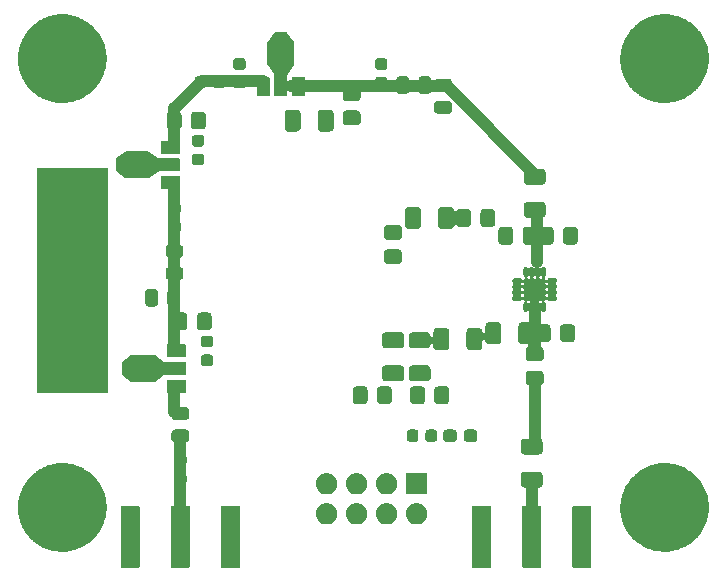
<source format=gts>
G04 #@! TF.GenerationSoftware,KiCad,Pcbnew,(5.99.0-221-ga18d3cc)*
G04 #@! TF.CreationDate,2019-11-20T11:38:58-07:00*
G04 #@! TF.ProjectId,av3-top,6176332d-746f-4702-9e6b-696361645f70,rev?*
G04 #@! TF.SameCoordinates,Original*
G04 #@! TF.FileFunction,Soldermask,Top*
G04 #@! TF.FilePolarity,Negative*
%FSLAX46Y46*%
G04 Gerber Fmt 4.6, Leading zero omitted, Abs format (unit mm)*
G04 Created by KiCad (PCBNEW (5.99.0-221-ga18d3cc)) date 2019-11-20 11:38:58*
%MOMM*%
%LPD*%
G04 APERTURE LIST*
%ADD10C,0.100000*%
%ADD11C,1.000000*%
G04 APERTURE END LIST*
D10*
G36*
X118750000Y-140250000D02*
G01*
X112900000Y-140250000D01*
X112900000Y-121225000D01*
X118750000Y-121225000D01*
X118750000Y-140250000D01*
G37*
X118750000Y-140250000D02*
X112900000Y-140250000D01*
X112900000Y-121225000D01*
X118750000Y-121225000D01*
X118750000Y-140250000D01*
D11*
X154800000Y-147900000D02*
X154800000Y-150100000D01*
X155000000Y-133000000D02*
X155000000Y-136900000D01*
X155000000Y-139800000D02*
X155000000Y-144500000D01*
X155200000Y-124800000D02*
X155200000Y-129200000D01*
X147700000Y-114400000D02*
X155050000Y-121850000D01*
X124550000Y-116150000D02*
X126750000Y-114000000D01*
X124500000Y-116200000D02*
X124500000Y-119500000D01*
X132000000Y-113900000D02*
X126800000Y-113900000D01*
X147450000Y-114350000D02*
X134350000Y-114350000D01*
X124500000Y-136800000D02*
X124500000Y-122700000D01*
X124500000Y-141900000D02*
X124500000Y-139800000D01*
X125000000Y-151000000D02*
X125000000Y-144000000D01*
D10*
G36*
X151269899Y-149911959D02*
G01*
X151286769Y-149923231D01*
X151298041Y-149940101D01*
X151304448Y-149972312D01*
X151304448Y-155027688D01*
X151301999Y-155040000D01*
X151298041Y-155059899D01*
X151286769Y-155076769D01*
X151269899Y-155088041D01*
X151250000Y-155091999D01*
X151237688Y-155094448D01*
X149762312Y-155094448D01*
X149730101Y-155088041D01*
X149713231Y-155076769D01*
X149701959Y-155059899D01*
X149695552Y-155027688D01*
X149695552Y-149972312D01*
X149701959Y-149940101D01*
X149713231Y-149923231D01*
X149730101Y-149911959D01*
X149762312Y-149905552D01*
X151237688Y-149905552D01*
X151269899Y-149911959D01*
G37*
G36*
X155519899Y-149911959D02*
G01*
X155536769Y-149923231D01*
X155548041Y-149940101D01*
X155554448Y-149972312D01*
X155554448Y-155027688D01*
X155551999Y-155040000D01*
X155548041Y-155059899D01*
X155536769Y-155076769D01*
X155519899Y-155088041D01*
X155500000Y-155091999D01*
X155487688Y-155094448D01*
X154012312Y-155094448D01*
X153980101Y-155088041D01*
X153963231Y-155076769D01*
X153951959Y-155059899D01*
X153945552Y-155027688D01*
X153945552Y-149972312D01*
X153951959Y-149940101D01*
X153963231Y-149923231D01*
X153980101Y-149911959D01*
X154012312Y-149905552D01*
X155487688Y-149905552D01*
X155519899Y-149911959D01*
G37*
G36*
X159769899Y-149911959D02*
G01*
X159786769Y-149923231D01*
X159798041Y-149940101D01*
X159804448Y-149972312D01*
X159804448Y-155027688D01*
X159801999Y-155040000D01*
X159798041Y-155059899D01*
X159786769Y-155076769D01*
X159769899Y-155088041D01*
X159750000Y-155091999D01*
X159737688Y-155094448D01*
X158262312Y-155094448D01*
X158230101Y-155088041D01*
X158213231Y-155076769D01*
X158201959Y-155059899D01*
X158195552Y-155027688D01*
X158195552Y-149972312D01*
X158201959Y-149940101D01*
X158213231Y-149923231D01*
X158230101Y-149911959D01*
X158262312Y-149905552D01*
X159737688Y-149905552D01*
X159769899Y-149911959D01*
G37*
G36*
X121519899Y-149911959D02*
G01*
X121536769Y-149923231D01*
X121548041Y-149940101D01*
X121554448Y-149972312D01*
X121554448Y-155027688D01*
X121551999Y-155040000D01*
X121548041Y-155059899D01*
X121536769Y-155076769D01*
X121519899Y-155088041D01*
X121500000Y-155091999D01*
X121487688Y-155094448D01*
X120012312Y-155094448D01*
X119980101Y-155088041D01*
X119963231Y-155076769D01*
X119951959Y-155059899D01*
X119945552Y-155027688D01*
X119945552Y-149972312D01*
X119951959Y-149940101D01*
X119963231Y-149923231D01*
X119980101Y-149911959D01*
X120012312Y-149905552D01*
X121487688Y-149905552D01*
X121519899Y-149911959D01*
G37*
G36*
X130019899Y-149911959D02*
G01*
X130036769Y-149923231D01*
X130048041Y-149940101D01*
X130054448Y-149972312D01*
X130054448Y-155027688D01*
X130051999Y-155040000D01*
X130048041Y-155059899D01*
X130036769Y-155076769D01*
X130019899Y-155088041D01*
X130000000Y-155091999D01*
X129987688Y-155094448D01*
X128512312Y-155094448D01*
X128480101Y-155088041D01*
X128463231Y-155076769D01*
X128451959Y-155059899D01*
X128445552Y-155027688D01*
X128445552Y-149972312D01*
X128451959Y-149940101D01*
X128463231Y-149923231D01*
X128480101Y-149911959D01*
X128512312Y-149905552D01*
X129987688Y-149905552D01*
X130019899Y-149911959D01*
G37*
G36*
X125769899Y-149911959D02*
G01*
X125786769Y-149923231D01*
X125798041Y-149940101D01*
X125804448Y-149972312D01*
X125804448Y-155027688D01*
X125801999Y-155040000D01*
X125798041Y-155059899D01*
X125786769Y-155076769D01*
X125769899Y-155088041D01*
X125750000Y-155091999D01*
X125737688Y-155094448D01*
X124262312Y-155094448D01*
X124230101Y-155088041D01*
X124213231Y-155076769D01*
X124201959Y-155059899D01*
X124195552Y-155027688D01*
X124195552Y-149972312D01*
X124201959Y-149940101D01*
X124213231Y-149923231D01*
X124230101Y-149911959D01*
X124262312Y-149905552D01*
X125737688Y-149905552D01*
X125769899Y-149911959D01*
G37*
G36*
X166149213Y-146251662D02*
G01*
X166294691Y-146255598D01*
X166341757Y-146261753D01*
X166386069Y-146264075D01*
X166530475Y-146286430D01*
X166678026Y-146305725D01*
X166721026Y-146315930D01*
X166761634Y-146322216D01*
X166906251Y-146359886D01*
X167054179Y-146394991D01*
X167092798Y-146408477D01*
X167129402Y-146418012D01*
X167272609Y-146471270D01*
X167419162Y-146522449D01*
X167453219Y-146538439D01*
X167485597Y-146550480D01*
X167625660Y-146619399D01*
X167769111Y-146686749D01*
X167798536Y-146704464D01*
X167826589Y-146718268D01*
X167961797Y-146802755D01*
X168100317Y-146886151D01*
X168125145Y-146904827D01*
X168148871Y-146919652D01*
X168277433Y-147019376D01*
X168409272Y-147118543D01*
X168429658Y-147137454D01*
X168449165Y-147152585D01*
X168569386Y-147267070D01*
X168692702Y-147381462D01*
X168708875Y-147399904D01*
X168724379Y-147414668D01*
X168834654Y-147543327D01*
X168947604Y-147672122D01*
X168959888Y-147689440D01*
X168971691Y-147703210D01*
X169070334Y-147845139D01*
X169171279Y-147987445D01*
X169180113Y-148003090D01*
X169188584Y-148015279D01*
X169274013Y-148169396D01*
X169361356Y-148324090D01*
X169367225Y-148337557D01*
X169372833Y-148347673D01*
X169443680Y-148512972D01*
X169515821Y-148678490D01*
X169519279Y-148689357D01*
X169522542Y-148696971D01*
X169577470Y-148872245D01*
X169633038Y-149046890D01*
X169634692Y-149054840D01*
X169636189Y-149059618D01*
X169674049Y-149244056D01*
X169711766Y-149425388D01*
X169712259Y-149430203D01*
X169712606Y-149431892D01*
X169732599Y-149628721D01*
X169751170Y-149809974D01*
X169750484Y-150203119D01*
X169749587Y-150211584D01*
X169749570Y-150216414D01*
X169729284Y-150403145D01*
X169709738Y-150587565D01*
X169708733Y-150592312D01*
X169708548Y-150594018D01*
X169667515Y-150787062D01*
X169629689Y-150965786D01*
X169573901Y-151139027D01*
X169513361Y-151327589D01*
X169512669Y-151329173D01*
X169511187Y-151333775D01*
X169436676Y-151503114D01*
X169361215Y-151675836D01*
X169358754Y-151680203D01*
X169355485Y-151687633D01*
X169264882Y-151846799D01*
X169174650Y-152006935D01*
X169169870Y-152013711D01*
X169164234Y-152023612D01*
X169059323Y-152170422D01*
X168955591Y-152317471D01*
X168948001Y-152326202D01*
X168939461Y-152338153D01*
X168821861Y-152471309D01*
X168706258Y-152604295D01*
X168695438Y-152614455D01*
X168683545Y-152627922D01*
X168555229Y-152746121D01*
X168429225Y-152864447D01*
X168414815Y-152875464D01*
X168399199Y-152889849D01*
X168261968Y-152992325D01*
X168127323Y-153095268D01*
X168109081Y-153106490D01*
X168089435Y-153121161D01*
X167945086Y-153207381D01*
X167803631Y-153294405D01*
X167781396Y-153305154D01*
X167757535Y-153319406D01*
X167607984Y-153388984D01*
X167461483Y-153459805D01*
X167435197Y-153469372D01*
X167407015Y-153482484D01*
X167254143Y-153535271D01*
X167104363Y-153589787D01*
X167074054Y-153597456D01*
X167041588Y-153608667D01*
X166887276Y-153644719D01*
X166735935Y-153683014D01*
X166701760Y-153688060D01*
X166665127Y-153696619D01*
X166511139Y-153716209D01*
X166359977Y-153738530D01*
X166322187Y-153740246D01*
X166281619Y-153745407D01*
X166129687Y-153748988D01*
X165980337Y-153755770D01*
X165939291Y-153753475D01*
X165895127Y-153754516D01*
X165746836Y-153742715D01*
X165600891Y-153734555D01*
X165557053Y-153727612D01*
X165509746Y-153723847D01*
X165366653Y-153697455D01*
X165225537Y-153675105D01*
X165179454Y-153662929D01*
X165129560Y-153653727D01*
X164993045Y-153613677D01*
X164858110Y-153578026D01*
X164810424Y-153560102D01*
X164758595Y-153544897D01*
X164629939Y-153492263D01*
X164502365Y-153444311D01*
X164453793Y-153420200D01*
X164400781Y-153398512D01*
X164281102Y-153334475D01*
X164161965Y-153275335D01*
X164113299Y-153244688D01*
X164059911Y-153216122D01*
X163950158Y-153141953D01*
X163840381Y-153072823D01*
X163792472Y-153035392D01*
X163739595Y-152999659D01*
X163640544Y-152916692D01*
X163540912Y-152838851D01*
X163494667Y-152794504D01*
X163443226Y-152751416D01*
X163355500Y-152661048D01*
X163266619Y-152575814D01*
X163222964Y-152524519D01*
X163173945Y-152474024D01*
X163097987Y-152377672D01*
X163020306Y-152286397D01*
X162980200Y-152228260D01*
X162934604Y-152170422D01*
X162870698Y-152069528D01*
X162804505Y-151973576D01*
X162768900Y-151908811D01*
X162727738Y-151843825D01*
X162675998Y-151739824D01*
X162621422Y-151640550D01*
X162591259Y-151569491D01*
X162555541Y-151497694D01*
X162515914Y-151391987D01*
X162472931Y-151290726D01*
X162449134Y-151213851D01*
X162419835Y-151135695D01*
X162392111Y-151029641D01*
X162360550Y-150927684D01*
X162343994Y-150845576D01*
X162322059Y-150761665D01*
X162305879Y-150656543D01*
X162285433Y-150555140D01*
X162276940Y-150468523D01*
X162263248Y-150379565D01*
X162258123Y-150276615D01*
X162248348Y-150176925D01*
X162248663Y-150086598D01*
X162244026Y-149993445D01*
X162249337Y-149893775D01*
X162249675Y-149796890D01*
X162259459Y-149703801D01*
X162264596Y-149607393D01*
X162279616Y-149512021D01*
X162289400Y-149418934D01*
X162309212Y-149324100D01*
X162324740Y-149225501D01*
X162348644Y-149135346D01*
X162367114Y-149046935D01*
X162397401Y-148951460D01*
X162423821Y-148851815D01*
X162455712Y-148767640D01*
X162482029Y-148684679D01*
X162523110Y-148589746D01*
X162560790Y-148490292D01*
X162599694Y-148412771D01*
X162632957Y-148335905D01*
X162685020Y-148242749D01*
X162734194Y-148144764D01*
X162779104Y-148074404D01*
X162818362Y-148004161D01*
X162881457Y-147914051D01*
X162942198Y-147818891D01*
X162992063Y-147756090D01*
X163036337Y-147692860D01*
X163110365Y-147607098D01*
X163182598Y-147516126D01*
X163236371Y-147461119D01*
X163284669Y-147405165D01*
X163369364Y-147325073D01*
X163452846Y-147239675D01*
X163509475Y-147192577D01*
X163560788Y-147144053D01*
X163655738Y-147070932D01*
X163750079Y-146992469D01*
X163808532Y-146953264D01*
X163861886Y-146912176D01*
X163966521Y-146847300D01*
X164071149Y-146777125D01*
X164130442Y-146745665D01*
X164184883Y-146711910D01*
X164298496Y-146656497D01*
X164412654Y-146595926D01*
X164471815Y-146571963D01*
X164526446Y-146545318D01*
X164648177Y-146500530D01*
X164770976Y-146450791D01*
X164829143Y-146433947D01*
X164883115Y-146414089D01*
X165011931Y-146381015D01*
X165142319Y-146343257D01*
X165198694Y-146333063D01*
X165251206Y-146319580D01*
X165385930Y-146299205D01*
X165522748Y-146274464D01*
X165576613Y-146270367D01*
X165626975Y-146262750D01*
X165766367Y-146255932D01*
X165908233Y-146245141D01*
X165958950Y-146246513D01*
X166006555Y-146244185D01*
X166149213Y-146251662D01*
G37*
G36*
X115149213Y-146251662D02*
G01*
X115294691Y-146255598D01*
X115341757Y-146261753D01*
X115386069Y-146264075D01*
X115530475Y-146286430D01*
X115678026Y-146305725D01*
X115721026Y-146315930D01*
X115761634Y-146322216D01*
X115906251Y-146359886D01*
X116054179Y-146394991D01*
X116092798Y-146408477D01*
X116129402Y-146418012D01*
X116272609Y-146471270D01*
X116419162Y-146522449D01*
X116453219Y-146538439D01*
X116485597Y-146550480D01*
X116625660Y-146619399D01*
X116769111Y-146686749D01*
X116798536Y-146704464D01*
X116826589Y-146718268D01*
X116961797Y-146802755D01*
X117100317Y-146886151D01*
X117125145Y-146904827D01*
X117148871Y-146919652D01*
X117277433Y-147019376D01*
X117409272Y-147118543D01*
X117429658Y-147137454D01*
X117449165Y-147152585D01*
X117569386Y-147267070D01*
X117692702Y-147381462D01*
X117708875Y-147399904D01*
X117724379Y-147414668D01*
X117834654Y-147543327D01*
X117947604Y-147672122D01*
X117959888Y-147689440D01*
X117971691Y-147703210D01*
X118070334Y-147845139D01*
X118171279Y-147987445D01*
X118180113Y-148003090D01*
X118188584Y-148015279D01*
X118274013Y-148169396D01*
X118361356Y-148324090D01*
X118367225Y-148337557D01*
X118372833Y-148347673D01*
X118443680Y-148512972D01*
X118515821Y-148678490D01*
X118519279Y-148689357D01*
X118522542Y-148696971D01*
X118577470Y-148872245D01*
X118633038Y-149046890D01*
X118634692Y-149054840D01*
X118636189Y-149059618D01*
X118674049Y-149244056D01*
X118711766Y-149425388D01*
X118712259Y-149430203D01*
X118712606Y-149431892D01*
X118732599Y-149628721D01*
X118751170Y-149809974D01*
X118750484Y-150203119D01*
X118749587Y-150211584D01*
X118749570Y-150216414D01*
X118729284Y-150403145D01*
X118709738Y-150587565D01*
X118708733Y-150592312D01*
X118708548Y-150594018D01*
X118667515Y-150787062D01*
X118629689Y-150965786D01*
X118573901Y-151139027D01*
X118513361Y-151327589D01*
X118512669Y-151329173D01*
X118511187Y-151333775D01*
X118436676Y-151503114D01*
X118361215Y-151675836D01*
X118358754Y-151680203D01*
X118355485Y-151687633D01*
X118264882Y-151846799D01*
X118174650Y-152006935D01*
X118169870Y-152013711D01*
X118164234Y-152023612D01*
X118059323Y-152170422D01*
X117955591Y-152317471D01*
X117948001Y-152326202D01*
X117939461Y-152338153D01*
X117821861Y-152471309D01*
X117706258Y-152604295D01*
X117695438Y-152614455D01*
X117683545Y-152627922D01*
X117555229Y-152746121D01*
X117429225Y-152864447D01*
X117414815Y-152875464D01*
X117399199Y-152889849D01*
X117261968Y-152992325D01*
X117127323Y-153095268D01*
X117109081Y-153106490D01*
X117089435Y-153121161D01*
X116945086Y-153207381D01*
X116803631Y-153294405D01*
X116781396Y-153305154D01*
X116757535Y-153319406D01*
X116607984Y-153388984D01*
X116461483Y-153459805D01*
X116435197Y-153469372D01*
X116407015Y-153482484D01*
X116254143Y-153535271D01*
X116104363Y-153589787D01*
X116074054Y-153597456D01*
X116041588Y-153608667D01*
X115887276Y-153644719D01*
X115735935Y-153683014D01*
X115701760Y-153688060D01*
X115665127Y-153696619D01*
X115511139Y-153716209D01*
X115359977Y-153738530D01*
X115322187Y-153740246D01*
X115281619Y-153745407D01*
X115129687Y-153748988D01*
X114980337Y-153755770D01*
X114939291Y-153753475D01*
X114895127Y-153754516D01*
X114746836Y-153742715D01*
X114600891Y-153734555D01*
X114557053Y-153727612D01*
X114509746Y-153723847D01*
X114366653Y-153697455D01*
X114225537Y-153675105D01*
X114179454Y-153662929D01*
X114129560Y-153653727D01*
X113993045Y-153613677D01*
X113858110Y-153578026D01*
X113810424Y-153560102D01*
X113758595Y-153544897D01*
X113629939Y-153492263D01*
X113502365Y-153444311D01*
X113453793Y-153420200D01*
X113400781Y-153398512D01*
X113281102Y-153334475D01*
X113161965Y-153275335D01*
X113113299Y-153244688D01*
X113059911Y-153216122D01*
X112950158Y-153141953D01*
X112840381Y-153072823D01*
X112792472Y-153035392D01*
X112739595Y-152999659D01*
X112640544Y-152916692D01*
X112540912Y-152838851D01*
X112494667Y-152794504D01*
X112443226Y-152751416D01*
X112355500Y-152661048D01*
X112266619Y-152575814D01*
X112222964Y-152524519D01*
X112173945Y-152474024D01*
X112097987Y-152377672D01*
X112020306Y-152286397D01*
X111980200Y-152228260D01*
X111934604Y-152170422D01*
X111870698Y-152069528D01*
X111804505Y-151973576D01*
X111768900Y-151908811D01*
X111727738Y-151843825D01*
X111675998Y-151739824D01*
X111621422Y-151640550D01*
X111591259Y-151569491D01*
X111555541Y-151497694D01*
X111515914Y-151391987D01*
X111472931Y-151290726D01*
X111449134Y-151213851D01*
X111419835Y-151135695D01*
X111392111Y-151029641D01*
X111360550Y-150927684D01*
X111343994Y-150845576D01*
X111322059Y-150761665D01*
X111305879Y-150656543D01*
X111285433Y-150555140D01*
X111276940Y-150468523D01*
X111263248Y-150379565D01*
X111258123Y-150276615D01*
X111248348Y-150176925D01*
X111248663Y-150086598D01*
X111244026Y-149993445D01*
X111249337Y-149893775D01*
X111249675Y-149796890D01*
X111259459Y-149703801D01*
X111264596Y-149607393D01*
X111279616Y-149512021D01*
X111289400Y-149418934D01*
X111309212Y-149324100D01*
X111324740Y-149225501D01*
X111348644Y-149135346D01*
X111367114Y-149046935D01*
X111397401Y-148951460D01*
X111423821Y-148851815D01*
X111455712Y-148767640D01*
X111482029Y-148684679D01*
X111523110Y-148589746D01*
X111560790Y-148490292D01*
X111599694Y-148412771D01*
X111632957Y-148335905D01*
X111685020Y-148242749D01*
X111734194Y-148144764D01*
X111779104Y-148074404D01*
X111818362Y-148004161D01*
X111881457Y-147914051D01*
X111942198Y-147818891D01*
X111992063Y-147756090D01*
X112036337Y-147692860D01*
X112110365Y-147607098D01*
X112182598Y-147516126D01*
X112236371Y-147461119D01*
X112284669Y-147405165D01*
X112369364Y-147325073D01*
X112452846Y-147239675D01*
X112509475Y-147192577D01*
X112560788Y-147144053D01*
X112655738Y-147070932D01*
X112750079Y-146992469D01*
X112808532Y-146953264D01*
X112861886Y-146912176D01*
X112966521Y-146847300D01*
X113071149Y-146777125D01*
X113130442Y-146745665D01*
X113184883Y-146711910D01*
X113298496Y-146656497D01*
X113412654Y-146595926D01*
X113471815Y-146571963D01*
X113526446Y-146545318D01*
X113648177Y-146500530D01*
X113770976Y-146450791D01*
X113829143Y-146433947D01*
X113883115Y-146414089D01*
X114011931Y-146381015D01*
X114142319Y-146343257D01*
X114198694Y-146333063D01*
X114251206Y-146319580D01*
X114385930Y-146299205D01*
X114522748Y-146274464D01*
X114576613Y-146270367D01*
X114626975Y-146262750D01*
X114766367Y-146255932D01*
X114908233Y-146245141D01*
X114958950Y-146246513D01*
X115006555Y-146244185D01*
X115149213Y-146251662D01*
G37*
G36*
X140108360Y-149653835D02*
G01*
X140189397Y-149680166D01*
X140276663Y-149707848D01*
X140279655Y-149709493D01*
X140288488Y-149712363D01*
X140360466Y-149753919D01*
X140431499Y-149792970D01*
X140438986Y-149799253D01*
X140452511Y-149807061D01*
X140510259Y-149859057D01*
X140566857Y-149906549D01*
X140576962Y-149919118D01*
X140593261Y-149933793D01*
X140635454Y-149991867D01*
X140677579Y-150044260D01*
X140687994Y-150064182D01*
X140704586Y-150087019D01*
X140731297Y-150147012D01*
X140759439Y-150200843D01*
X140767582Y-150228510D01*
X140781621Y-150260042D01*
X140793992Y-150318241D01*
X140809328Y-150370349D01*
X140812518Y-150405401D01*
X140820999Y-150445301D01*
X140820999Y-150498592D01*
X140825343Y-150546324D01*
X140820999Y-150587653D01*
X140820999Y-150634699D01*
X140811217Y-150680721D01*
X140806873Y-150722047D01*
X140792702Y-150767827D01*
X140781621Y-150819958D01*
X140765028Y-150857226D01*
X140754622Y-150890843D01*
X140728789Y-150938620D01*
X140704586Y-150992981D01*
X140684298Y-151020905D01*
X140670580Y-151046276D01*
X140631859Y-151093082D01*
X140593261Y-151146207D01*
X140572284Y-151165095D01*
X140557952Y-151182419D01*
X140505845Y-151224917D01*
X140452511Y-151272939D01*
X140433524Y-151283901D01*
X140421025Y-151294095D01*
X140355780Y-151328786D01*
X140288488Y-151367637D01*
X140273636Y-151372463D01*
X140265003Y-151377053D01*
X140187430Y-151400473D01*
X140108360Y-151426165D01*
X140099114Y-151427137D01*
X140095851Y-151428122D01*
X140004710Y-151437059D01*
X139967211Y-151441000D01*
X139872789Y-151441000D01*
X139731640Y-151426165D01*
X139650603Y-151399834D01*
X139563337Y-151372152D01*
X139560345Y-151370507D01*
X139551512Y-151367637D01*
X139479534Y-151326081D01*
X139408501Y-151287030D01*
X139401014Y-151280747D01*
X139387489Y-151272939D01*
X139329741Y-151220943D01*
X139273143Y-151173451D01*
X139263038Y-151160882D01*
X139246739Y-151146207D01*
X139204546Y-151088133D01*
X139162421Y-151035740D01*
X139152006Y-151015818D01*
X139135414Y-150992981D01*
X139108703Y-150932988D01*
X139080561Y-150879157D01*
X139072418Y-150851490D01*
X139058379Y-150819958D01*
X139046008Y-150761759D01*
X139030672Y-150709651D01*
X139027482Y-150674599D01*
X139019001Y-150634699D01*
X139019001Y-150581408D01*
X139014657Y-150533676D01*
X139019001Y-150492347D01*
X139019001Y-150445301D01*
X139028783Y-150399279D01*
X139033127Y-150357953D01*
X139047298Y-150312173D01*
X139058379Y-150260042D01*
X139074972Y-150222774D01*
X139085378Y-150189157D01*
X139111211Y-150141380D01*
X139135414Y-150087019D01*
X139155702Y-150059095D01*
X139169420Y-150033724D01*
X139208141Y-149986918D01*
X139246739Y-149933793D01*
X139267716Y-149914905D01*
X139282048Y-149897581D01*
X139334155Y-149855083D01*
X139387489Y-149807061D01*
X139406476Y-149796099D01*
X139418975Y-149785905D01*
X139484220Y-149751214D01*
X139551512Y-149712363D01*
X139566364Y-149707537D01*
X139574997Y-149702947D01*
X139652570Y-149679527D01*
X139731640Y-149653835D01*
X139740886Y-149652863D01*
X139744149Y-149651878D01*
X139835290Y-149642941D01*
X139872789Y-149639000D01*
X139967211Y-149639000D01*
X140108360Y-149653835D01*
G37*
G36*
X137568360Y-149653835D02*
G01*
X137649397Y-149680166D01*
X137736663Y-149707848D01*
X137739655Y-149709493D01*
X137748488Y-149712363D01*
X137820466Y-149753919D01*
X137891499Y-149792970D01*
X137898986Y-149799253D01*
X137912511Y-149807061D01*
X137970259Y-149859057D01*
X138026857Y-149906549D01*
X138036962Y-149919118D01*
X138053261Y-149933793D01*
X138095454Y-149991867D01*
X138137579Y-150044260D01*
X138147994Y-150064182D01*
X138164586Y-150087019D01*
X138191297Y-150147012D01*
X138219439Y-150200843D01*
X138227582Y-150228510D01*
X138241621Y-150260042D01*
X138253992Y-150318241D01*
X138269328Y-150370349D01*
X138272518Y-150405401D01*
X138280999Y-150445301D01*
X138280999Y-150498592D01*
X138285343Y-150546324D01*
X138280999Y-150587653D01*
X138280999Y-150634699D01*
X138271217Y-150680721D01*
X138266873Y-150722047D01*
X138252702Y-150767827D01*
X138241621Y-150819958D01*
X138225028Y-150857226D01*
X138214622Y-150890843D01*
X138188789Y-150938620D01*
X138164586Y-150992981D01*
X138144298Y-151020905D01*
X138130580Y-151046276D01*
X138091859Y-151093082D01*
X138053261Y-151146207D01*
X138032284Y-151165095D01*
X138017952Y-151182419D01*
X137965845Y-151224917D01*
X137912511Y-151272939D01*
X137893524Y-151283901D01*
X137881025Y-151294095D01*
X137815780Y-151328786D01*
X137748488Y-151367637D01*
X137733636Y-151372463D01*
X137725003Y-151377053D01*
X137647430Y-151400473D01*
X137568360Y-151426165D01*
X137559114Y-151427137D01*
X137555851Y-151428122D01*
X137464710Y-151437059D01*
X137427211Y-151441000D01*
X137332789Y-151441000D01*
X137191640Y-151426165D01*
X137110603Y-151399834D01*
X137023337Y-151372152D01*
X137020345Y-151370507D01*
X137011512Y-151367637D01*
X136939534Y-151326081D01*
X136868501Y-151287030D01*
X136861014Y-151280747D01*
X136847489Y-151272939D01*
X136789741Y-151220943D01*
X136733143Y-151173451D01*
X136723038Y-151160882D01*
X136706739Y-151146207D01*
X136664546Y-151088133D01*
X136622421Y-151035740D01*
X136612006Y-151015818D01*
X136595414Y-150992981D01*
X136568703Y-150932988D01*
X136540561Y-150879157D01*
X136532418Y-150851490D01*
X136518379Y-150819958D01*
X136506008Y-150761759D01*
X136490672Y-150709651D01*
X136487482Y-150674599D01*
X136479001Y-150634699D01*
X136479001Y-150581408D01*
X136474657Y-150533676D01*
X136479001Y-150492347D01*
X136479001Y-150445301D01*
X136488783Y-150399279D01*
X136493127Y-150357953D01*
X136507298Y-150312173D01*
X136518379Y-150260042D01*
X136534972Y-150222774D01*
X136545378Y-150189157D01*
X136571211Y-150141380D01*
X136595414Y-150087019D01*
X136615702Y-150059095D01*
X136629420Y-150033724D01*
X136668141Y-149986918D01*
X136706739Y-149933793D01*
X136727716Y-149914905D01*
X136742048Y-149897581D01*
X136794155Y-149855083D01*
X136847489Y-149807061D01*
X136866476Y-149796099D01*
X136878975Y-149785905D01*
X136944220Y-149751214D01*
X137011512Y-149712363D01*
X137026364Y-149707537D01*
X137034997Y-149702947D01*
X137112570Y-149679527D01*
X137191640Y-149653835D01*
X137200886Y-149652863D01*
X137204149Y-149651878D01*
X137295290Y-149642941D01*
X137332789Y-149639000D01*
X137427211Y-149639000D01*
X137568360Y-149653835D01*
G37*
G36*
X142648360Y-149653835D02*
G01*
X142729397Y-149680166D01*
X142816663Y-149707848D01*
X142819655Y-149709493D01*
X142828488Y-149712363D01*
X142900466Y-149753919D01*
X142971499Y-149792970D01*
X142978986Y-149799253D01*
X142992511Y-149807061D01*
X143050259Y-149859057D01*
X143106857Y-149906549D01*
X143116962Y-149919118D01*
X143133261Y-149933793D01*
X143175454Y-149991867D01*
X143217579Y-150044260D01*
X143227994Y-150064182D01*
X143244586Y-150087019D01*
X143271297Y-150147012D01*
X143299439Y-150200843D01*
X143307582Y-150228510D01*
X143321621Y-150260042D01*
X143333992Y-150318241D01*
X143349328Y-150370349D01*
X143352518Y-150405401D01*
X143360999Y-150445301D01*
X143360999Y-150498592D01*
X143365343Y-150546324D01*
X143360999Y-150587653D01*
X143360999Y-150634699D01*
X143351217Y-150680721D01*
X143346873Y-150722047D01*
X143332702Y-150767827D01*
X143321621Y-150819958D01*
X143305028Y-150857226D01*
X143294622Y-150890843D01*
X143268789Y-150938620D01*
X143244586Y-150992981D01*
X143224298Y-151020905D01*
X143210580Y-151046276D01*
X143171859Y-151093082D01*
X143133261Y-151146207D01*
X143112284Y-151165095D01*
X143097952Y-151182419D01*
X143045845Y-151224917D01*
X142992511Y-151272939D01*
X142973524Y-151283901D01*
X142961025Y-151294095D01*
X142895780Y-151328786D01*
X142828488Y-151367637D01*
X142813636Y-151372463D01*
X142805003Y-151377053D01*
X142727430Y-151400473D01*
X142648360Y-151426165D01*
X142639114Y-151427137D01*
X142635851Y-151428122D01*
X142544710Y-151437059D01*
X142507211Y-151441000D01*
X142412789Y-151441000D01*
X142271640Y-151426165D01*
X142190603Y-151399834D01*
X142103337Y-151372152D01*
X142100345Y-151370507D01*
X142091512Y-151367637D01*
X142019534Y-151326081D01*
X141948501Y-151287030D01*
X141941014Y-151280747D01*
X141927489Y-151272939D01*
X141869741Y-151220943D01*
X141813143Y-151173451D01*
X141803038Y-151160882D01*
X141786739Y-151146207D01*
X141744546Y-151088133D01*
X141702421Y-151035740D01*
X141692006Y-151015818D01*
X141675414Y-150992981D01*
X141648703Y-150932988D01*
X141620561Y-150879157D01*
X141612418Y-150851490D01*
X141598379Y-150819958D01*
X141586008Y-150761759D01*
X141570672Y-150709651D01*
X141567482Y-150674599D01*
X141559001Y-150634699D01*
X141559001Y-150581408D01*
X141554657Y-150533676D01*
X141559001Y-150492347D01*
X141559001Y-150445301D01*
X141568783Y-150399279D01*
X141573127Y-150357953D01*
X141587298Y-150312173D01*
X141598379Y-150260042D01*
X141614972Y-150222774D01*
X141625378Y-150189157D01*
X141651211Y-150141380D01*
X141675414Y-150087019D01*
X141695702Y-150059095D01*
X141709420Y-150033724D01*
X141748141Y-149986918D01*
X141786739Y-149933793D01*
X141807716Y-149914905D01*
X141822048Y-149897581D01*
X141874155Y-149855083D01*
X141927489Y-149807061D01*
X141946476Y-149796099D01*
X141958975Y-149785905D01*
X142024220Y-149751214D01*
X142091512Y-149712363D01*
X142106364Y-149707537D01*
X142114997Y-149702947D01*
X142192570Y-149679527D01*
X142271640Y-149653835D01*
X142280886Y-149652863D01*
X142284149Y-149651878D01*
X142375290Y-149642941D01*
X142412789Y-149639000D01*
X142507211Y-149639000D01*
X142648360Y-149653835D01*
G37*
G36*
X145188360Y-149653835D02*
G01*
X145269397Y-149680166D01*
X145356663Y-149707848D01*
X145359655Y-149709493D01*
X145368488Y-149712363D01*
X145440466Y-149753919D01*
X145511499Y-149792970D01*
X145518986Y-149799253D01*
X145532511Y-149807061D01*
X145590259Y-149859057D01*
X145646857Y-149906549D01*
X145656962Y-149919118D01*
X145673261Y-149933793D01*
X145715454Y-149991867D01*
X145757579Y-150044260D01*
X145767994Y-150064182D01*
X145784586Y-150087019D01*
X145811297Y-150147012D01*
X145839439Y-150200843D01*
X145847582Y-150228510D01*
X145861621Y-150260042D01*
X145873992Y-150318241D01*
X145889328Y-150370349D01*
X145892518Y-150405401D01*
X145900999Y-150445301D01*
X145900999Y-150498592D01*
X145905343Y-150546324D01*
X145900999Y-150587653D01*
X145900999Y-150634699D01*
X145891217Y-150680721D01*
X145886873Y-150722047D01*
X145872702Y-150767827D01*
X145861621Y-150819958D01*
X145845028Y-150857226D01*
X145834622Y-150890843D01*
X145808789Y-150938620D01*
X145784586Y-150992981D01*
X145764298Y-151020905D01*
X145750580Y-151046276D01*
X145711859Y-151093082D01*
X145673261Y-151146207D01*
X145652284Y-151165095D01*
X145637952Y-151182419D01*
X145585845Y-151224917D01*
X145532511Y-151272939D01*
X145513524Y-151283901D01*
X145501025Y-151294095D01*
X145435780Y-151328786D01*
X145368488Y-151367637D01*
X145353636Y-151372463D01*
X145345003Y-151377053D01*
X145267430Y-151400473D01*
X145188360Y-151426165D01*
X145179114Y-151427137D01*
X145175851Y-151428122D01*
X145084710Y-151437059D01*
X145047211Y-151441000D01*
X144952789Y-151441000D01*
X144811640Y-151426165D01*
X144730603Y-151399834D01*
X144643337Y-151372152D01*
X144640345Y-151370507D01*
X144631512Y-151367637D01*
X144559534Y-151326081D01*
X144488501Y-151287030D01*
X144481014Y-151280747D01*
X144467489Y-151272939D01*
X144409741Y-151220943D01*
X144353143Y-151173451D01*
X144343038Y-151160882D01*
X144326739Y-151146207D01*
X144284546Y-151088133D01*
X144242421Y-151035740D01*
X144232006Y-151015818D01*
X144215414Y-150992981D01*
X144188703Y-150932988D01*
X144160561Y-150879157D01*
X144152418Y-150851490D01*
X144138379Y-150819958D01*
X144126008Y-150761759D01*
X144110672Y-150709651D01*
X144107482Y-150674599D01*
X144099001Y-150634699D01*
X144099001Y-150581408D01*
X144094657Y-150533676D01*
X144099001Y-150492347D01*
X144099001Y-150445301D01*
X144108783Y-150399279D01*
X144113127Y-150357953D01*
X144127298Y-150312173D01*
X144138379Y-150260042D01*
X144154972Y-150222774D01*
X144165378Y-150189157D01*
X144191211Y-150141380D01*
X144215414Y-150087019D01*
X144235702Y-150059095D01*
X144249420Y-150033724D01*
X144288141Y-149986918D01*
X144326739Y-149933793D01*
X144347716Y-149914905D01*
X144362048Y-149897581D01*
X144414155Y-149855083D01*
X144467489Y-149807061D01*
X144486476Y-149796099D01*
X144498975Y-149785905D01*
X144564220Y-149751214D01*
X144631512Y-149712363D01*
X144646364Y-149707537D01*
X144654997Y-149702947D01*
X144732570Y-149679527D01*
X144811640Y-149653835D01*
X144820886Y-149652863D01*
X144824149Y-149651878D01*
X144915290Y-149642941D01*
X144952789Y-149639000D01*
X145047211Y-149639000D01*
X145188360Y-149653835D01*
G37*
G36*
X145869899Y-147101959D02*
G01*
X145886769Y-147113231D01*
X145898041Y-147130101D01*
X145904448Y-147162312D01*
X145904448Y-148837688D01*
X145901999Y-148850000D01*
X145898041Y-148869899D01*
X145886769Y-148886769D01*
X145869899Y-148898041D01*
X145850000Y-148901999D01*
X145837688Y-148904448D01*
X144162312Y-148904448D01*
X144130101Y-148898041D01*
X144113231Y-148886769D01*
X144101959Y-148869899D01*
X144095552Y-148837688D01*
X144095552Y-147162312D01*
X144101959Y-147130101D01*
X144113231Y-147113231D01*
X144130101Y-147101959D01*
X144162312Y-147095552D01*
X145837688Y-147095552D01*
X145869899Y-147101959D01*
G37*
G36*
X137568360Y-147113835D02*
G01*
X137649397Y-147140166D01*
X137736663Y-147167848D01*
X137739655Y-147169493D01*
X137748488Y-147172363D01*
X137820466Y-147213919D01*
X137891499Y-147252970D01*
X137898986Y-147259253D01*
X137912511Y-147267061D01*
X137970259Y-147319057D01*
X138026857Y-147366549D01*
X138036962Y-147379118D01*
X138053261Y-147393793D01*
X138095454Y-147451867D01*
X138137579Y-147504260D01*
X138147994Y-147524182D01*
X138164586Y-147547019D01*
X138191297Y-147607012D01*
X138219439Y-147660843D01*
X138227582Y-147688510D01*
X138241621Y-147720042D01*
X138253992Y-147778241D01*
X138269328Y-147830349D01*
X138272518Y-147865401D01*
X138280999Y-147905301D01*
X138280999Y-147958592D01*
X138285343Y-148006324D01*
X138280999Y-148047653D01*
X138280999Y-148094699D01*
X138271217Y-148140721D01*
X138266873Y-148182047D01*
X138252702Y-148227827D01*
X138241621Y-148279958D01*
X138225028Y-148317226D01*
X138214622Y-148350843D01*
X138188789Y-148398620D01*
X138164586Y-148452981D01*
X138144298Y-148480905D01*
X138130580Y-148506276D01*
X138091859Y-148553082D01*
X138053261Y-148606207D01*
X138032284Y-148625095D01*
X138017952Y-148642419D01*
X137965845Y-148684917D01*
X137912511Y-148732939D01*
X137893524Y-148743901D01*
X137881025Y-148754095D01*
X137815780Y-148788786D01*
X137748488Y-148827637D01*
X137733636Y-148832463D01*
X137725003Y-148837053D01*
X137647430Y-148860473D01*
X137568360Y-148886165D01*
X137559114Y-148887137D01*
X137555851Y-148888122D01*
X137464710Y-148897059D01*
X137427211Y-148901000D01*
X137332789Y-148901000D01*
X137191640Y-148886165D01*
X137110603Y-148859834D01*
X137023337Y-148832152D01*
X137020345Y-148830507D01*
X137011512Y-148827637D01*
X136939534Y-148786081D01*
X136868501Y-148747030D01*
X136861014Y-148740747D01*
X136847489Y-148732939D01*
X136789741Y-148680943D01*
X136733143Y-148633451D01*
X136723038Y-148620882D01*
X136706739Y-148606207D01*
X136664546Y-148548133D01*
X136622421Y-148495740D01*
X136612006Y-148475818D01*
X136595414Y-148452981D01*
X136568703Y-148392988D01*
X136540561Y-148339157D01*
X136532418Y-148311490D01*
X136518379Y-148279958D01*
X136506008Y-148221759D01*
X136490672Y-148169651D01*
X136487482Y-148134599D01*
X136479001Y-148094699D01*
X136479001Y-148041408D01*
X136474657Y-147993676D01*
X136479001Y-147952347D01*
X136479001Y-147905301D01*
X136488783Y-147859279D01*
X136493127Y-147817953D01*
X136507298Y-147772173D01*
X136518379Y-147720042D01*
X136534972Y-147682774D01*
X136545378Y-147649157D01*
X136571211Y-147601380D01*
X136595414Y-147547019D01*
X136615702Y-147519095D01*
X136629420Y-147493724D01*
X136668141Y-147446918D01*
X136706739Y-147393793D01*
X136727716Y-147374905D01*
X136742048Y-147357581D01*
X136794155Y-147315083D01*
X136847489Y-147267061D01*
X136866476Y-147256099D01*
X136878975Y-147245905D01*
X136944220Y-147211214D01*
X137011512Y-147172363D01*
X137026364Y-147167537D01*
X137034997Y-147162947D01*
X137112570Y-147139527D01*
X137191640Y-147113835D01*
X137200886Y-147112863D01*
X137204149Y-147111878D01*
X137295290Y-147102941D01*
X137332789Y-147099000D01*
X137427211Y-147099000D01*
X137568360Y-147113835D01*
G37*
G36*
X142648360Y-147113835D02*
G01*
X142729397Y-147140166D01*
X142816663Y-147167848D01*
X142819655Y-147169493D01*
X142828488Y-147172363D01*
X142900466Y-147213919D01*
X142971499Y-147252970D01*
X142978986Y-147259253D01*
X142992511Y-147267061D01*
X143050259Y-147319057D01*
X143106857Y-147366549D01*
X143116962Y-147379118D01*
X143133261Y-147393793D01*
X143175454Y-147451867D01*
X143217579Y-147504260D01*
X143227994Y-147524182D01*
X143244586Y-147547019D01*
X143271297Y-147607012D01*
X143299439Y-147660843D01*
X143307582Y-147688510D01*
X143321621Y-147720042D01*
X143333992Y-147778241D01*
X143349328Y-147830349D01*
X143352518Y-147865401D01*
X143360999Y-147905301D01*
X143360999Y-147958592D01*
X143365343Y-148006324D01*
X143360999Y-148047653D01*
X143360999Y-148094699D01*
X143351217Y-148140721D01*
X143346873Y-148182047D01*
X143332702Y-148227827D01*
X143321621Y-148279958D01*
X143305028Y-148317226D01*
X143294622Y-148350843D01*
X143268789Y-148398620D01*
X143244586Y-148452981D01*
X143224298Y-148480905D01*
X143210580Y-148506276D01*
X143171859Y-148553082D01*
X143133261Y-148606207D01*
X143112284Y-148625095D01*
X143097952Y-148642419D01*
X143045845Y-148684917D01*
X142992511Y-148732939D01*
X142973524Y-148743901D01*
X142961025Y-148754095D01*
X142895780Y-148788786D01*
X142828488Y-148827637D01*
X142813636Y-148832463D01*
X142805003Y-148837053D01*
X142727430Y-148860473D01*
X142648360Y-148886165D01*
X142639114Y-148887137D01*
X142635851Y-148888122D01*
X142544710Y-148897059D01*
X142507211Y-148901000D01*
X142412789Y-148901000D01*
X142271640Y-148886165D01*
X142190603Y-148859834D01*
X142103337Y-148832152D01*
X142100345Y-148830507D01*
X142091512Y-148827637D01*
X142019534Y-148786081D01*
X141948501Y-148747030D01*
X141941014Y-148740747D01*
X141927489Y-148732939D01*
X141869741Y-148680943D01*
X141813143Y-148633451D01*
X141803038Y-148620882D01*
X141786739Y-148606207D01*
X141744546Y-148548133D01*
X141702421Y-148495740D01*
X141692006Y-148475818D01*
X141675414Y-148452981D01*
X141648703Y-148392988D01*
X141620561Y-148339157D01*
X141612418Y-148311490D01*
X141598379Y-148279958D01*
X141586008Y-148221759D01*
X141570672Y-148169651D01*
X141567482Y-148134599D01*
X141559001Y-148094699D01*
X141559001Y-148041408D01*
X141554657Y-147993676D01*
X141559001Y-147952347D01*
X141559001Y-147905301D01*
X141568783Y-147859279D01*
X141573127Y-147817953D01*
X141587298Y-147772173D01*
X141598379Y-147720042D01*
X141614972Y-147682774D01*
X141625378Y-147649157D01*
X141651211Y-147601380D01*
X141675414Y-147547019D01*
X141695702Y-147519095D01*
X141709420Y-147493724D01*
X141748141Y-147446918D01*
X141786739Y-147393793D01*
X141807716Y-147374905D01*
X141822048Y-147357581D01*
X141874155Y-147315083D01*
X141927489Y-147267061D01*
X141946476Y-147256099D01*
X141958975Y-147245905D01*
X142024220Y-147211214D01*
X142091512Y-147172363D01*
X142106364Y-147167537D01*
X142114997Y-147162947D01*
X142192570Y-147139527D01*
X142271640Y-147113835D01*
X142280886Y-147112863D01*
X142284149Y-147111878D01*
X142375290Y-147102941D01*
X142412789Y-147099000D01*
X142507211Y-147099000D01*
X142648360Y-147113835D01*
G37*
G36*
X140108360Y-147113835D02*
G01*
X140189397Y-147140166D01*
X140276663Y-147167848D01*
X140279655Y-147169493D01*
X140288488Y-147172363D01*
X140360466Y-147213919D01*
X140431499Y-147252970D01*
X140438986Y-147259253D01*
X140452511Y-147267061D01*
X140510259Y-147319057D01*
X140566857Y-147366549D01*
X140576962Y-147379118D01*
X140593261Y-147393793D01*
X140635454Y-147451867D01*
X140677579Y-147504260D01*
X140687994Y-147524182D01*
X140704586Y-147547019D01*
X140731297Y-147607012D01*
X140759439Y-147660843D01*
X140767582Y-147688510D01*
X140781621Y-147720042D01*
X140793992Y-147778241D01*
X140809328Y-147830349D01*
X140812518Y-147865401D01*
X140820999Y-147905301D01*
X140820999Y-147958592D01*
X140825343Y-148006324D01*
X140820999Y-148047653D01*
X140820999Y-148094699D01*
X140811217Y-148140721D01*
X140806873Y-148182047D01*
X140792702Y-148227827D01*
X140781621Y-148279958D01*
X140765028Y-148317226D01*
X140754622Y-148350843D01*
X140728789Y-148398620D01*
X140704586Y-148452981D01*
X140684298Y-148480905D01*
X140670580Y-148506276D01*
X140631859Y-148553082D01*
X140593261Y-148606207D01*
X140572284Y-148625095D01*
X140557952Y-148642419D01*
X140505845Y-148684917D01*
X140452511Y-148732939D01*
X140433524Y-148743901D01*
X140421025Y-148754095D01*
X140355780Y-148788786D01*
X140288488Y-148827637D01*
X140273636Y-148832463D01*
X140265003Y-148837053D01*
X140187430Y-148860473D01*
X140108360Y-148886165D01*
X140099114Y-148887137D01*
X140095851Y-148888122D01*
X140004710Y-148897059D01*
X139967211Y-148901000D01*
X139872789Y-148901000D01*
X139731640Y-148886165D01*
X139650603Y-148859834D01*
X139563337Y-148832152D01*
X139560345Y-148830507D01*
X139551512Y-148827637D01*
X139479534Y-148786081D01*
X139408501Y-148747030D01*
X139401014Y-148740747D01*
X139387489Y-148732939D01*
X139329741Y-148680943D01*
X139273143Y-148633451D01*
X139263038Y-148620882D01*
X139246739Y-148606207D01*
X139204546Y-148548133D01*
X139162421Y-148495740D01*
X139152006Y-148475818D01*
X139135414Y-148452981D01*
X139108703Y-148392988D01*
X139080561Y-148339157D01*
X139072418Y-148311490D01*
X139058379Y-148279958D01*
X139046008Y-148221759D01*
X139030672Y-148169651D01*
X139027482Y-148134599D01*
X139019001Y-148094699D01*
X139019001Y-148041408D01*
X139014657Y-147993676D01*
X139019001Y-147952347D01*
X139019001Y-147905301D01*
X139028783Y-147859279D01*
X139033127Y-147817953D01*
X139047298Y-147772173D01*
X139058379Y-147720042D01*
X139074972Y-147682774D01*
X139085378Y-147649157D01*
X139111211Y-147601380D01*
X139135414Y-147547019D01*
X139155702Y-147519095D01*
X139169420Y-147493724D01*
X139208141Y-147446918D01*
X139246739Y-147393793D01*
X139267716Y-147374905D01*
X139282048Y-147357581D01*
X139334155Y-147315083D01*
X139387489Y-147267061D01*
X139406476Y-147256099D01*
X139418975Y-147245905D01*
X139484220Y-147211214D01*
X139551512Y-147172363D01*
X139566364Y-147167537D01*
X139574997Y-147162947D01*
X139652570Y-147139527D01*
X139731640Y-147113835D01*
X139740886Y-147112863D01*
X139744149Y-147111878D01*
X139835290Y-147102941D01*
X139872789Y-147099000D01*
X139967211Y-147099000D01*
X140108360Y-147113835D01*
G37*
G36*
X155461756Y-146986764D02*
G01*
X155473228Y-146992289D01*
X155481286Y-146993795D01*
X155498543Y-147004480D01*
X155543638Y-147026197D01*
X155563738Y-147044847D01*
X155576964Y-147053036D01*
X155587264Y-147066676D01*
X155610265Y-147088017D01*
X155632617Y-147126732D01*
X155644781Y-147142840D01*
X155646750Y-147151212D01*
X155654506Y-147164646D01*
X155673419Y-147264603D01*
X155676883Y-147279331D01*
X155676883Y-147282910D01*
X155678194Y-147289839D01*
X155678194Y-148012516D01*
X155663236Y-148111756D01*
X155657711Y-148123228D01*
X155656205Y-148131286D01*
X155645520Y-148148543D01*
X155623803Y-148193638D01*
X155605153Y-148213738D01*
X155596964Y-148226964D01*
X155583324Y-148237264D01*
X155561983Y-148260265D01*
X155523268Y-148282617D01*
X155507160Y-148294781D01*
X155498788Y-148296750D01*
X155485354Y-148304506D01*
X155385397Y-148323419D01*
X155370669Y-148326883D01*
X155367090Y-148326883D01*
X155360161Y-148328194D01*
X154137484Y-148328194D01*
X154038244Y-148313236D01*
X154026772Y-148307711D01*
X154018714Y-148306205D01*
X154001457Y-148295520D01*
X153956362Y-148273803D01*
X153936262Y-148255153D01*
X153923036Y-148246964D01*
X153912736Y-148233324D01*
X153889735Y-148211983D01*
X153867383Y-148173268D01*
X153855219Y-148157160D01*
X153853250Y-148148788D01*
X153845494Y-148135354D01*
X153826581Y-148035397D01*
X153823117Y-148020669D01*
X153823117Y-148017090D01*
X153821806Y-148010161D01*
X153821806Y-147287484D01*
X153836764Y-147188244D01*
X153842289Y-147176772D01*
X153843795Y-147168714D01*
X153854480Y-147151457D01*
X153876197Y-147106362D01*
X153894847Y-147086262D01*
X153903036Y-147073036D01*
X153916676Y-147062736D01*
X153938017Y-147039735D01*
X153976732Y-147017383D01*
X153992840Y-147005219D01*
X154001212Y-147003250D01*
X154014646Y-146995494D01*
X154114603Y-146976581D01*
X154129331Y-146973117D01*
X154132910Y-146973117D01*
X154139839Y-146971806D01*
X155362516Y-146971806D01*
X155461756Y-146986764D01*
G37*
G36*
X125251231Y-147048001D02*
G01*
X125251964Y-147048001D01*
X125254829Y-147048571D01*
X125337918Y-147061731D01*
X125348760Y-147067255D01*
X125357215Y-147068937D01*
X125373768Y-147079998D01*
X125414054Y-147100524D01*
X125433316Y-147119786D01*
X125446443Y-147128557D01*
X125455214Y-147141684D01*
X125474476Y-147160946D01*
X125495002Y-147201232D01*
X125506063Y-147217785D01*
X125507745Y-147226240D01*
X125513269Y-147237082D01*
X125526429Y-147320171D01*
X125526999Y-147323036D01*
X125526999Y-147323769D01*
X125528194Y-147331314D01*
X125528194Y-147743686D01*
X125526999Y-147751231D01*
X125526999Y-147751964D01*
X125526429Y-147754829D01*
X125513269Y-147837918D01*
X125507745Y-147848760D01*
X125506063Y-147857215D01*
X125495002Y-147873768D01*
X125474476Y-147914054D01*
X125455214Y-147933316D01*
X125446443Y-147946443D01*
X125433316Y-147955214D01*
X125414054Y-147974476D01*
X125373768Y-147995002D01*
X125357215Y-148006063D01*
X125348760Y-148007745D01*
X125337918Y-148013269D01*
X125254829Y-148026429D01*
X125251964Y-148026999D01*
X125251231Y-148026999D01*
X125243686Y-148028194D01*
X124756314Y-148028194D01*
X124748769Y-148026999D01*
X124748036Y-148026999D01*
X124745171Y-148026429D01*
X124662082Y-148013269D01*
X124651240Y-148007745D01*
X124642785Y-148006063D01*
X124626232Y-147995002D01*
X124585946Y-147974476D01*
X124566684Y-147955214D01*
X124553557Y-147946443D01*
X124544786Y-147933316D01*
X124525524Y-147914054D01*
X124504998Y-147873768D01*
X124493937Y-147857215D01*
X124492255Y-147848760D01*
X124486731Y-147837918D01*
X124473571Y-147754829D01*
X124473001Y-147751964D01*
X124473001Y-147751231D01*
X124471806Y-147743686D01*
X124471806Y-147331314D01*
X124473001Y-147323769D01*
X124473001Y-147323036D01*
X124473571Y-147320171D01*
X124486731Y-147237082D01*
X124492255Y-147226240D01*
X124493937Y-147217785D01*
X124504998Y-147201232D01*
X124525524Y-147160946D01*
X124544786Y-147141684D01*
X124553557Y-147128557D01*
X124566684Y-147119786D01*
X124585946Y-147100524D01*
X124626232Y-147079998D01*
X124642785Y-147068937D01*
X124651240Y-147067255D01*
X124662082Y-147061731D01*
X124745171Y-147048571D01*
X124748036Y-147048001D01*
X124748769Y-147048001D01*
X124756314Y-147046806D01*
X125243686Y-147046806D01*
X125251231Y-147048001D01*
G37*
G36*
X125251231Y-145473001D02*
G01*
X125251964Y-145473001D01*
X125254829Y-145473571D01*
X125337918Y-145486731D01*
X125348760Y-145492255D01*
X125357215Y-145493937D01*
X125373768Y-145504998D01*
X125414054Y-145525524D01*
X125433316Y-145544786D01*
X125446443Y-145553557D01*
X125455214Y-145566684D01*
X125474476Y-145585946D01*
X125495002Y-145626232D01*
X125506063Y-145642785D01*
X125507745Y-145651240D01*
X125513269Y-145662082D01*
X125526429Y-145745171D01*
X125526999Y-145748036D01*
X125526999Y-145748769D01*
X125528194Y-145756314D01*
X125528194Y-146168686D01*
X125526999Y-146176231D01*
X125526999Y-146176964D01*
X125526429Y-146179829D01*
X125513269Y-146262918D01*
X125507745Y-146273760D01*
X125506063Y-146282215D01*
X125495002Y-146298768D01*
X125474476Y-146339054D01*
X125455214Y-146358316D01*
X125446443Y-146371443D01*
X125433316Y-146380214D01*
X125414054Y-146399476D01*
X125373768Y-146420002D01*
X125357215Y-146431063D01*
X125348760Y-146432745D01*
X125337918Y-146438269D01*
X125254829Y-146451429D01*
X125251964Y-146451999D01*
X125251231Y-146451999D01*
X125243686Y-146453194D01*
X124756314Y-146453194D01*
X124748769Y-146451999D01*
X124748036Y-146451999D01*
X124745171Y-146451429D01*
X124662082Y-146438269D01*
X124651240Y-146432745D01*
X124642785Y-146431063D01*
X124626232Y-146420002D01*
X124585946Y-146399476D01*
X124566684Y-146380214D01*
X124553557Y-146371443D01*
X124544786Y-146358316D01*
X124525524Y-146339054D01*
X124504998Y-146298768D01*
X124493937Y-146282215D01*
X124492255Y-146273760D01*
X124486731Y-146262918D01*
X124473571Y-146179829D01*
X124473001Y-146176964D01*
X124473001Y-146176231D01*
X124471806Y-146168686D01*
X124471806Y-145756314D01*
X124473001Y-145748769D01*
X124473001Y-145748036D01*
X124473571Y-145745171D01*
X124486731Y-145662082D01*
X124492255Y-145651240D01*
X124493937Y-145642785D01*
X124504998Y-145626232D01*
X124525524Y-145585946D01*
X124544786Y-145566684D01*
X124553557Y-145553557D01*
X124566684Y-145544786D01*
X124585946Y-145525524D01*
X124626232Y-145504998D01*
X124642785Y-145493937D01*
X124651240Y-145492255D01*
X124662082Y-145486731D01*
X124745171Y-145473571D01*
X124748036Y-145473001D01*
X124748769Y-145473001D01*
X124756314Y-145471806D01*
X125243686Y-145471806D01*
X125251231Y-145473001D01*
G37*
G36*
X155461756Y-144186764D02*
G01*
X155473228Y-144192289D01*
X155481286Y-144193795D01*
X155498543Y-144204480D01*
X155543638Y-144226197D01*
X155563738Y-144244847D01*
X155576964Y-144253036D01*
X155587264Y-144266676D01*
X155610265Y-144288017D01*
X155632617Y-144326732D01*
X155644781Y-144342840D01*
X155646750Y-144351212D01*
X155654506Y-144364646D01*
X155673419Y-144464603D01*
X155676883Y-144479331D01*
X155676883Y-144482910D01*
X155678194Y-144489839D01*
X155678194Y-145212516D01*
X155663236Y-145311756D01*
X155657711Y-145323228D01*
X155656205Y-145331286D01*
X155645520Y-145348543D01*
X155623803Y-145393638D01*
X155605153Y-145413738D01*
X155596964Y-145426964D01*
X155583324Y-145437264D01*
X155561983Y-145460265D01*
X155523268Y-145482617D01*
X155507160Y-145494781D01*
X155498788Y-145496750D01*
X155485354Y-145504506D01*
X155385397Y-145523419D01*
X155370669Y-145526883D01*
X155367090Y-145526883D01*
X155360161Y-145528194D01*
X154137484Y-145528194D01*
X154038244Y-145513236D01*
X154026772Y-145507711D01*
X154018714Y-145506205D01*
X154001457Y-145495520D01*
X153956362Y-145473803D01*
X153936262Y-145455153D01*
X153923036Y-145446964D01*
X153912736Y-145433324D01*
X153889735Y-145411983D01*
X153867383Y-145373268D01*
X153855219Y-145357160D01*
X153853250Y-145348788D01*
X153845494Y-145335354D01*
X153826581Y-145235397D01*
X153823117Y-145220669D01*
X153823117Y-145217090D01*
X153821806Y-145210161D01*
X153821806Y-144487484D01*
X153836764Y-144388244D01*
X153842289Y-144376772D01*
X153843795Y-144368714D01*
X153854480Y-144351457D01*
X153876197Y-144306362D01*
X153894847Y-144286262D01*
X153903036Y-144273036D01*
X153916676Y-144262736D01*
X153938017Y-144239735D01*
X153976732Y-144217383D01*
X153992840Y-144205219D01*
X154001212Y-144203250D01*
X154014646Y-144195494D01*
X154114603Y-144176581D01*
X154129331Y-144173117D01*
X154132910Y-144173117D01*
X154139839Y-144171806D01*
X155362516Y-144171806D01*
X155461756Y-144186764D01*
G37*
G36*
X125451652Y-143398117D02*
G01*
X125452027Y-143398117D01*
X125454106Y-143398506D01*
X125545430Y-143412970D01*
X125553513Y-143417088D01*
X125560347Y-143418366D01*
X125580453Y-143430815D01*
X125628620Y-143455357D01*
X125642488Y-143469225D01*
X125654039Y-143476377D01*
X125667607Y-143494344D01*
X125694643Y-143521380D01*
X125708374Y-143548328D01*
X125720447Y-143564316D01*
X125723814Y-143578632D01*
X125737030Y-143604570D01*
X125751701Y-143697200D01*
X125751883Y-143697973D01*
X125751883Y-143698348D01*
X125753194Y-143706625D01*
X125753194Y-144168375D01*
X125751883Y-144176652D01*
X125751883Y-144177027D01*
X125751494Y-144179106D01*
X125737030Y-144270430D01*
X125732912Y-144278513D01*
X125731634Y-144285347D01*
X125719185Y-144305453D01*
X125694643Y-144353620D01*
X125680775Y-144367488D01*
X125673623Y-144379039D01*
X125655656Y-144392607D01*
X125628620Y-144419643D01*
X125601672Y-144433374D01*
X125585684Y-144445447D01*
X125571368Y-144448814D01*
X125545430Y-144462030D01*
X125452800Y-144476701D01*
X125452027Y-144476883D01*
X125451652Y-144476883D01*
X125443375Y-144478194D01*
X124556625Y-144478194D01*
X124548348Y-144476883D01*
X124547973Y-144476883D01*
X124545894Y-144476494D01*
X124454570Y-144462030D01*
X124446487Y-144457912D01*
X124439653Y-144456634D01*
X124419547Y-144444185D01*
X124371380Y-144419643D01*
X124357512Y-144405775D01*
X124345961Y-144398623D01*
X124332393Y-144380656D01*
X124305357Y-144353620D01*
X124291626Y-144326672D01*
X124279553Y-144310684D01*
X124276186Y-144296368D01*
X124262970Y-144270430D01*
X124248299Y-144177800D01*
X124248117Y-144177027D01*
X124248117Y-144176652D01*
X124246806Y-144168375D01*
X124246806Y-143706625D01*
X124248117Y-143698348D01*
X124248117Y-143697973D01*
X124248506Y-143695894D01*
X124262970Y-143604570D01*
X124267088Y-143596487D01*
X124268366Y-143589653D01*
X124280815Y-143569547D01*
X124305357Y-143521380D01*
X124319225Y-143507512D01*
X124326377Y-143495961D01*
X124344344Y-143482393D01*
X124371380Y-143455357D01*
X124398328Y-143441626D01*
X124414316Y-143429553D01*
X124428632Y-143426186D01*
X124454570Y-143412970D01*
X124547200Y-143398299D01*
X124547973Y-143398117D01*
X124548348Y-143398117D01*
X124556625Y-143396806D01*
X125443375Y-143396806D01*
X125451652Y-143398117D01*
G37*
G36*
X144876231Y-143398001D02*
G01*
X144876964Y-143398001D01*
X144879829Y-143398571D01*
X144962918Y-143411731D01*
X144973760Y-143417255D01*
X144982215Y-143418937D01*
X144998768Y-143429998D01*
X145039054Y-143450524D01*
X145058316Y-143469786D01*
X145071443Y-143478557D01*
X145080214Y-143491684D01*
X145099476Y-143510946D01*
X145120002Y-143551232D01*
X145131063Y-143567785D01*
X145132745Y-143576240D01*
X145138269Y-143587082D01*
X145151429Y-143670171D01*
X145151999Y-143673036D01*
X145151999Y-143673769D01*
X145153194Y-143681314D01*
X145153194Y-144168686D01*
X145151999Y-144176231D01*
X145151999Y-144176964D01*
X145151429Y-144179829D01*
X145138269Y-144262918D01*
X145132745Y-144273760D01*
X145131063Y-144282215D01*
X145120002Y-144298768D01*
X145099476Y-144339054D01*
X145080214Y-144358316D01*
X145071443Y-144371443D01*
X145058316Y-144380214D01*
X145039054Y-144399476D01*
X144998768Y-144420002D01*
X144982215Y-144431063D01*
X144973760Y-144432745D01*
X144962918Y-144438269D01*
X144879829Y-144451429D01*
X144876964Y-144451999D01*
X144876231Y-144451999D01*
X144868686Y-144453194D01*
X144456314Y-144453194D01*
X144448769Y-144451999D01*
X144448036Y-144451999D01*
X144445171Y-144451429D01*
X144362082Y-144438269D01*
X144351240Y-144432745D01*
X144342785Y-144431063D01*
X144326232Y-144420002D01*
X144285946Y-144399476D01*
X144266684Y-144380214D01*
X144253557Y-144371443D01*
X144244786Y-144358316D01*
X144225524Y-144339054D01*
X144204998Y-144298768D01*
X144193937Y-144282215D01*
X144192255Y-144273760D01*
X144186731Y-144262918D01*
X144173571Y-144179829D01*
X144173001Y-144176964D01*
X144173001Y-144176231D01*
X144171806Y-144168686D01*
X144171806Y-143681314D01*
X144173001Y-143673769D01*
X144173001Y-143673036D01*
X144173571Y-143670171D01*
X144186731Y-143587082D01*
X144192255Y-143576240D01*
X144193937Y-143567785D01*
X144204998Y-143551232D01*
X144225524Y-143510946D01*
X144244786Y-143491684D01*
X144253557Y-143478557D01*
X144266684Y-143469786D01*
X144285946Y-143450524D01*
X144326232Y-143429998D01*
X144342785Y-143418937D01*
X144351240Y-143417255D01*
X144362082Y-143411731D01*
X144445171Y-143398571D01*
X144448036Y-143398001D01*
X144448769Y-143398001D01*
X144456314Y-143396806D01*
X144868686Y-143396806D01*
X144876231Y-143398001D01*
G37*
G36*
X146451231Y-143398001D02*
G01*
X146451964Y-143398001D01*
X146454829Y-143398571D01*
X146537918Y-143411731D01*
X146548760Y-143417255D01*
X146557215Y-143418937D01*
X146573768Y-143429998D01*
X146614054Y-143450524D01*
X146633316Y-143469786D01*
X146646443Y-143478557D01*
X146655214Y-143491684D01*
X146674476Y-143510946D01*
X146695002Y-143551232D01*
X146706063Y-143567785D01*
X146707745Y-143576240D01*
X146713269Y-143587082D01*
X146726429Y-143670171D01*
X146726999Y-143673036D01*
X146726999Y-143673769D01*
X146728194Y-143681314D01*
X146728194Y-144168686D01*
X146726999Y-144176231D01*
X146726999Y-144176964D01*
X146726429Y-144179829D01*
X146713269Y-144262918D01*
X146707745Y-144273760D01*
X146706063Y-144282215D01*
X146695002Y-144298768D01*
X146674476Y-144339054D01*
X146655214Y-144358316D01*
X146646443Y-144371443D01*
X146633316Y-144380214D01*
X146614054Y-144399476D01*
X146573768Y-144420002D01*
X146557215Y-144431063D01*
X146548760Y-144432745D01*
X146537918Y-144438269D01*
X146454829Y-144451429D01*
X146451964Y-144451999D01*
X146451231Y-144451999D01*
X146443686Y-144453194D01*
X146031314Y-144453194D01*
X146023769Y-144451999D01*
X146023036Y-144451999D01*
X146020171Y-144451429D01*
X145937082Y-144438269D01*
X145926240Y-144432745D01*
X145917785Y-144431063D01*
X145901232Y-144420002D01*
X145860946Y-144399476D01*
X145841684Y-144380214D01*
X145828557Y-144371443D01*
X145819786Y-144358316D01*
X145800524Y-144339054D01*
X145779998Y-144298768D01*
X145768937Y-144282215D01*
X145767255Y-144273760D01*
X145761731Y-144262918D01*
X145748571Y-144179829D01*
X145748001Y-144176964D01*
X145748001Y-144176231D01*
X145746806Y-144168686D01*
X145746806Y-143681314D01*
X145748001Y-143673769D01*
X145748001Y-143673036D01*
X145748571Y-143670171D01*
X145761731Y-143587082D01*
X145767255Y-143576240D01*
X145768937Y-143567785D01*
X145779998Y-143551232D01*
X145800524Y-143510946D01*
X145819786Y-143491684D01*
X145828557Y-143478557D01*
X145841684Y-143469786D01*
X145860946Y-143450524D01*
X145901232Y-143429998D01*
X145917785Y-143418937D01*
X145926240Y-143417255D01*
X145937082Y-143411731D01*
X146020171Y-143398571D01*
X146023036Y-143398001D01*
X146023769Y-143398001D01*
X146031314Y-143396806D01*
X146443686Y-143396806D01*
X146451231Y-143398001D01*
G37*
G36*
X148107980Y-143398117D02*
G01*
X148108386Y-143398117D01*
X148110637Y-143398538D01*
X148199801Y-143412660D01*
X148207691Y-143416680D01*
X148214409Y-143417936D01*
X148234176Y-143430175D01*
X148281229Y-143454150D01*
X148294776Y-143467697D01*
X148306114Y-143474717D01*
X148319432Y-143492353D01*
X148345850Y-143518771D01*
X148359267Y-143545103D01*
X148371114Y-143560791D01*
X148374418Y-143574838D01*
X148387340Y-143600199D01*
X148401686Y-143690777D01*
X148401883Y-143691614D01*
X148401883Y-143692020D01*
X148403194Y-143700297D01*
X148403194Y-144149703D01*
X148401883Y-144157980D01*
X148401883Y-144158386D01*
X148401462Y-144160637D01*
X148387340Y-144249801D01*
X148383320Y-144257691D01*
X148382064Y-144264409D01*
X148369825Y-144284176D01*
X148345850Y-144331229D01*
X148332303Y-144344776D01*
X148325283Y-144356114D01*
X148307647Y-144369432D01*
X148281229Y-144395850D01*
X148254897Y-144409267D01*
X148239209Y-144421114D01*
X148225162Y-144424418D01*
X148199801Y-144437340D01*
X148109223Y-144451686D01*
X148108386Y-144451883D01*
X148107980Y-144451883D01*
X148099703Y-144453194D01*
X147550297Y-144453194D01*
X147542020Y-144451883D01*
X147541614Y-144451883D01*
X147539363Y-144451462D01*
X147450199Y-144437340D01*
X147442309Y-144433320D01*
X147435591Y-144432064D01*
X147415824Y-144419825D01*
X147368771Y-144395850D01*
X147355224Y-144382303D01*
X147343886Y-144375283D01*
X147330568Y-144357647D01*
X147304150Y-144331229D01*
X147290733Y-144304897D01*
X147278886Y-144289209D01*
X147275582Y-144275162D01*
X147262660Y-144249801D01*
X147248314Y-144159223D01*
X147248117Y-144158386D01*
X147248117Y-144157980D01*
X147246806Y-144149703D01*
X147246806Y-143700297D01*
X147248117Y-143692020D01*
X147248117Y-143691614D01*
X147248538Y-143689363D01*
X147262660Y-143600199D01*
X147266680Y-143592309D01*
X147267936Y-143585591D01*
X147280175Y-143565824D01*
X147304150Y-143518771D01*
X147317697Y-143505224D01*
X147324717Y-143493886D01*
X147342353Y-143480568D01*
X147368771Y-143454150D01*
X147395103Y-143440733D01*
X147410791Y-143428886D01*
X147424838Y-143425582D01*
X147450199Y-143412660D01*
X147540777Y-143398314D01*
X147541614Y-143398117D01*
X147542020Y-143398117D01*
X147550297Y-143396806D01*
X148099703Y-143396806D01*
X148107980Y-143398117D01*
G37*
G36*
X149857980Y-143398117D02*
G01*
X149858386Y-143398117D01*
X149860637Y-143398538D01*
X149949801Y-143412660D01*
X149957691Y-143416680D01*
X149964409Y-143417936D01*
X149984176Y-143430175D01*
X150031229Y-143454150D01*
X150044776Y-143467697D01*
X150056114Y-143474717D01*
X150069432Y-143492353D01*
X150095850Y-143518771D01*
X150109267Y-143545103D01*
X150121114Y-143560791D01*
X150124418Y-143574838D01*
X150137340Y-143600199D01*
X150151686Y-143690777D01*
X150151883Y-143691614D01*
X150151883Y-143692020D01*
X150153194Y-143700297D01*
X150153194Y-144149703D01*
X150151883Y-144157980D01*
X150151883Y-144158386D01*
X150151462Y-144160637D01*
X150137340Y-144249801D01*
X150133320Y-144257691D01*
X150132064Y-144264409D01*
X150119825Y-144284176D01*
X150095850Y-144331229D01*
X150082303Y-144344776D01*
X150075283Y-144356114D01*
X150057647Y-144369432D01*
X150031229Y-144395850D01*
X150004897Y-144409267D01*
X149989209Y-144421114D01*
X149975162Y-144424418D01*
X149949801Y-144437340D01*
X149859223Y-144451686D01*
X149858386Y-144451883D01*
X149857980Y-144451883D01*
X149849703Y-144453194D01*
X149300297Y-144453194D01*
X149292020Y-144451883D01*
X149291614Y-144451883D01*
X149289363Y-144451462D01*
X149200199Y-144437340D01*
X149192309Y-144433320D01*
X149185591Y-144432064D01*
X149165824Y-144419825D01*
X149118771Y-144395850D01*
X149105224Y-144382303D01*
X149093886Y-144375283D01*
X149080568Y-144357647D01*
X149054150Y-144331229D01*
X149040733Y-144304897D01*
X149028886Y-144289209D01*
X149025582Y-144275162D01*
X149012660Y-144249801D01*
X148998314Y-144159223D01*
X148998117Y-144158386D01*
X148998117Y-144157980D01*
X148996806Y-144149703D01*
X148996806Y-143700297D01*
X148998117Y-143692020D01*
X148998117Y-143691614D01*
X148998538Y-143689363D01*
X149012660Y-143600199D01*
X149016680Y-143592309D01*
X149017936Y-143585591D01*
X149030175Y-143565824D01*
X149054150Y-143518771D01*
X149067697Y-143505224D01*
X149074717Y-143493886D01*
X149092353Y-143480568D01*
X149118771Y-143454150D01*
X149145103Y-143440733D01*
X149160791Y-143428886D01*
X149174838Y-143425582D01*
X149200199Y-143412660D01*
X149290777Y-143398314D01*
X149291614Y-143398117D01*
X149292020Y-143398117D01*
X149300297Y-143396806D01*
X149849703Y-143396806D01*
X149857980Y-143398117D01*
G37*
G36*
X125451652Y-141523117D02*
G01*
X125452027Y-141523117D01*
X125454106Y-141523506D01*
X125545430Y-141537970D01*
X125553513Y-141542088D01*
X125560347Y-141543366D01*
X125580453Y-141555815D01*
X125628620Y-141580357D01*
X125642488Y-141594225D01*
X125654039Y-141601377D01*
X125667607Y-141619344D01*
X125694643Y-141646380D01*
X125708374Y-141673328D01*
X125720447Y-141689316D01*
X125723814Y-141703632D01*
X125737030Y-141729570D01*
X125751701Y-141822200D01*
X125751883Y-141822973D01*
X125751883Y-141823348D01*
X125753194Y-141831625D01*
X125753194Y-142293375D01*
X125751883Y-142301652D01*
X125751883Y-142302027D01*
X125751494Y-142304106D01*
X125737030Y-142395430D01*
X125732912Y-142403513D01*
X125731634Y-142410347D01*
X125719185Y-142430453D01*
X125694643Y-142478620D01*
X125680775Y-142492488D01*
X125673623Y-142504039D01*
X125655656Y-142517607D01*
X125628620Y-142544643D01*
X125601672Y-142558374D01*
X125585684Y-142570447D01*
X125571368Y-142573814D01*
X125545430Y-142587030D01*
X125452800Y-142601701D01*
X125452027Y-142601883D01*
X125451652Y-142601883D01*
X125443375Y-142603194D01*
X124556625Y-142603194D01*
X124548348Y-142601883D01*
X124547973Y-142601883D01*
X124545894Y-142601494D01*
X124454570Y-142587030D01*
X124446487Y-142582912D01*
X124439653Y-142581634D01*
X124419547Y-142569185D01*
X124371380Y-142544643D01*
X124357512Y-142530775D01*
X124345961Y-142523623D01*
X124332393Y-142505656D01*
X124305357Y-142478620D01*
X124291626Y-142451672D01*
X124279553Y-142435684D01*
X124276186Y-142421368D01*
X124262970Y-142395430D01*
X124248299Y-142302800D01*
X124248117Y-142302027D01*
X124248117Y-142301652D01*
X124246806Y-142293375D01*
X124246806Y-141831625D01*
X124248117Y-141823348D01*
X124248117Y-141822973D01*
X124248506Y-141820894D01*
X124262970Y-141729570D01*
X124267088Y-141721487D01*
X124268366Y-141714653D01*
X124280815Y-141694547D01*
X124305357Y-141646380D01*
X124319225Y-141632512D01*
X124326377Y-141620961D01*
X124344344Y-141607393D01*
X124371380Y-141580357D01*
X124398328Y-141566626D01*
X124414316Y-141554553D01*
X124428632Y-141551186D01*
X124454570Y-141537970D01*
X124547200Y-141523299D01*
X124547973Y-141523117D01*
X124548348Y-141523117D01*
X124556625Y-141521806D01*
X125443375Y-141521806D01*
X125451652Y-141523117D01*
G37*
G36*
X147536756Y-139761764D02*
G01*
X147548227Y-139767288D01*
X147556287Y-139768795D01*
X147573547Y-139779482D01*
X147618638Y-139801197D01*
X147638738Y-139819847D01*
X147651964Y-139828036D01*
X147662265Y-139841676D01*
X147685264Y-139863016D01*
X147707614Y-139901727D01*
X147719781Y-139917839D01*
X147721751Y-139926213D01*
X147729506Y-139939646D01*
X147748419Y-140039601D01*
X147751883Y-140054330D01*
X147751883Y-140057909D01*
X147753194Y-140064838D01*
X147753194Y-140937517D01*
X147738236Y-141036756D01*
X147732712Y-141048227D01*
X147731205Y-141056287D01*
X147720518Y-141073547D01*
X147698803Y-141118638D01*
X147680153Y-141138738D01*
X147671964Y-141151964D01*
X147658324Y-141162265D01*
X147636984Y-141185264D01*
X147598273Y-141207614D01*
X147582161Y-141219781D01*
X147573787Y-141221751D01*
X147560354Y-141229506D01*
X147460399Y-141248419D01*
X147445670Y-141251883D01*
X147442091Y-141251883D01*
X147435162Y-141253194D01*
X146812483Y-141253194D01*
X146713244Y-141238236D01*
X146701773Y-141232712D01*
X146693713Y-141231205D01*
X146676453Y-141220518D01*
X146631362Y-141198803D01*
X146611262Y-141180153D01*
X146598036Y-141171964D01*
X146587735Y-141158324D01*
X146564736Y-141136984D01*
X146542386Y-141098273D01*
X146530219Y-141082161D01*
X146528249Y-141073787D01*
X146520494Y-141060354D01*
X146501581Y-140960399D01*
X146498117Y-140945670D01*
X146498117Y-140942091D01*
X146496806Y-140935162D01*
X146496806Y-140062483D01*
X146511764Y-139963244D01*
X146517288Y-139951773D01*
X146518795Y-139943713D01*
X146529482Y-139926453D01*
X146551197Y-139881362D01*
X146569847Y-139861262D01*
X146578036Y-139848036D01*
X146591676Y-139837735D01*
X146613016Y-139814736D01*
X146651727Y-139792386D01*
X146667839Y-139780219D01*
X146676213Y-139778249D01*
X146689646Y-139770494D01*
X146789601Y-139751581D01*
X146804330Y-139748117D01*
X146807909Y-139748117D01*
X146814838Y-139746806D01*
X147437517Y-139746806D01*
X147536756Y-139761764D01*
G37*
G36*
X145486756Y-139761764D02*
G01*
X145498227Y-139767288D01*
X145506287Y-139768795D01*
X145523547Y-139779482D01*
X145568638Y-139801197D01*
X145588738Y-139819847D01*
X145601964Y-139828036D01*
X145612265Y-139841676D01*
X145635264Y-139863016D01*
X145657614Y-139901727D01*
X145669781Y-139917839D01*
X145671751Y-139926213D01*
X145679506Y-139939646D01*
X145698419Y-140039601D01*
X145701883Y-140054330D01*
X145701883Y-140057909D01*
X145703194Y-140064838D01*
X145703194Y-140937517D01*
X145688236Y-141036756D01*
X145682712Y-141048227D01*
X145681205Y-141056287D01*
X145670518Y-141073547D01*
X145648803Y-141118638D01*
X145630153Y-141138738D01*
X145621964Y-141151964D01*
X145608324Y-141162265D01*
X145586984Y-141185264D01*
X145548273Y-141207614D01*
X145532161Y-141219781D01*
X145523787Y-141221751D01*
X145510354Y-141229506D01*
X145410399Y-141248419D01*
X145395670Y-141251883D01*
X145392091Y-141251883D01*
X145385162Y-141253194D01*
X144762483Y-141253194D01*
X144663244Y-141238236D01*
X144651773Y-141232712D01*
X144643713Y-141231205D01*
X144626453Y-141220518D01*
X144581362Y-141198803D01*
X144561262Y-141180153D01*
X144548036Y-141171964D01*
X144537735Y-141158324D01*
X144514736Y-141136984D01*
X144492386Y-141098273D01*
X144480219Y-141082161D01*
X144478249Y-141073787D01*
X144470494Y-141060354D01*
X144451581Y-140960399D01*
X144448117Y-140945670D01*
X144448117Y-140942091D01*
X144446806Y-140935162D01*
X144446806Y-140062483D01*
X144461764Y-139963244D01*
X144467288Y-139951773D01*
X144468795Y-139943713D01*
X144479482Y-139926453D01*
X144501197Y-139881362D01*
X144519847Y-139861262D01*
X144528036Y-139848036D01*
X144541676Y-139837735D01*
X144563016Y-139814736D01*
X144601727Y-139792386D01*
X144617839Y-139780219D01*
X144626213Y-139778249D01*
X144639646Y-139770494D01*
X144739601Y-139751581D01*
X144754330Y-139748117D01*
X144757909Y-139748117D01*
X144764838Y-139746806D01*
X145387517Y-139746806D01*
X145486756Y-139761764D01*
G37*
G36*
X142686756Y-139761764D02*
G01*
X142698227Y-139767288D01*
X142706287Y-139768795D01*
X142723547Y-139779482D01*
X142768638Y-139801197D01*
X142788738Y-139819847D01*
X142801964Y-139828036D01*
X142812265Y-139841676D01*
X142835264Y-139863016D01*
X142857614Y-139901727D01*
X142869781Y-139917839D01*
X142871751Y-139926213D01*
X142879506Y-139939646D01*
X142898419Y-140039601D01*
X142901883Y-140054330D01*
X142901883Y-140057909D01*
X142903194Y-140064838D01*
X142903194Y-140937517D01*
X142888236Y-141036756D01*
X142882712Y-141048227D01*
X142881205Y-141056287D01*
X142870518Y-141073547D01*
X142848803Y-141118638D01*
X142830153Y-141138738D01*
X142821964Y-141151964D01*
X142808324Y-141162265D01*
X142786984Y-141185264D01*
X142748273Y-141207614D01*
X142732161Y-141219781D01*
X142723787Y-141221751D01*
X142710354Y-141229506D01*
X142610399Y-141248419D01*
X142595670Y-141251883D01*
X142592091Y-141251883D01*
X142585162Y-141253194D01*
X141962483Y-141253194D01*
X141863244Y-141238236D01*
X141851773Y-141232712D01*
X141843713Y-141231205D01*
X141826453Y-141220518D01*
X141781362Y-141198803D01*
X141761262Y-141180153D01*
X141748036Y-141171964D01*
X141737735Y-141158324D01*
X141714736Y-141136984D01*
X141692386Y-141098273D01*
X141680219Y-141082161D01*
X141678249Y-141073787D01*
X141670494Y-141060354D01*
X141651581Y-140960399D01*
X141648117Y-140945670D01*
X141648117Y-140942091D01*
X141646806Y-140935162D01*
X141646806Y-140062483D01*
X141661764Y-139963244D01*
X141667288Y-139951773D01*
X141668795Y-139943713D01*
X141679482Y-139926453D01*
X141701197Y-139881362D01*
X141719847Y-139861262D01*
X141728036Y-139848036D01*
X141741676Y-139837735D01*
X141763016Y-139814736D01*
X141801727Y-139792386D01*
X141817839Y-139780219D01*
X141826213Y-139778249D01*
X141839646Y-139770494D01*
X141939601Y-139751581D01*
X141954330Y-139748117D01*
X141957909Y-139748117D01*
X141964838Y-139746806D01*
X142587517Y-139746806D01*
X142686756Y-139761764D01*
G37*
G36*
X140636756Y-139761764D02*
G01*
X140648227Y-139767288D01*
X140656287Y-139768795D01*
X140673547Y-139779482D01*
X140718638Y-139801197D01*
X140738738Y-139819847D01*
X140751964Y-139828036D01*
X140762265Y-139841676D01*
X140785264Y-139863016D01*
X140807614Y-139901727D01*
X140819781Y-139917839D01*
X140821751Y-139926213D01*
X140829506Y-139939646D01*
X140848419Y-140039601D01*
X140851883Y-140054330D01*
X140851883Y-140057909D01*
X140853194Y-140064838D01*
X140853194Y-140937517D01*
X140838236Y-141036756D01*
X140832712Y-141048227D01*
X140831205Y-141056287D01*
X140820518Y-141073547D01*
X140798803Y-141118638D01*
X140780153Y-141138738D01*
X140771964Y-141151964D01*
X140758324Y-141162265D01*
X140736984Y-141185264D01*
X140698273Y-141207614D01*
X140682161Y-141219781D01*
X140673787Y-141221751D01*
X140660354Y-141229506D01*
X140560399Y-141248419D01*
X140545670Y-141251883D01*
X140542091Y-141251883D01*
X140535162Y-141253194D01*
X139912483Y-141253194D01*
X139813244Y-141238236D01*
X139801773Y-141232712D01*
X139793713Y-141231205D01*
X139776453Y-141220518D01*
X139731362Y-141198803D01*
X139711262Y-141180153D01*
X139698036Y-141171964D01*
X139687735Y-141158324D01*
X139664736Y-141136984D01*
X139642386Y-141098273D01*
X139630219Y-141082161D01*
X139628249Y-141073787D01*
X139620494Y-141060354D01*
X139601581Y-140960399D01*
X139598117Y-140945670D01*
X139598117Y-140942091D01*
X139596806Y-140935162D01*
X139596806Y-140062483D01*
X139611764Y-139963244D01*
X139617288Y-139951773D01*
X139618795Y-139943713D01*
X139629482Y-139926453D01*
X139651197Y-139881362D01*
X139669847Y-139861262D01*
X139678036Y-139848036D01*
X139691676Y-139837735D01*
X139713016Y-139814736D01*
X139751727Y-139792386D01*
X139767839Y-139780219D01*
X139776213Y-139778249D01*
X139789646Y-139770494D01*
X139889601Y-139751581D01*
X139904330Y-139748117D01*
X139907909Y-139748117D01*
X139914838Y-139746806D01*
X140537517Y-139746806D01*
X140636756Y-139761764D01*
G37*
G36*
X125416399Y-139201959D02*
G01*
X125433269Y-139213231D01*
X125444541Y-139230101D01*
X125450948Y-139262312D01*
X125450948Y-140237688D01*
X125448499Y-140250000D01*
X125444541Y-140269899D01*
X125433269Y-140286769D01*
X125416399Y-140298041D01*
X125396500Y-140301999D01*
X125384188Y-140304448D01*
X123908812Y-140304448D01*
X123876601Y-140298041D01*
X123859731Y-140286769D01*
X123848459Y-140269899D01*
X123842052Y-140237688D01*
X123842052Y-139262312D01*
X123848459Y-139230101D01*
X123859731Y-139213231D01*
X123876601Y-139201959D01*
X123908812Y-139195552D01*
X125384188Y-139195552D01*
X125416399Y-139201959D01*
G37*
G36*
X155536756Y-138436764D02*
G01*
X155548227Y-138442288D01*
X155556287Y-138443795D01*
X155573547Y-138454482D01*
X155618638Y-138476197D01*
X155638738Y-138494847D01*
X155651964Y-138503036D01*
X155662265Y-138516676D01*
X155685264Y-138538016D01*
X155707614Y-138576727D01*
X155719781Y-138592839D01*
X155721751Y-138601213D01*
X155729506Y-138614646D01*
X155748419Y-138714601D01*
X155751883Y-138729330D01*
X155751883Y-138732909D01*
X155753194Y-138739838D01*
X155753194Y-139362517D01*
X155738236Y-139461756D01*
X155732712Y-139473227D01*
X155731205Y-139481287D01*
X155720518Y-139498547D01*
X155698803Y-139543638D01*
X155680153Y-139563738D01*
X155671964Y-139576964D01*
X155658324Y-139587265D01*
X155636984Y-139610264D01*
X155598273Y-139632614D01*
X155582161Y-139644781D01*
X155573787Y-139646751D01*
X155560354Y-139654506D01*
X155460399Y-139673419D01*
X155445670Y-139676883D01*
X155442091Y-139676883D01*
X155435162Y-139678194D01*
X154562483Y-139678194D01*
X154463244Y-139663236D01*
X154451773Y-139657712D01*
X154443713Y-139656205D01*
X154426453Y-139645518D01*
X154381362Y-139623803D01*
X154361262Y-139605153D01*
X154348036Y-139596964D01*
X154337735Y-139583324D01*
X154314736Y-139561984D01*
X154292386Y-139523273D01*
X154280219Y-139507161D01*
X154278249Y-139498787D01*
X154270494Y-139485354D01*
X154251581Y-139385399D01*
X154248117Y-139370670D01*
X154248117Y-139367091D01*
X154246806Y-139360162D01*
X154246806Y-138737483D01*
X154261764Y-138638244D01*
X154267288Y-138626773D01*
X154268795Y-138618713D01*
X154279482Y-138601453D01*
X154301197Y-138556362D01*
X154319847Y-138536262D01*
X154328036Y-138523036D01*
X154341676Y-138512735D01*
X154363016Y-138489736D01*
X154401727Y-138467386D01*
X154417839Y-138455219D01*
X154426213Y-138453249D01*
X154439646Y-138445494D01*
X154539601Y-138426581D01*
X154554330Y-138423117D01*
X154557909Y-138423117D01*
X154564838Y-138421806D01*
X155437517Y-138421806D01*
X155536756Y-138436764D01*
G37*
G36*
X122772899Y-137101959D02*
G01*
X122801776Y-137121254D01*
X122813072Y-137132798D01*
X123584727Y-137672956D01*
X123656409Y-137695552D01*
X125387688Y-137695552D01*
X125419899Y-137701959D01*
X125436769Y-137713231D01*
X125448041Y-137730101D01*
X125454448Y-137762312D01*
X125454448Y-138737688D01*
X125451999Y-138750000D01*
X125448041Y-138769899D01*
X125436769Y-138786769D01*
X125419899Y-138798041D01*
X125400000Y-138801999D01*
X125387688Y-138804448D01*
X123656409Y-138804448D01*
X123584727Y-138827044D01*
X122813072Y-139367202D01*
X122801776Y-139378746D01*
X122789769Y-139386769D01*
X122772899Y-139398041D01*
X122763037Y-139400003D01*
X122756977Y-139401913D01*
X122749092Y-139402776D01*
X122740687Y-139404448D01*
X120925312Y-139404448D01*
X120893101Y-139398041D01*
X120866251Y-139380101D01*
X120851970Y-139365448D01*
X120053158Y-138801581D01*
X120044515Y-138792483D01*
X120044513Y-138792482D01*
X120030539Y-138777772D01*
X120022501Y-138750000D01*
X120022501Y-138740738D01*
X120020052Y-138732276D01*
X120020052Y-137762312D01*
X120025367Y-137735590D01*
X120026459Y-137730101D01*
X120044513Y-137707518D01*
X120052081Y-137702176D01*
X120057580Y-137695298D01*
X120851970Y-137134552D01*
X120866251Y-137119899D01*
X120893101Y-137101959D01*
X120900316Y-137100524D01*
X120904626Y-137099667D01*
X120909511Y-137098116D01*
X120916125Y-137097379D01*
X120925310Y-137095552D01*
X122740688Y-137095552D01*
X122772899Y-137101959D01*
G37*
G36*
X145961756Y-137986764D02*
G01*
X145973228Y-137992289D01*
X145981286Y-137993795D01*
X145998543Y-138004480D01*
X146043638Y-138026197D01*
X146063738Y-138044847D01*
X146076964Y-138053036D01*
X146087264Y-138066676D01*
X146110265Y-138088017D01*
X146132617Y-138126732D01*
X146144781Y-138142840D01*
X146146750Y-138151212D01*
X146154506Y-138164646D01*
X146173419Y-138264603D01*
X146176883Y-138279331D01*
X146176883Y-138282910D01*
X146178194Y-138289839D01*
X146178194Y-139012516D01*
X146163236Y-139111756D01*
X146157711Y-139123228D01*
X146156205Y-139131286D01*
X146145520Y-139148543D01*
X146123803Y-139193638D01*
X146105153Y-139213738D01*
X146096964Y-139226964D01*
X146083324Y-139237264D01*
X146061983Y-139260265D01*
X146023268Y-139282617D01*
X146007160Y-139294781D01*
X145998788Y-139296750D01*
X145985354Y-139304506D01*
X145885397Y-139323419D01*
X145870669Y-139326883D01*
X145867090Y-139326883D01*
X145860161Y-139328194D01*
X144637484Y-139328194D01*
X144538244Y-139313236D01*
X144526772Y-139307711D01*
X144518714Y-139306205D01*
X144501457Y-139295520D01*
X144456362Y-139273803D01*
X144436262Y-139255153D01*
X144423036Y-139246964D01*
X144412736Y-139233324D01*
X144389735Y-139211983D01*
X144367383Y-139173268D01*
X144355219Y-139157160D01*
X144353250Y-139148788D01*
X144345494Y-139135354D01*
X144326581Y-139035397D01*
X144323117Y-139020669D01*
X144323117Y-139017090D01*
X144321806Y-139010161D01*
X144321806Y-138287484D01*
X144336764Y-138188244D01*
X144342289Y-138176772D01*
X144343795Y-138168714D01*
X144354480Y-138151457D01*
X144376197Y-138106362D01*
X144394847Y-138086262D01*
X144403036Y-138073036D01*
X144416676Y-138062736D01*
X144438017Y-138039735D01*
X144476732Y-138017383D01*
X144492840Y-138005219D01*
X144501212Y-138003250D01*
X144514646Y-137995494D01*
X144614603Y-137976581D01*
X144629331Y-137973117D01*
X144632910Y-137973117D01*
X144639839Y-137971806D01*
X145862516Y-137971806D01*
X145961756Y-137986764D01*
G37*
G36*
X143711756Y-137986764D02*
G01*
X143723228Y-137992289D01*
X143731286Y-137993795D01*
X143748543Y-138004480D01*
X143793638Y-138026197D01*
X143813738Y-138044847D01*
X143826964Y-138053036D01*
X143837264Y-138066676D01*
X143860265Y-138088017D01*
X143882617Y-138126732D01*
X143894781Y-138142840D01*
X143896750Y-138151212D01*
X143904506Y-138164646D01*
X143923419Y-138264603D01*
X143926883Y-138279331D01*
X143926883Y-138282910D01*
X143928194Y-138289839D01*
X143928194Y-139012516D01*
X143913236Y-139111756D01*
X143907711Y-139123228D01*
X143906205Y-139131286D01*
X143895520Y-139148543D01*
X143873803Y-139193638D01*
X143855153Y-139213738D01*
X143846964Y-139226964D01*
X143833324Y-139237264D01*
X143811983Y-139260265D01*
X143773268Y-139282617D01*
X143757160Y-139294781D01*
X143748788Y-139296750D01*
X143735354Y-139304506D01*
X143635397Y-139323419D01*
X143620669Y-139326883D01*
X143617090Y-139326883D01*
X143610161Y-139328194D01*
X142387484Y-139328194D01*
X142288244Y-139313236D01*
X142276772Y-139307711D01*
X142268714Y-139306205D01*
X142251457Y-139295520D01*
X142206362Y-139273803D01*
X142186262Y-139255153D01*
X142173036Y-139246964D01*
X142162736Y-139233324D01*
X142139735Y-139211983D01*
X142117383Y-139173268D01*
X142105219Y-139157160D01*
X142103250Y-139148788D01*
X142095494Y-139135354D01*
X142076581Y-139035397D01*
X142073117Y-139020669D01*
X142073117Y-139017090D01*
X142071806Y-139010161D01*
X142071806Y-138287484D01*
X142086764Y-138188244D01*
X142092289Y-138176772D01*
X142093795Y-138168714D01*
X142104480Y-138151457D01*
X142126197Y-138106362D01*
X142144847Y-138086262D01*
X142153036Y-138073036D01*
X142166676Y-138062736D01*
X142188017Y-138039735D01*
X142226732Y-138017383D01*
X142242840Y-138005219D01*
X142251212Y-138003250D01*
X142264646Y-137995494D01*
X142364603Y-137976581D01*
X142379331Y-137973117D01*
X142382910Y-137973117D01*
X142389839Y-137971806D01*
X143612516Y-137971806D01*
X143711756Y-137986764D01*
G37*
G36*
X127501231Y-137048001D02*
G01*
X127501964Y-137048001D01*
X127504829Y-137048571D01*
X127587918Y-137061731D01*
X127598760Y-137067255D01*
X127607215Y-137068937D01*
X127623768Y-137079998D01*
X127664054Y-137100524D01*
X127683316Y-137119786D01*
X127696443Y-137128557D01*
X127705214Y-137141684D01*
X127724476Y-137160946D01*
X127745002Y-137201232D01*
X127756063Y-137217785D01*
X127757745Y-137226240D01*
X127763269Y-137237082D01*
X127776429Y-137320171D01*
X127776999Y-137323036D01*
X127776999Y-137323769D01*
X127778194Y-137331314D01*
X127778194Y-137743686D01*
X127776999Y-137751231D01*
X127776999Y-137751964D01*
X127776429Y-137754829D01*
X127763269Y-137837918D01*
X127757745Y-137848760D01*
X127756063Y-137857215D01*
X127745002Y-137873768D01*
X127724476Y-137914054D01*
X127705214Y-137933316D01*
X127696443Y-137946443D01*
X127683316Y-137955214D01*
X127664054Y-137974476D01*
X127623768Y-137995002D01*
X127607215Y-138006063D01*
X127598760Y-138007745D01*
X127587918Y-138013269D01*
X127504829Y-138026429D01*
X127501964Y-138026999D01*
X127501231Y-138026999D01*
X127493686Y-138028194D01*
X127006314Y-138028194D01*
X126998769Y-138026999D01*
X126998036Y-138026999D01*
X126995171Y-138026429D01*
X126912082Y-138013269D01*
X126901240Y-138007745D01*
X126892785Y-138006063D01*
X126876232Y-137995002D01*
X126835946Y-137974476D01*
X126816684Y-137955214D01*
X126803557Y-137946443D01*
X126794786Y-137933316D01*
X126775524Y-137914054D01*
X126754998Y-137873768D01*
X126743937Y-137857215D01*
X126742255Y-137848760D01*
X126736731Y-137837918D01*
X126723571Y-137754829D01*
X126723001Y-137751964D01*
X126723001Y-137751231D01*
X126721806Y-137743686D01*
X126721806Y-137331314D01*
X126723001Y-137323769D01*
X126723001Y-137323036D01*
X126723571Y-137320171D01*
X126736731Y-137237082D01*
X126742255Y-137226240D01*
X126743937Y-137217785D01*
X126754998Y-137201232D01*
X126775524Y-137160946D01*
X126794786Y-137141684D01*
X126803557Y-137128557D01*
X126816684Y-137119786D01*
X126835946Y-137100524D01*
X126876232Y-137079998D01*
X126892785Y-137068937D01*
X126901240Y-137067255D01*
X126912082Y-137061731D01*
X126995171Y-137048571D01*
X126998036Y-137048001D01*
X126998769Y-137048001D01*
X127006314Y-137046806D01*
X127493686Y-137046806D01*
X127501231Y-137048001D01*
G37*
G36*
X154761756Y-134336764D02*
G01*
X154773228Y-134342289D01*
X154781286Y-134343795D01*
X154798543Y-134354480D01*
X154843638Y-134376197D01*
X154863738Y-134394847D01*
X154876964Y-134403036D01*
X154887264Y-134416676D01*
X154910265Y-134438017D01*
X154932617Y-134476732D01*
X154944781Y-134492840D01*
X154946750Y-134501212D01*
X154954506Y-134514646D01*
X154960131Y-134544375D01*
X154992192Y-134607088D01*
X155053068Y-134642511D01*
X155123432Y-134639400D01*
X155171947Y-134607871D01*
X155178036Y-134598036D01*
X155191676Y-134587735D01*
X155213016Y-134564737D01*
X155251724Y-134542388D01*
X155267839Y-134530219D01*
X155276214Y-134528249D01*
X155289646Y-134520494D01*
X155389601Y-134501581D01*
X155404330Y-134498117D01*
X155407909Y-134498117D01*
X155414838Y-134496806D01*
X156037517Y-134496806D01*
X156136756Y-134511764D01*
X156148227Y-134517288D01*
X156156287Y-134518795D01*
X156173547Y-134529482D01*
X156218638Y-134551197D01*
X156238738Y-134569847D01*
X156251964Y-134578036D01*
X156262265Y-134591676D01*
X156285264Y-134613016D01*
X156307614Y-134651727D01*
X156319781Y-134667839D01*
X156321751Y-134676213D01*
X156329506Y-134689646D01*
X156348419Y-134789601D01*
X156351883Y-134804330D01*
X156351883Y-134807909D01*
X156353194Y-134814838D01*
X156353194Y-135687517D01*
X156338236Y-135786756D01*
X156332712Y-135798227D01*
X156331205Y-135806287D01*
X156320518Y-135823547D01*
X156298803Y-135868638D01*
X156280153Y-135888738D01*
X156271964Y-135901964D01*
X156258324Y-135912265D01*
X156236984Y-135935264D01*
X156198273Y-135957614D01*
X156182161Y-135969781D01*
X156173787Y-135971751D01*
X156160354Y-135979506D01*
X156060399Y-135998419D01*
X156045670Y-136001883D01*
X156042091Y-136001883D01*
X156035162Y-136003194D01*
X155412483Y-136003194D01*
X155313244Y-135988236D01*
X155301773Y-135982712D01*
X155293713Y-135981205D01*
X155276453Y-135970518D01*
X155231362Y-135948803D01*
X155211262Y-135930153D01*
X155198036Y-135921964D01*
X155187735Y-135908324D01*
X155171220Y-135893000D01*
X155108183Y-135861580D01*
X155038167Y-135869229D01*
X154983401Y-135913516D01*
X154969132Y-135949511D01*
X154957712Y-135973225D01*
X154956205Y-135981286D01*
X154945518Y-135998546D01*
X154923803Y-136043638D01*
X154905153Y-136063738D01*
X154896964Y-136076964D01*
X154883324Y-136087264D01*
X154861984Y-136110264D01*
X154823270Y-136132615D01*
X154807160Y-136144781D01*
X154807012Y-136144816D01*
X154764378Y-136189529D01*
X154751049Y-136258689D01*
X154777226Y-136324076D01*
X154834599Y-136364931D01*
X154875482Y-136371806D01*
X155437517Y-136371806D01*
X155536756Y-136386764D01*
X155548227Y-136392288D01*
X155556287Y-136393795D01*
X155573547Y-136404482D01*
X155618638Y-136426197D01*
X155638738Y-136444847D01*
X155651964Y-136453036D01*
X155662265Y-136466676D01*
X155685264Y-136488016D01*
X155707614Y-136526727D01*
X155719781Y-136542839D01*
X155721751Y-136551213D01*
X155729506Y-136564646D01*
X155748419Y-136664601D01*
X155751883Y-136679330D01*
X155751883Y-136682909D01*
X155753194Y-136689838D01*
X155753194Y-137312517D01*
X155738236Y-137411756D01*
X155732712Y-137423227D01*
X155731205Y-137431287D01*
X155720518Y-137448547D01*
X155698803Y-137493638D01*
X155680153Y-137513738D01*
X155671964Y-137526964D01*
X155658324Y-137537265D01*
X155636984Y-137560264D01*
X155598273Y-137582614D01*
X155582161Y-137594781D01*
X155573787Y-137596751D01*
X155560354Y-137604506D01*
X155460399Y-137623419D01*
X155445670Y-137626883D01*
X155442091Y-137626883D01*
X155435162Y-137628194D01*
X154562483Y-137628194D01*
X154463244Y-137613236D01*
X154451773Y-137607712D01*
X154443713Y-137606205D01*
X154426453Y-137595518D01*
X154381362Y-137573803D01*
X154361262Y-137555153D01*
X154348036Y-137546964D01*
X154337735Y-137533324D01*
X154314736Y-137511984D01*
X154292386Y-137473273D01*
X154280219Y-137457161D01*
X154278249Y-137448787D01*
X154270494Y-137435354D01*
X154251581Y-137335399D01*
X154248117Y-137320670D01*
X154248117Y-137317091D01*
X154246806Y-137310162D01*
X154246806Y-136687483D01*
X154261764Y-136588244D01*
X154267288Y-136576773D01*
X154268795Y-136568713D01*
X154279482Y-136551453D01*
X154301197Y-136506362D01*
X154319847Y-136486262D01*
X154328036Y-136473036D01*
X154341676Y-136462735D01*
X154363016Y-136439736D01*
X154401727Y-136417387D01*
X154417839Y-136405219D01*
X154417988Y-136405184D01*
X154460622Y-136360471D01*
X154473951Y-136291311D01*
X154447774Y-136225924D01*
X154390401Y-136185069D01*
X154349518Y-136178194D01*
X153937484Y-136178194D01*
X153838244Y-136163236D01*
X153826772Y-136157711D01*
X153818714Y-136156205D01*
X153801457Y-136145520D01*
X153756362Y-136123803D01*
X153736262Y-136105153D01*
X153723036Y-136096964D01*
X153712736Y-136083324D01*
X153689735Y-136061983D01*
X153667383Y-136023268D01*
X153655219Y-136007160D01*
X153653250Y-135998788D01*
X153645494Y-135985354D01*
X153626581Y-135885397D01*
X153623117Y-135870669D01*
X153623117Y-135867090D01*
X153621806Y-135860161D01*
X153621806Y-134637484D01*
X153636764Y-134538244D01*
X153642289Y-134526772D01*
X153643795Y-134518714D01*
X153654480Y-134501457D01*
X153676197Y-134456362D01*
X153694847Y-134436262D01*
X153703036Y-134423036D01*
X153716676Y-134412736D01*
X153738017Y-134389735D01*
X153776732Y-134367383D01*
X153792840Y-134355219D01*
X153801212Y-134353250D01*
X153814646Y-134345494D01*
X153914603Y-134326581D01*
X153929331Y-134323117D01*
X153932910Y-134323117D01*
X153939839Y-134321806D01*
X154662516Y-134321806D01*
X154761756Y-134336764D01*
G37*
G36*
X125416399Y-136201959D02*
G01*
X125433269Y-136213231D01*
X125444541Y-136230101D01*
X125450948Y-136262312D01*
X125450948Y-137237688D01*
X125448499Y-137250000D01*
X125444541Y-137269899D01*
X125433269Y-137286769D01*
X125416399Y-137298041D01*
X125396500Y-137301999D01*
X125384188Y-137304448D01*
X123908812Y-137304448D01*
X123876601Y-137298041D01*
X123859731Y-137286769D01*
X123848459Y-137269899D01*
X123842052Y-137237688D01*
X123842052Y-136262312D01*
X123848459Y-136230101D01*
X123859731Y-136213231D01*
X123876601Y-136201959D01*
X123908812Y-136195552D01*
X125384188Y-136195552D01*
X125416399Y-136201959D01*
G37*
G36*
X147561756Y-134836764D02*
G01*
X147573228Y-134842289D01*
X147581286Y-134843795D01*
X147598543Y-134854480D01*
X147643638Y-134876197D01*
X147663738Y-134894847D01*
X147676964Y-134903036D01*
X147687264Y-134916676D01*
X147710265Y-134938017D01*
X147732617Y-134976732D01*
X147744781Y-134992840D01*
X147746750Y-135001212D01*
X147754506Y-135014646D01*
X147773419Y-135114603D01*
X147776883Y-135129331D01*
X147776883Y-135132910D01*
X147778194Y-135139839D01*
X147778194Y-136362516D01*
X147763236Y-136461756D01*
X147757711Y-136473228D01*
X147756205Y-136481286D01*
X147745520Y-136498543D01*
X147723803Y-136543638D01*
X147705153Y-136563738D01*
X147696964Y-136576964D01*
X147683324Y-136587264D01*
X147661983Y-136610265D01*
X147623268Y-136632617D01*
X147607160Y-136644781D01*
X147598788Y-136646750D01*
X147585354Y-136654506D01*
X147485397Y-136673419D01*
X147470669Y-136676883D01*
X147467090Y-136676883D01*
X147460161Y-136678194D01*
X146737484Y-136678194D01*
X146638244Y-136663236D01*
X146626772Y-136657711D01*
X146618714Y-136656205D01*
X146601457Y-136645520D01*
X146556362Y-136623803D01*
X146536262Y-136605153D01*
X146523036Y-136596964D01*
X146512736Y-136583324D01*
X146489735Y-136561983D01*
X146467383Y-136523268D01*
X146455219Y-136507160D01*
X146453250Y-136498788D01*
X146445494Y-136485354D01*
X146426581Y-136385397D01*
X146423117Y-136370669D01*
X146423117Y-136367090D01*
X146421806Y-136360161D01*
X146421806Y-136264252D01*
X146401963Y-136196672D01*
X146348733Y-136150549D01*
X146279018Y-136140525D01*
X146214950Y-136169784D01*
X146173204Y-136245622D01*
X146163236Y-136311756D01*
X146157711Y-136323228D01*
X146156205Y-136331286D01*
X146145520Y-136348543D01*
X146123803Y-136393638D01*
X146105153Y-136413738D01*
X146096964Y-136426964D01*
X146083324Y-136437264D01*
X146061983Y-136460265D01*
X146023268Y-136482617D01*
X146007160Y-136494781D01*
X145998788Y-136496750D01*
X145985354Y-136504506D01*
X145885397Y-136523419D01*
X145870669Y-136526883D01*
X145867090Y-136526883D01*
X145860161Y-136528194D01*
X144637484Y-136528194D01*
X144538244Y-136513236D01*
X144526772Y-136507711D01*
X144518714Y-136506205D01*
X144501457Y-136495520D01*
X144456362Y-136473803D01*
X144436262Y-136455153D01*
X144423036Y-136446964D01*
X144412736Y-136433324D01*
X144389735Y-136411983D01*
X144367383Y-136373268D01*
X144355219Y-136357160D01*
X144353250Y-136348788D01*
X144345494Y-136335354D01*
X144326581Y-136235397D01*
X144323117Y-136220669D01*
X144323117Y-136217090D01*
X144321806Y-136210161D01*
X144321806Y-135487484D01*
X144336764Y-135388244D01*
X144342289Y-135376772D01*
X144343795Y-135368714D01*
X144354480Y-135351457D01*
X144376197Y-135306362D01*
X144394847Y-135286262D01*
X144403036Y-135273036D01*
X144416676Y-135262736D01*
X144438017Y-135239735D01*
X144476732Y-135217383D01*
X144492840Y-135205219D01*
X144501212Y-135203250D01*
X144514646Y-135195494D01*
X144614603Y-135176581D01*
X144629331Y-135173117D01*
X144632910Y-135173117D01*
X144639839Y-135171806D01*
X145862516Y-135171806D01*
X145961756Y-135186764D01*
X145973228Y-135192289D01*
X145981286Y-135193795D01*
X145998543Y-135204480D01*
X146043638Y-135226197D01*
X146063738Y-135244847D01*
X146076964Y-135253036D01*
X146087264Y-135266676D01*
X146110265Y-135288017D01*
X146132617Y-135326732D01*
X146144781Y-135342840D01*
X146146750Y-135351212D01*
X146154506Y-135364646D01*
X146173420Y-135464606D01*
X146174242Y-135468103D01*
X146206048Y-135530316D01*
X146266925Y-135565740D01*
X146337289Y-135562627D01*
X146394800Y-135521968D01*
X146421806Y-135444365D01*
X146421806Y-135137484D01*
X146436764Y-135038244D01*
X146442289Y-135026772D01*
X146443795Y-135018714D01*
X146454480Y-135001457D01*
X146476197Y-134956362D01*
X146494847Y-134936262D01*
X146503036Y-134923036D01*
X146516676Y-134912736D01*
X146538017Y-134889735D01*
X146576732Y-134867383D01*
X146592840Y-134855219D01*
X146601212Y-134853250D01*
X146614646Y-134845494D01*
X146714603Y-134826581D01*
X146729331Y-134823117D01*
X146732910Y-134823117D01*
X146739839Y-134821806D01*
X147462516Y-134821806D01*
X147561756Y-134836764D01*
G37*
G36*
X151961756Y-134336764D02*
G01*
X151973228Y-134342289D01*
X151981286Y-134343795D01*
X151998543Y-134354480D01*
X152043638Y-134376197D01*
X152063738Y-134394847D01*
X152076964Y-134403036D01*
X152087264Y-134416676D01*
X152110265Y-134438017D01*
X152132617Y-134476732D01*
X152144781Y-134492840D01*
X152146750Y-134501212D01*
X152154506Y-134514646D01*
X152173419Y-134614603D01*
X152176883Y-134629331D01*
X152176883Y-134632910D01*
X152178194Y-134639839D01*
X152178194Y-135862516D01*
X152163236Y-135961756D01*
X152157711Y-135973228D01*
X152156205Y-135981286D01*
X152145520Y-135998543D01*
X152123803Y-136043638D01*
X152105153Y-136063738D01*
X152096964Y-136076964D01*
X152083324Y-136087264D01*
X152061983Y-136110265D01*
X152023268Y-136132617D01*
X152007160Y-136144781D01*
X151998788Y-136146750D01*
X151985354Y-136154506D01*
X151885397Y-136173419D01*
X151870669Y-136176883D01*
X151867090Y-136176883D01*
X151860161Y-136178194D01*
X151137484Y-136178194D01*
X151038244Y-136163236D01*
X151026772Y-136157711D01*
X151018714Y-136156205D01*
X151001457Y-136145520D01*
X150956362Y-136123803D01*
X150936262Y-136105153D01*
X150923036Y-136096964D01*
X150912736Y-136083324D01*
X150889735Y-136061983D01*
X150867383Y-136023268D01*
X150855219Y-136007160D01*
X150853250Y-135998788D01*
X150845494Y-135985354D01*
X150826580Y-135885394D01*
X150825758Y-135881897D01*
X150793952Y-135819684D01*
X150733075Y-135784260D01*
X150662711Y-135787373D01*
X150605200Y-135828032D01*
X150578194Y-135905635D01*
X150578194Y-136362516D01*
X150563236Y-136461756D01*
X150557711Y-136473228D01*
X150556205Y-136481286D01*
X150545520Y-136498543D01*
X150523803Y-136543638D01*
X150505153Y-136563738D01*
X150496964Y-136576964D01*
X150483324Y-136587264D01*
X150461983Y-136610265D01*
X150423268Y-136632617D01*
X150407160Y-136644781D01*
X150398788Y-136646750D01*
X150385354Y-136654506D01*
X150285397Y-136673419D01*
X150270669Y-136676883D01*
X150267090Y-136676883D01*
X150260161Y-136678194D01*
X149537484Y-136678194D01*
X149438244Y-136663236D01*
X149426772Y-136657711D01*
X149418714Y-136656205D01*
X149401457Y-136645520D01*
X149356362Y-136623803D01*
X149336262Y-136605153D01*
X149323036Y-136596964D01*
X149312736Y-136583324D01*
X149289735Y-136561983D01*
X149267383Y-136523268D01*
X149255219Y-136507160D01*
X149253250Y-136498788D01*
X149245494Y-136485354D01*
X149226581Y-136385397D01*
X149223117Y-136370669D01*
X149223117Y-136367090D01*
X149221806Y-136360161D01*
X149221806Y-135137484D01*
X149236764Y-135038244D01*
X149242289Y-135026772D01*
X149243795Y-135018714D01*
X149254480Y-135001457D01*
X149276197Y-134956362D01*
X149294847Y-134936262D01*
X149303036Y-134923036D01*
X149316676Y-134912736D01*
X149338017Y-134889735D01*
X149376732Y-134867383D01*
X149392840Y-134855219D01*
X149401212Y-134853250D01*
X149414646Y-134845494D01*
X149514603Y-134826581D01*
X149529331Y-134823117D01*
X149532910Y-134823117D01*
X149539839Y-134821806D01*
X150262516Y-134821806D01*
X150361756Y-134836764D01*
X150373228Y-134842289D01*
X150381286Y-134843795D01*
X150398543Y-134854480D01*
X150443638Y-134876197D01*
X150463738Y-134894847D01*
X150476964Y-134903036D01*
X150487264Y-134916676D01*
X150510265Y-134938017D01*
X150532617Y-134976732D01*
X150544781Y-134992840D01*
X150546750Y-135001212D01*
X150554506Y-135014646D01*
X150573420Y-135114606D01*
X150574242Y-135118103D01*
X150606048Y-135180316D01*
X150666925Y-135215740D01*
X150737289Y-135212627D01*
X150794800Y-135171968D01*
X150821806Y-135094365D01*
X150821806Y-134637484D01*
X150836764Y-134538244D01*
X150842289Y-134526772D01*
X150843795Y-134518714D01*
X150854480Y-134501457D01*
X150876197Y-134456362D01*
X150894847Y-134436262D01*
X150903036Y-134423036D01*
X150916676Y-134412736D01*
X150938017Y-134389735D01*
X150976732Y-134367383D01*
X150992840Y-134355219D01*
X151001212Y-134353250D01*
X151014646Y-134345494D01*
X151114603Y-134326581D01*
X151129331Y-134323117D01*
X151132910Y-134323117D01*
X151139839Y-134321806D01*
X151862516Y-134321806D01*
X151961756Y-134336764D01*
G37*
G36*
X143711756Y-135186764D02*
G01*
X143723228Y-135192289D01*
X143731286Y-135193795D01*
X143748543Y-135204480D01*
X143793638Y-135226197D01*
X143813738Y-135244847D01*
X143826964Y-135253036D01*
X143837264Y-135266676D01*
X143860265Y-135288017D01*
X143882617Y-135326732D01*
X143894781Y-135342840D01*
X143896750Y-135351212D01*
X143904506Y-135364646D01*
X143923419Y-135464603D01*
X143926883Y-135479331D01*
X143926883Y-135482910D01*
X143928194Y-135489839D01*
X143928194Y-136212516D01*
X143913236Y-136311756D01*
X143907711Y-136323228D01*
X143906205Y-136331286D01*
X143895520Y-136348543D01*
X143873803Y-136393638D01*
X143855153Y-136413738D01*
X143846964Y-136426964D01*
X143833324Y-136437264D01*
X143811983Y-136460265D01*
X143773268Y-136482617D01*
X143757160Y-136494781D01*
X143748788Y-136496750D01*
X143735354Y-136504506D01*
X143635397Y-136523419D01*
X143620669Y-136526883D01*
X143617090Y-136526883D01*
X143610161Y-136528194D01*
X142387484Y-136528194D01*
X142288244Y-136513236D01*
X142276772Y-136507711D01*
X142268714Y-136506205D01*
X142251457Y-136495520D01*
X142206362Y-136473803D01*
X142186262Y-136455153D01*
X142173036Y-136446964D01*
X142162736Y-136433324D01*
X142139735Y-136411983D01*
X142117383Y-136373268D01*
X142105219Y-136357160D01*
X142103250Y-136348788D01*
X142095494Y-136335354D01*
X142076581Y-136235397D01*
X142073117Y-136220669D01*
X142073117Y-136217090D01*
X142071806Y-136210161D01*
X142071806Y-135487484D01*
X142086764Y-135388244D01*
X142092289Y-135376772D01*
X142093795Y-135368714D01*
X142104480Y-135351457D01*
X142126197Y-135306362D01*
X142144847Y-135286262D01*
X142153036Y-135273036D01*
X142166676Y-135262736D01*
X142188017Y-135239735D01*
X142226732Y-135217383D01*
X142242840Y-135205219D01*
X142251212Y-135203250D01*
X142264646Y-135195494D01*
X142364603Y-135176581D01*
X142379331Y-135173117D01*
X142382910Y-135173117D01*
X142389839Y-135171806D01*
X143612516Y-135171806D01*
X143711756Y-135186764D01*
G37*
G36*
X127501231Y-135473001D02*
G01*
X127501964Y-135473001D01*
X127504829Y-135473571D01*
X127587918Y-135486731D01*
X127598760Y-135492255D01*
X127607215Y-135493937D01*
X127623768Y-135504998D01*
X127664054Y-135525524D01*
X127683316Y-135544786D01*
X127696443Y-135553557D01*
X127705214Y-135566684D01*
X127724476Y-135585946D01*
X127745002Y-135626232D01*
X127756063Y-135642785D01*
X127757745Y-135651240D01*
X127763269Y-135662082D01*
X127776429Y-135745171D01*
X127776999Y-135748036D01*
X127776999Y-135748769D01*
X127778194Y-135756314D01*
X127778194Y-136168686D01*
X127776999Y-136176231D01*
X127776999Y-136176964D01*
X127776429Y-136179829D01*
X127763269Y-136262918D01*
X127757745Y-136273760D01*
X127756063Y-136282215D01*
X127745002Y-136298768D01*
X127724476Y-136339054D01*
X127705214Y-136358316D01*
X127696443Y-136371443D01*
X127683316Y-136380214D01*
X127664054Y-136399476D01*
X127623768Y-136420002D01*
X127607215Y-136431063D01*
X127598760Y-136432745D01*
X127587918Y-136438269D01*
X127504829Y-136451429D01*
X127501964Y-136451999D01*
X127501231Y-136451999D01*
X127493686Y-136453194D01*
X127006314Y-136453194D01*
X126998769Y-136451999D01*
X126998036Y-136451999D01*
X126995171Y-136451429D01*
X126912082Y-136438269D01*
X126901240Y-136432745D01*
X126892785Y-136431063D01*
X126876232Y-136420002D01*
X126835946Y-136399476D01*
X126816684Y-136380214D01*
X126803557Y-136371443D01*
X126794786Y-136358316D01*
X126775524Y-136339054D01*
X126754998Y-136298768D01*
X126743937Y-136282215D01*
X126742255Y-136273760D01*
X126736731Y-136262918D01*
X126723571Y-136179829D01*
X126723001Y-136176964D01*
X126723001Y-136176231D01*
X126721806Y-136168686D01*
X126721806Y-135756314D01*
X126723001Y-135748769D01*
X126723001Y-135748036D01*
X126723571Y-135745171D01*
X126736731Y-135662082D01*
X126742255Y-135651240D01*
X126743937Y-135642785D01*
X126754998Y-135626232D01*
X126775524Y-135585946D01*
X126794786Y-135566684D01*
X126803557Y-135553557D01*
X126816684Y-135544786D01*
X126835946Y-135525524D01*
X126876232Y-135504998D01*
X126892785Y-135493937D01*
X126901240Y-135492255D01*
X126912082Y-135486731D01*
X126995171Y-135473571D01*
X126998036Y-135473001D01*
X126998769Y-135473001D01*
X127006314Y-135471806D01*
X127493686Y-135471806D01*
X127501231Y-135473001D01*
G37*
G36*
X158186756Y-134511764D02*
G01*
X158198227Y-134517288D01*
X158206287Y-134518795D01*
X158223547Y-134529482D01*
X158268638Y-134551197D01*
X158288738Y-134569847D01*
X158301964Y-134578036D01*
X158312265Y-134591676D01*
X158335264Y-134613016D01*
X158357614Y-134651727D01*
X158369781Y-134667839D01*
X158371751Y-134676213D01*
X158379506Y-134689646D01*
X158398419Y-134789601D01*
X158401883Y-134804330D01*
X158401883Y-134807909D01*
X158403194Y-134814838D01*
X158403194Y-135687517D01*
X158388236Y-135786756D01*
X158382712Y-135798227D01*
X158381205Y-135806287D01*
X158370518Y-135823547D01*
X158348803Y-135868638D01*
X158330153Y-135888738D01*
X158321964Y-135901964D01*
X158308324Y-135912265D01*
X158286984Y-135935264D01*
X158248273Y-135957614D01*
X158232161Y-135969781D01*
X158223787Y-135971751D01*
X158210354Y-135979506D01*
X158110399Y-135998419D01*
X158095670Y-136001883D01*
X158092091Y-136001883D01*
X158085162Y-136003194D01*
X157462483Y-136003194D01*
X157363244Y-135988236D01*
X157351773Y-135982712D01*
X157343713Y-135981205D01*
X157326453Y-135970518D01*
X157281362Y-135948803D01*
X157261262Y-135930153D01*
X157248036Y-135921964D01*
X157237735Y-135908324D01*
X157214736Y-135886984D01*
X157192386Y-135848273D01*
X157180219Y-135832161D01*
X157178249Y-135823787D01*
X157170494Y-135810354D01*
X157151581Y-135710399D01*
X157148117Y-135695670D01*
X157148117Y-135692091D01*
X157146806Y-135685162D01*
X157146806Y-134812483D01*
X157161764Y-134713244D01*
X157167288Y-134701773D01*
X157168795Y-134693713D01*
X157179482Y-134676453D01*
X157201197Y-134631362D01*
X157219847Y-134611262D01*
X157228036Y-134598036D01*
X157241676Y-134587735D01*
X157263016Y-134564736D01*
X157301727Y-134542386D01*
X157317839Y-134530219D01*
X157326213Y-134528249D01*
X157339646Y-134520494D01*
X157439601Y-134501581D01*
X157454330Y-134498117D01*
X157457909Y-134498117D01*
X157464838Y-134496806D01*
X158087517Y-134496806D01*
X158186756Y-134511764D01*
G37*
G36*
X127436756Y-133511764D02*
G01*
X127448227Y-133517288D01*
X127456287Y-133518795D01*
X127473547Y-133529482D01*
X127518638Y-133551197D01*
X127538738Y-133569847D01*
X127551964Y-133578036D01*
X127562265Y-133591676D01*
X127585264Y-133613016D01*
X127607614Y-133651727D01*
X127619781Y-133667839D01*
X127621751Y-133676213D01*
X127629506Y-133689646D01*
X127648419Y-133789601D01*
X127651883Y-133804330D01*
X127651883Y-133807909D01*
X127653194Y-133814838D01*
X127653194Y-134687517D01*
X127638236Y-134786756D01*
X127632712Y-134798227D01*
X127631205Y-134806287D01*
X127620518Y-134823547D01*
X127598803Y-134868638D01*
X127580153Y-134888738D01*
X127571964Y-134901964D01*
X127558324Y-134912265D01*
X127536984Y-134935264D01*
X127498273Y-134957614D01*
X127482161Y-134969781D01*
X127473787Y-134971751D01*
X127460354Y-134979506D01*
X127360399Y-134998419D01*
X127345670Y-135001883D01*
X127342091Y-135001883D01*
X127335162Y-135003194D01*
X126712483Y-135003194D01*
X126613244Y-134988236D01*
X126601773Y-134982712D01*
X126593713Y-134981205D01*
X126576453Y-134970518D01*
X126531362Y-134948803D01*
X126511262Y-134930153D01*
X126498036Y-134921964D01*
X126487735Y-134908324D01*
X126464736Y-134886984D01*
X126442386Y-134848273D01*
X126430219Y-134832161D01*
X126428249Y-134823787D01*
X126420494Y-134810354D01*
X126401581Y-134710399D01*
X126398117Y-134695670D01*
X126398117Y-134692091D01*
X126396806Y-134685162D01*
X126396806Y-133812483D01*
X126411764Y-133713244D01*
X126417288Y-133701773D01*
X126418795Y-133693713D01*
X126429482Y-133676453D01*
X126451197Y-133631362D01*
X126469847Y-133611262D01*
X126478036Y-133598036D01*
X126491676Y-133587735D01*
X126513016Y-133564736D01*
X126551727Y-133542386D01*
X126567839Y-133530219D01*
X126576213Y-133528249D01*
X126589646Y-133520494D01*
X126689601Y-133501581D01*
X126704330Y-133498117D01*
X126707909Y-133498117D01*
X126714838Y-133496806D01*
X127337517Y-133496806D01*
X127436756Y-133511764D01*
G37*
G36*
X125386756Y-133511764D02*
G01*
X125398227Y-133517288D01*
X125406287Y-133518795D01*
X125423547Y-133529482D01*
X125468638Y-133551197D01*
X125488738Y-133569847D01*
X125501964Y-133578036D01*
X125512265Y-133591676D01*
X125535264Y-133613016D01*
X125557614Y-133651727D01*
X125569781Y-133667839D01*
X125571751Y-133676213D01*
X125579506Y-133689646D01*
X125598419Y-133789601D01*
X125601883Y-133804330D01*
X125601883Y-133807909D01*
X125603194Y-133814838D01*
X125603194Y-134687517D01*
X125588236Y-134786756D01*
X125582712Y-134798227D01*
X125581205Y-134806287D01*
X125570518Y-134823547D01*
X125548803Y-134868638D01*
X125530153Y-134888738D01*
X125521964Y-134901964D01*
X125508324Y-134912265D01*
X125486984Y-134935264D01*
X125448273Y-134957614D01*
X125432161Y-134969781D01*
X125423787Y-134971751D01*
X125410354Y-134979506D01*
X125310399Y-134998419D01*
X125295670Y-135001883D01*
X125292091Y-135001883D01*
X125285162Y-135003194D01*
X124662483Y-135003194D01*
X124563244Y-134988236D01*
X124551773Y-134982712D01*
X124543713Y-134981205D01*
X124526453Y-134970518D01*
X124481362Y-134948803D01*
X124461262Y-134930153D01*
X124448036Y-134921964D01*
X124437735Y-134908324D01*
X124414736Y-134886984D01*
X124392386Y-134848273D01*
X124380219Y-134832161D01*
X124378249Y-134823787D01*
X124370494Y-134810354D01*
X124351581Y-134710399D01*
X124348117Y-134695670D01*
X124348117Y-134692091D01*
X124346806Y-134685162D01*
X124346806Y-133812483D01*
X124361764Y-133713244D01*
X124367288Y-133701773D01*
X124368795Y-133693713D01*
X124379482Y-133676453D01*
X124401197Y-133631362D01*
X124419847Y-133611262D01*
X124428036Y-133598036D01*
X124441676Y-133587735D01*
X124463016Y-133564736D01*
X124501727Y-133542386D01*
X124517839Y-133530219D01*
X124526213Y-133528249D01*
X124539646Y-133520494D01*
X124639601Y-133501581D01*
X124654330Y-133498117D01*
X124657909Y-133498117D01*
X124664838Y-133496806D01*
X125287517Y-133496806D01*
X125386756Y-133511764D01*
G37*
G36*
X155757054Y-129649000D02*
G01*
X155785441Y-129649000D01*
X155785509Y-129649025D01*
X155796027Y-129649034D01*
X155828290Y-129664596D01*
X155852050Y-129673244D01*
X155859934Y-129679860D01*
X155878625Y-129688875D01*
X155894659Y-129708996D01*
X155906351Y-129718807D01*
X155916541Y-129736457D01*
X155935774Y-129760593D01*
X155939235Y-129775765D01*
X155941792Y-129780194D01*
X155947059Y-129810062D01*
X155951000Y-129827340D01*
X155951000Y-130322569D01*
X155947181Y-130339243D01*
X155941792Y-130369806D01*
X155939122Y-130374430D01*
X155935618Y-130389731D01*
X155916451Y-130413698D01*
X155906350Y-130431193D01*
X155894522Y-130441118D01*
X155878342Y-130461350D01*
X155867313Y-130466646D01*
X155832360Y-130519183D01*
X155831243Y-130589606D01*
X155882275Y-130660228D01*
X155886769Y-130663231D01*
X155889772Y-130667726D01*
X155943813Y-130712889D01*
X156013696Y-130721668D01*
X156083837Y-130681819D01*
X156088875Y-130671375D01*
X156108998Y-130655340D01*
X156118807Y-130643650D01*
X156136454Y-130633462D01*
X156160593Y-130614226D01*
X156175765Y-130610765D01*
X156180194Y-130608208D01*
X156210062Y-130602941D01*
X156227340Y-130599000D01*
X156722569Y-130599000D01*
X156739243Y-130602819D01*
X156769806Y-130608208D01*
X156774430Y-130610878D01*
X156789731Y-130614382D01*
X156813696Y-130633548D01*
X156831193Y-130643649D01*
X156841117Y-130655477D01*
X156861350Y-130671657D01*
X156870256Y-130690203D01*
X156876756Y-130697950D01*
X156885464Y-130721874D01*
X156901046Y-130754324D01*
X156901000Y-130807053D01*
X156901000Y-130835441D01*
X156900975Y-130835509D01*
X156900966Y-130846027D01*
X156885404Y-130878290D01*
X156876756Y-130902050D01*
X156870140Y-130909934D01*
X156861125Y-130928625D01*
X156841003Y-130944659D01*
X156820032Y-130969652D01*
X156791794Y-131034176D01*
X156820032Y-131130348D01*
X156841117Y-131155476D01*
X156861350Y-131171657D01*
X156870256Y-131190203D01*
X156876756Y-131197950D01*
X156885464Y-131221874D01*
X156901046Y-131254324D01*
X156901000Y-131307053D01*
X156901000Y-131335441D01*
X156900975Y-131335509D01*
X156900966Y-131346027D01*
X156885404Y-131378290D01*
X156876756Y-131402050D01*
X156870140Y-131409934D01*
X156861125Y-131428625D01*
X156841003Y-131444659D01*
X156820032Y-131469652D01*
X156791794Y-131534176D01*
X156820032Y-131630348D01*
X156841117Y-131655476D01*
X156861350Y-131671657D01*
X156870256Y-131690203D01*
X156876756Y-131697950D01*
X156885464Y-131721874D01*
X156901046Y-131754324D01*
X156901000Y-131806625D01*
X156901000Y-131835441D01*
X156900975Y-131835509D01*
X156900966Y-131846027D01*
X156885404Y-131878290D01*
X156876756Y-131902050D01*
X156870140Y-131909934D01*
X156861125Y-131928625D01*
X156841003Y-131944659D01*
X156820032Y-131969652D01*
X156791794Y-132034176D01*
X156820032Y-132130348D01*
X156841117Y-132155476D01*
X156861350Y-132171657D01*
X156870256Y-132190203D01*
X156876756Y-132197950D01*
X156885464Y-132221874D01*
X156901046Y-132254324D01*
X156901000Y-132307053D01*
X156901000Y-132335441D01*
X156900975Y-132335509D01*
X156900966Y-132346027D01*
X156885404Y-132378290D01*
X156876756Y-132402050D01*
X156870140Y-132409934D01*
X156861125Y-132428625D01*
X156841004Y-132444659D01*
X156831193Y-132456351D01*
X156813543Y-132466541D01*
X156789407Y-132485774D01*
X156774235Y-132489235D01*
X156769806Y-132491792D01*
X156739938Y-132497059D01*
X156722660Y-132501000D01*
X156227431Y-132501000D01*
X156210757Y-132497181D01*
X156180194Y-132491792D01*
X156175570Y-132489122D01*
X156160269Y-132485618D01*
X156136300Y-132466450D01*
X156118807Y-132456350D01*
X156108884Y-132444524D01*
X156088650Y-132428343D01*
X156083353Y-132417312D01*
X156030817Y-132382360D01*
X155960394Y-132381243D01*
X155889772Y-132432275D01*
X155886769Y-132436769D01*
X155882274Y-132439772D01*
X155837111Y-132493813D01*
X155828332Y-132563696D01*
X155868181Y-132633837D01*
X155878625Y-132638875D01*
X155894660Y-132658998D01*
X155906350Y-132668807D01*
X155916538Y-132686454D01*
X155935774Y-132710593D01*
X155939235Y-132725765D01*
X155941792Y-132730194D01*
X155947059Y-132760062D01*
X155951000Y-132777340D01*
X155951000Y-133272569D01*
X155947181Y-133289243D01*
X155941792Y-133319806D01*
X155939122Y-133324430D01*
X155935618Y-133339731D01*
X155916452Y-133363696D01*
X155906350Y-133381194D01*
X155894521Y-133391120D01*
X155878342Y-133411350D01*
X155859800Y-133420254D01*
X155852051Y-133426756D01*
X155828121Y-133435466D01*
X155795675Y-133451046D01*
X155742946Y-133451000D01*
X155714559Y-133451000D01*
X155714491Y-133450975D01*
X155703973Y-133450966D01*
X155671710Y-133435404D01*
X155647950Y-133426756D01*
X155640066Y-133420141D01*
X155621375Y-133411125D01*
X155605339Y-133391000D01*
X155580350Y-133370032D01*
X155515826Y-133341793D01*
X155419654Y-133370031D01*
X155394520Y-133391121D01*
X155378342Y-133411350D01*
X155359800Y-133420253D01*
X155352051Y-133426756D01*
X155328121Y-133435466D01*
X155295675Y-133451046D01*
X155242946Y-133451000D01*
X155214559Y-133451000D01*
X155214491Y-133450975D01*
X155203973Y-133450966D01*
X155171710Y-133435404D01*
X155147950Y-133426756D01*
X155140066Y-133420141D01*
X155121375Y-133411125D01*
X155105339Y-133391000D01*
X155080350Y-133370032D01*
X155015826Y-133341793D01*
X154919654Y-133370031D01*
X154894520Y-133391121D01*
X154878342Y-133411350D01*
X154859800Y-133420253D01*
X154852051Y-133426756D01*
X154828121Y-133435466D01*
X154795675Y-133451046D01*
X154742946Y-133451000D01*
X154714559Y-133451000D01*
X154714491Y-133450975D01*
X154703973Y-133450966D01*
X154671710Y-133435404D01*
X154647950Y-133426756D01*
X154640066Y-133420141D01*
X154621375Y-133411125D01*
X154605339Y-133391000D01*
X154580350Y-133370032D01*
X154515826Y-133341793D01*
X154419654Y-133370031D01*
X154394520Y-133391121D01*
X154378342Y-133411350D01*
X154359800Y-133420253D01*
X154352051Y-133426756D01*
X154328121Y-133435466D01*
X154295675Y-133451046D01*
X154242946Y-133451000D01*
X154214559Y-133451000D01*
X154214491Y-133450975D01*
X154203973Y-133450966D01*
X154171710Y-133435404D01*
X154147950Y-133426756D01*
X154140066Y-133420141D01*
X154121375Y-133411125D01*
X154105340Y-133391002D01*
X154093650Y-133381193D01*
X154083461Y-133363545D01*
X154064226Y-133339406D01*
X154060765Y-133324234D01*
X154058208Y-133319805D01*
X154052941Y-133289937D01*
X154049000Y-133272659D01*
X154049001Y-132777431D01*
X154052820Y-132760757D01*
X154058209Y-132730194D01*
X154060879Y-132725570D01*
X154064383Y-132710269D01*
X154083550Y-132686302D01*
X154093651Y-132668806D01*
X154105478Y-132658882D01*
X154121658Y-132638650D01*
X154132688Y-132633353D01*
X154156718Y-132597236D01*
X154370593Y-132597236D01*
X154413971Y-132675201D01*
X154419652Y-132679968D01*
X154484176Y-132708207D01*
X154580358Y-132679961D01*
X154586038Y-132675194D01*
X154625046Y-132616550D01*
X154625350Y-132597236D01*
X154870593Y-132597236D01*
X154913971Y-132675201D01*
X154919652Y-132679968D01*
X154984176Y-132708207D01*
X155080358Y-132679961D01*
X155086038Y-132675194D01*
X155125046Y-132616550D01*
X155125350Y-132597236D01*
X155370593Y-132597236D01*
X155413971Y-132675201D01*
X155419652Y-132679968D01*
X155484176Y-132708207D01*
X155580358Y-132679961D01*
X155586038Y-132675194D01*
X155625046Y-132616550D01*
X155626157Y-132546127D01*
X155589018Y-132486282D01*
X155505681Y-132454448D01*
X155494320Y-132454448D01*
X155426740Y-132474291D01*
X155380617Y-132527521D01*
X155370593Y-132597236D01*
X155125350Y-132597236D01*
X155126157Y-132546127D01*
X155089018Y-132486282D01*
X155005681Y-132454448D01*
X154994320Y-132454448D01*
X154926740Y-132474291D01*
X154880617Y-132527521D01*
X154870593Y-132597236D01*
X154625350Y-132597236D01*
X154626157Y-132546127D01*
X154589018Y-132486282D01*
X154505681Y-132454448D01*
X154494320Y-132454448D01*
X154426740Y-132474291D01*
X154380617Y-132527521D01*
X154370593Y-132597236D01*
X154156718Y-132597236D01*
X154167641Y-132580820D01*
X154168759Y-132510396D01*
X154117726Y-132439772D01*
X154113231Y-132436769D01*
X154110228Y-132432274D01*
X154056187Y-132387111D01*
X153986304Y-132378332D01*
X153916163Y-132418181D01*
X153911125Y-132428625D01*
X153891002Y-132444660D01*
X153881193Y-132456350D01*
X153863546Y-132466538D01*
X153839407Y-132485774D01*
X153824235Y-132489235D01*
X153819806Y-132491792D01*
X153789938Y-132497059D01*
X153772660Y-132501000D01*
X153277431Y-132501000D01*
X153260757Y-132497181D01*
X153230194Y-132491792D01*
X153225570Y-132489122D01*
X153210269Y-132485618D01*
X153186304Y-132466452D01*
X153168807Y-132456351D01*
X153158883Y-132444523D01*
X153138650Y-132428343D01*
X153129744Y-132409797D01*
X153123244Y-132402050D01*
X153114536Y-132378126D01*
X153098954Y-132345676D01*
X153099000Y-132292947D01*
X153099000Y-132264559D01*
X153099025Y-132264491D01*
X153099034Y-132253973D01*
X153114596Y-132221710D01*
X153123244Y-132197950D01*
X153129860Y-132190066D01*
X153138875Y-132171375D01*
X153158997Y-132155341D01*
X153179968Y-132130348D01*
X153208206Y-132065824D01*
X153198914Y-132034177D01*
X153841793Y-132034177D01*
X153870031Y-132130347D01*
X153874797Y-132136027D01*
X153933437Y-132175041D01*
X154003861Y-132176160D01*
X154063710Y-132139026D01*
X154095552Y-132055680D01*
X154095552Y-132044320D01*
X155904448Y-132044320D01*
X155904448Y-132055680D01*
X155924291Y-132123260D01*
X155977521Y-132169383D01*
X156047236Y-132179407D01*
X156125203Y-132136027D01*
X156129969Y-132130347D01*
X156158207Y-132065823D01*
X156129969Y-131969653D01*
X156125203Y-131963973D01*
X156066563Y-131924959D01*
X155996139Y-131923840D01*
X155936290Y-131960974D01*
X155904448Y-132044320D01*
X154095552Y-132044320D01*
X154075709Y-131976740D01*
X154022479Y-131930617D01*
X153952764Y-131920593D01*
X153874797Y-131963973D01*
X153870031Y-131969653D01*
X153841793Y-132034177D01*
X153198914Y-132034177D01*
X153179968Y-131969652D01*
X153158883Y-131944524D01*
X153138650Y-131928343D01*
X153129744Y-131909797D01*
X153123244Y-131902050D01*
X153114536Y-131878126D01*
X153098954Y-131845676D01*
X153099000Y-131792947D01*
X153099000Y-131764559D01*
X153099025Y-131764491D01*
X153099034Y-131753973D01*
X153114596Y-131721710D01*
X153123244Y-131697950D01*
X153129860Y-131690066D01*
X153138875Y-131671375D01*
X153158997Y-131655341D01*
X153179968Y-131630348D01*
X153208206Y-131565824D01*
X153198914Y-131534177D01*
X153841793Y-131534177D01*
X153870031Y-131630347D01*
X153874797Y-131636027D01*
X153933437Y-131675041D01*
X154003861Y-131676160D01*
X154063710Y-131639026D01*
X154095552Y-131555680D01*
X154095552Y-131544320D01*
X155904448Y-131544320D01*
X155904448Y-131555680D01*
X155924291Y-131623260D01*
X155977521Y-131669383D01*
X156047236Y-131679407D01*
X156125203Y-131636027D01*
X156129969Y-131630347D01*
X156158207Y-131565823D01*
X156129969Y-131469653D01*
X156125203Y-131463973D01*
X156066563Y-131424959D01*
X155996139Y-131423840D01*
X155936290Y-131460974D01*
X155904448Y-131544320D01*
X154095552Y-131544320D01*
X154075709Y-131476740D01*
X154022479Y-131430617D01*
X153952764Y-131420593D01*
X153874797Y-131463973D01*
X153870031Y-131469653D01*
X153841793Y-131534177D01*
X153198914Y-131534177D01*
X153179968Y-131469652D01*
X153158883Y-131444524D01*
X153138650Y-131428343D01*
X153129744Y-131409797D01*
X153123244Y-131402050D01*
X153114536Y-131378126D01*
X153098954Y-131345676D01*
X153099000Y-131292947D01*
X153099000Y-131264559D01*
X153099025Y-131264491D01*
X153099034Y-131253973D01*
X153114596Y-131221710D01*
X153123244Y-131197950D01*
X153129860Y-131190066D01*
X153138875Y-131171375D01*
X153158997Y-131155341D01*
X153179968Y-131130348D01*
X153208206Y-131065824D01*
X153198914Y-131034177D01*
X153841793Y-131034177D01*
X153870031Y-131130347D01*
X153874797Y-131136027D01*
X153933437Y-131175041D01*
X154003861Y-131176160D01*
X154063710Y-131139026D01*
X154095552Y-131055680D01*
X154095552Y-131044320D01*
X155904448Y-131044320D01*
X155904448Y-131055680D01*
X155924291Y-131123260D01*
X155977521Y-131169383D01*
X156047236Y-131179407D01*
X156125203Y-131136027D01*
X156129969Y-131130347D01*
X156158207Y-131065823D01*
X156129969Y-130969653D01*
X156125203Y-130963973D01*
X156066563Y-130924959D01*
X155996139Y-130923840D01*
X155936290Y-130960974D01*
X155904448Y-131044320D01*
X154095552Y-131044320D01*
X154075709Y-130976740D01*
X154022479Y-130930617D01*
X153952764Y-130920593D01*
X153874797Y-130963973D01*
X153870031Y-130969653D01*
X153841793Y-131034177D01*
X153198914Y-131034177D01*
X153179968Y-130969652D01*
X153158883Y-130944524D01*
X153138650Y-130928343D01*
X153129744Y-130909797D01*
X153123244Y-130902050D01*
X153114536Y-130878126D01*
X153098954Y-130845676D01*
X153099000Y-130792947D01*
X153099000Y-130764559D01*
X153099025Y-130764491D01*
X153099034Y-130753973D01*
X153114596Y-130721710D01*
X153123244Y-130697950D01*
X153129860Y-130690066D01*
X153138875Y-130671375D01*
X153158996Y-130655341D01*
X153168807Y-130643649D01*
X153186457Y-130633459D01*
X153210593Y-130614226D01*
X153225765Y-130610765D01*
X153230194Y-130608208D01*
X153260062Y-130602941D01*
X153277340Y-130599000D01*
X153772569Y-130599000D01*
X153789243Y-130602819D01*
X153819806Y-130608208D01*
X153824430Y-130610878D01*
X153839731Y-130614382D01*
X153863700Y-130633550D01*
X153881193Y-130643650D01*
X153891116Y-130655476D01*
X153911350Y-130671657D01*
X153916647Y-130682688D01*
X153969183Y-130717640D01*
X154039606Y-130718757D01*
X154110228Y-130667725D01*
X154113231Y-130663231D01*
X154117726Y-130660228D01*
X154162889Y-130606187D01*
X154169462Y-130553863D01*
X154373841Y-130553863D01*
X154410975Y-130613711D01*
X154494320Y-130645552D01*
X154505681Y-130645552D01*
X154573261Y-130625709D01*
X154619384Y-130572479D01*
X154622060Y-130553863D01*
X154873841Y-130553863D01*
X154910975Y-130613711D01*
X154994320Y-130645552D01*
X155005681Y-130645552D01*
X155073261Y-130625709D01*
X155119384Y-130572479D01*
X155122060Y-130553863D01*
X155373841Y-130553863D01*
X155410975Y-130613711D01*
X155494320Y-130645552D01*
X155505681Y-130645552D01*
X155573261Y-130625709D01*
X155619384Y-130572479D01*
X155629408Y-130502764D01*
X155586038Y-130424806D01*
X155580358Y-130420039D01*
X155515837Y-130391794D01*
X155419652Y-130420032D01*
X155413971Y-130424799D01*
X155374958Y-130483439D01*
X155373841Y-130553863D01*
X155122060Y-130553863D01*
X155129408Y-130502764D01*
X155086038Y-130424806D01*
X155080358Y-130420039D01*
X155015837Y-130391794D01*
X154919652Y-130420032D01*
X154913971Y-130424799D01*
X154874958Y-130483439D01*
X154873841Y-130553863D01*
X154622060Y-130553863D01*
X154629408Y-130502764D01*
X154586038Y-130424806D01*
X154580358Y-130420039D01*
X154515837Y-130391794D01*
X154419652Y-130420032D01*
X154413971Y-130424799D01*
X154374958Y-130483439D01*
X154373841Y-130553863D01*
X154169462Y-130553863D01*
X154171668Y-130536304D01*
X154131820Y-130466163D01*
X154121375Y-130461125D01*
X154105341Y-130441003D01*
X154093650Y-130431193D01*
X154083461Y-130413545D01*
X154064226Y-130389406D01*
X154060765Y-130374234D01*
X154058208Y-130369805D01*
X154052941Y-130339937D01*
X154049000Y-130322659D01*
X154049001Y-129827431D01*
X154052820Y-129810757D01*
X154058209Y-129780194D01*
X154060879Y-129775570D01*
X154064383Y-129760269D01*
X154083549Y-129736304D01*
X154093650Y-129718807D01*
X154105478Y-129708883D01*
X154121658Y-129688650D01*
X154140204Y-129679744D01*
X154147951Y-129673244D01*
X154171875Y-129664536D01*
X154204325Y-129648954D01*
X154257054Y-129649000D01*
X154285441Y-129649000D01*
X154285509Y-129649025D01*
X154296027Y-129649034D01*
X154328286Y-129664594D01*
X154352052Y-129673244D01*
X154359938Y-129679862D01*
X154378625Y-129688875D01*
X154394658Y-129708995D01*
X154419652Y-129729968D01*
X154484175Y-129758207D01*
X154580348Y-129729969D01*
X154605477Y-129708884D01*
X154621658Y-129688650D01*
X154640204Y-129679744D01*
X154647951Y-129673244D01*
X154671875Y-129664536D01*
X154704325Y-129648954D01*
X154757054Y-129649000D01*
X154785441Y-129649000D01*
X154785509Y-129649025D01*
X154796027Y-129649034D01*
X154828286Y-129664594D01*
X154852052Y-129673244D01*
X154859938Y-129679862D01*
X154878625Y-129688875D01*
X154894658Y-129708995D01*
X154919652Y-129729968D01*
X154984175Y-129758207D01*
X155080348Y-129729969D01*
X155105477Y-129708884D01*
X155121658Y-129688650D01*
X155140204Y-129679744D01*
X155147951Y-129673244D01*
X155171875Y-129664536D01*
X155204325Y-129648954D01*
X155257054Y-129649000D01*
X155285441Y-129649000D01*
X155285509Y-129649025D01*
X155296027Y-129649034D01*
X155328286Y-129664594D01*
X155352052Y-129673244D01*
X155359938Y-129679862D01*
X155378625Y-129688875D01*
X155394658Y-129708995D01*
X155419652Y-129729968D01*
X155484175Y-129758207D01*
X155580348Y-129729969D01*
X155605477Y-129708884D01*
X155621658Y-129688650D01*
X155640204Y-129679744D01*
X155647951Y-129673244D01*
X155671875Y-129664536D01*
X155704325Y-129648954D01*
X155757054Y-129649000D01*
G37*
G36*
X124676652Y-131498117D02*
G01*
X124677027Y-131498117D01*
X124679106Y-131498506D01*
X124770430Y-131512970D01*
X124778513Y-131517088D01*
X124785347Y-131518366D01*
X124805453Y-131530815D01*
X124853620Y-131555357D01*
X124867488Y-131569225D01*
X124879039Y-131576377D01*
X124892607Y-131594344D01*
X124919643Y-131621380D01*
X124933374Y-131648328D01*
X124945447Y-131664316D01*
X124948814Y-131678632D01*
X124962030Y-131704570D01*
X124976701Y-131797200D01*
X124976883Y-131797973D01*
X124976883Y-131798348D01*
X124978194Y-131806625D01*
X124978194Y-132693375D01*
X124976883Y-132701652D01*
X124976883Y-132702027D01*
X124976494Y-132704106D01*
X124962030Y-132795430D01*
X124957912Y-132803513D01*
X124956634Y-132810347D01*
X124944185Y-132830453D01*
X124919643Y-132878620D01*
X124905775Y-132892488D01*
X124898623Y-132904039D01*
X124880656Y-132917607D01*
X124853620Y-132944643D01*
X124826672Y-132958374D01*
X124810684Y-132970447D01*
X124796368Y-132973814D01*
X124770430Y-132987030D01*
X124677800Y-133001701D01*
X124677027Y-133001883D01*
X124676652Y-133001883D01*
X124668375Y-133003194D01*
X124206625Y-133003194D01*
X124198348Y-133001883D01*
X124197973Y-133001883D01*
X124195894Y-133001494D01*
X124104570Y-132987030D01*
X124096487Y-132982912D01*
X124089653Y-132981634D01*
X124069547Y-132969185D01*
X124021380Y-132944643D01*
X124007512Y-132930775D01*
X123995961Y-132923623D01*
X123982393Y-132905656D01*
X123955357Y-132878620D01*
X123941626Y-132851672D01*
X123929553Y-132835684D01*
X123926186Y-132821368D01*
X123912970Y-132795430D01*
X123898299Y-132702800D01*
X123898117Y-132702027D01*
X123898117Y-132701652D01*
X123896806Y-132693375D01*
X123896806Y-131806625D01*
X123898117Y-131798348D01*
X123898117Y-131797973D01*
X123898506Y-131795894D01*
X123912970Y-131704570D01*
X123917088Y-131696487D01*
X123918366Y-131689653D01*
X123930815Y-131669547D01*
X123955357Y-131621380D01*
X123969225Y-131607512D01*
X123976377Y-131595961D01*
X123994344Y-131582393D01*
X124021380Y-131555357D01*
X124048328Y-131541626D01*
X124064316Y-131529553D01*
X124078632Y-131526186D01*
X124104570Y-131512970D01*
X124197200Y-131498299D01*
X124197973Y-131498117D01*
X124198348Y-131498117D01*
X124206625Y-131496806D01*
X124668375Y-131496806D01*
X124676652Y-131498117D01*
G37*
G36*
X122801652Y-131498117D02*
G01*
X122802027Y-131498117D01*
X122804106Y-131498506D01*
X122895430Y-131512970D01*
X122903513Y-131517088D01*
X122910347Y-131518366D01*
X122930453Y-131530815D01*
X122978620Y-131555357D01*
X122992488Y-131569225D01*
X123004039Y-131576377D01*
X123017607Y-131594344D01*
X123044643Y-131621380D01*
X123058374Y-131648328D01*
X123070447Y-131664316D01*
X123073814Y-131678632D01*
X123087030Y-131704570D01*
X123101701Y-131797200D01*
X123101883Y-131797973D01*
X123101883Y-131798348D01*
X123103194Y-131806625D01*
X123103194Y-132693375D01*
X123101883Y-132701652D01*
X123101883Y-132702027D01*
X123101494Y-132704106D01*
X123087030Y-132795430D01*
X123082912Y-132803513D01*
X123081634Y-132810347D01*
X123069185Y-132830453D01*
X123044643Y-132878620D01*
X123030775Y-132892488D01*
X123023623Y-132904039D01*
X123005656Y-132917607D01*
X122978620Y-132944643D01*
X122951672Y-132958374D01*
X122935684Y-132970447D01*
X122921368Y-132973814D01*
X122895430Y-132987030D01*
X122802800Y-133001701D01*
X122802027Y-133001883D01*
X122801652Y-133001883D01*
X122793375Y-133003194D01*
X122331625Y-133003194D01*
X122323348Y-133001883D01*
X122322973Y-133001883D01*
X122320894Y-133001494D01*
X122229570Y-132987030D01*
X122221487Y-132982912D01*
X122214653Y-132981634D01*
X122194547Y-132969185D01*
X122146380Y-132944643D01*
X122132512Y-132930775D01*
X122120961Y-132923623D01*
X122107393Y-132905656D01*
X122080357Y-132878620D01*
X122066626Y-132851672D01*
X122054553Y-132835684D01*
X122051186Y-132821368D01*
X122037970Y-132795430D01*
X122023299Y-132702800D01*
X122023117Y-132702027D01*
X122023117Y-132701652D01*
X122021806Y-132693375D01*
X122021806Y-131806625D01*
X122023117Y-131798348D01*
X122023117Y-131797973D01*
X122023506Y-131795894D01*
X122037970Y-131704570D01*
X122042088Y-131696487D01*
X122043366Y-131689653D01*
X122055815Y-131669547D01*
X122080357Y-131621380D01*
X122094225Y-131607512D01*
X122101377Y-131595961D01*
X122119344Y-131582393D01*
X122146380Y-131555357D01*
X122173328Y-131541626D01*
X122189316Y-131529553D01*
X122203632Y-131526186D01*
X122229570Y-131512970D01*
X122322200Y-131498299D01*
X122322973Y-131498117D01*
X122323348Y-131498117D01*
X122331625Y-131496806D01*
X122793375Y-131496806D01*
X122801652Y-131498117D01*
G37*
G36*
X124951652Y-129648117D02*
G01*
X124952027Y-129648117D01*
X124954106Y-129648506D01*
X125045430Y-129662970D01*
X125053513Y-129667088D01*
X125060347Y-129668366D01*
X125080453Y-129680815D01*
X125128620Y-129705357D01*
X125142488Y-129719225D01*
X125154039Y-129726377D01*
X125167607Y-129744344D01*
X125194643Y-129771380D01*
X125208374Y-129798328D01*
X125220447Y-129814316D01*
X125223814Y-129828632D01*
X125237030Y-129854570D01*
X125251701Y-129947200D01*
X125251883Y-129947973D01*
X125251883Y-129948348D01*
X125253194Y-129956625D01*
X125253194Y-130418375D01*
X125251883Y-130426652D01*
X125251883Y-130427027D01*
X125251494Y-130429106D01*
X125237030Y-130520430D01*
X125232912Y-130528513D01*
X125231634Y-130535347D01*
X125219185Y-130555453D01*
X125194643Y-130603620D01*
X125180775Y-130617488D01*
X125173623Y-130629039D01*
X125155656Y-130642607D01*
X125128620Y-130669643D01*
X125101672Y-130683374D01*
X125085684Y-130695447D01*
X125071368Y-130698814D01*
X125045430Y-130712030D01*
X124952800Y-130726701D01*
X124952027Y-130726883D01*
X124951652Y-130726883D01*
X124943375Y-130728194D01*
X124056625Y-130728194D01*
X124048348Y-130726883D01*
X124047973Y-130726883D01*
X124045894Y-130726494D01*
X123954570Y-130712030D01*
X123946487Y-130707912D01*
X123939653Y-130706634D01*
X123919547Y-130694185D01*
X123871380Y-130669643D01*
X123857512Y-130655775D01*
X123845961Y-130648623D01*
X123832393Y-130630656D01*
X123805357Y-130603620D01*
X123791626Y-130576672D01*
X123779553Y-130560684D01*
X123776186Y-130546368D01*
X123762970Y-130520430D01*
X123748299Y-130427800D01*
X123748117Y-130427027D01*
X123748117Y-130426652D01*
X123746806Y-130418375D01*
X123746806Y-129956625D01*
X123748117Y-129948348D01*
X123748117Y-129947973D01*
X123748506Y-129945894D01*
X123762970Y-129854570D01*
X123767088Y-129846487D01*
X123768366Y-129839653D01*
X123780815Y-129819547D01*
X123805357Y-129771380D01*
X123819225Y-129757512D01*
X123826377Y-129745961D01*
X123844344Y-129732393D01*
X123871380Y-129705357D01*
X123898328Y-129691626D01*
X123914316Y-129679553D01*
X123928632Y-129676186D01*
X123954570Y-129662970D01*
X124047200Y-129648299D01*
X124047973Y-129648117D01*
X124048348Y-129648117D01*
X124056625Y-129646806D01*
X124943375Y-129646806D01*
X124951652Y-129648117D01*
G37*
G36*
X143536756Y-128161764D02*
G01*
X143548227Y-128167288D01*
X143556287Y-128168795D01*
X143573547Y-128179482D01*
X143618638Y-128201197D01*
X143638738Y-128219847D01*
X143651964Y-128228036D01*
X143662265Y-128241676D01*
X143685264Y-128263016D01*
X143707614Y-128301727D01*
X143719781Y-128317839D01*
X143721751Y-128326213D01*
X143729506Y-128339646D01*
X143748419Y-128439601D01*
X143751883Y-128454330D01*
X143751883Y-128457909D01*
X143753194Y-128464838D01*
X143753194Y-129087517D01*
X143738236Y-129186756D01*
X143732712Y-129198227D01*
X143731205Y-129206287D01*
X143720518Y-129223547D01*
X143698803Y-129268638D01*
X143680153Y-129288738D01*
X143671964Y-129301964D01*
X143658324Y-129312265D01*
X143636984Y-129335264D01*
X143598273Y-129357614D01*
X143582161Y-129369781D01*
X143573787Y-129371751D01*
X143560354Y-129379506D01*
X143460399Y-129398419D01*
X143445670Y-129401883D01*
X143442091Y-129401883D01*
X143435162Y-129403194D01*
X142562483Y-129403194D01*
X142463244Y-129388236D01*
X142451773Y-129382712D01*
X142443713Y-129381205D01*
X142426453Y-129370518D01*
X142381362Y-129348803D01*
X142361262Y-129330153D01*
X142348036Y-129321964D01*
X142337735Y-129308324D01*
X142314736Y-129286984D01*
X142292386Y-129248273D01*
X142280219Y-129232161D01*
X142278249Y-129223787D01*
X142270494Y-129210354D01*
X142251581Y-129110399D01*
X142248117Y-129095670D01*
X142248117Y-129092091D01*
X142246806Y-129085162D01*
X142246806Y-128462483D01*
X142261764Y-128363244D01*
X142267288Y-128351773D01*
X142268795Y-128343713D01*
X142279482Y-128326453D01*
X142301197Y-128281362D01*
X142319847Y-128261262D01*
X142328036Y-128248036D01*
X142341676Y-128237735D01*
X142363016Y-128214736D01*
X142401727Y-128192386D01*
X142417839Y-128180219D01*
X142426213Y-128178249D01*
X142439646Y-128170494D01*
X142539601Y-128151581D01*
X142554330Y-128148117D01*
X142557909Y-128148117D01*
X142564838Y-128146806D01*
X143437517Y-128146806D01*
X143536756Y-128161764D01*
G37*
G36*
X124951652Y-127773117D02*
G01*
X124952027Y-127773117D01*
X124954106Y-127773506D01*
X125045430Y-127787970D01*
X125053513Y-127792088D01*
X125060347Y-127793366D01*
X125080453Y-127805815D01*
X125128620Y-127830357D01*
X125142488Y-127844225D01*
X125154039Y-127851377D01*
X125167607Y-127869344D01*
X125194643Y-127896380D01*
X125208374Y-127923328D01*
X125220447Y-127939316D01*
X125223814Y-127953632D01*
X125237030Y-127979570D01*
X125251701Y-128072200D01*
X125251883Y-128072973D01*
X125251883Y-128073348D01*
X125253194Y-128081625D01*
X125253194Y-128543375D01*
X125251883Y-128551652D01*
X125251883Y-128552027D01*
X125251494Y-128554106D01*
X125237030Y-128645430D01*
X125232912Y-128653513D01*
X125231634Y-128660347D01*
X125219185Y-128680453D01*
X125194643Y-128728620D01*
X125180775Y-128742488D01*
X125173623Y-128754039D01*
X125155656Y-128767607D01*
X125128620Y-128794643D01*
X125101672Y-128808374D01*
X125085684Y-128820447D01*
X125071368Y-128823814D01*
X125045430Y-128837030D01*
X124952800Y-128851701D01*
X124952027Y-128851883D01*
X124951652Y-128851883D01*
X124943375Y-128853194D01*
X124056625Y-128853194D01*
X124048348Y-128851883D01*
X124047973Y-128851883D01*
X124045894Y-128851494D01*
X123954570Y-128837030D01*
X123946487Y-128832912D01*
X123939653Y-128831634D01*
X123919547Y-128819185D01*
X123871380Y-128794643D01*
X123857512Y-128780775D01*
X123845961Y-128773623D01*
X123832393Y-128755656D01*
X123805357Y-128728620D01*
X123791626Y-128701672D01*
X123779553Y-128685684D01*
X123776186Y-128671368D01*
X123762970Y-128645430D01*
X123748299Y-128552800D01*
X123748117Y-128552027D01*
X123748117Y-128551652D01*
X123746806Y-128543375D01*
X123746806Y-128081625D01*
X123748117Y-128073348D01*
X123748117Y-128072973D01*
X123748506Y-128070894D01*
X123762970Y-127979570D01*
X123767088Y-127971487D01*
X123768366Y-127964653D01*
X123780815Y-127944547D01*
X123805357Y-127896380D01*
X123819225Y-127882512D01*
X123826377Y-127870961D01*
X123844344Y-127857393D01*
X123871380Y-127830357D01*
X123898328Y-127816626D01*
X123914316Y-127804553D01*
X123928632Y-127801186D01*
X123954570Y-127787970D01*
X124047200Y-127773299D01*
X124047973Y-127773117D01*
X124048348Y-127773117D01*
X124056625Y-127771806D01*
X124943375Y-127771806D01*
X124951652Y-127773117D01*
G37*
G36*
X155011756Y-126261764D02*
G01*
X155023227Y-126267288D01*
X155031287Y-126268795D01*
X155048547Y-126279482D01*
X155093638Y-126301197D01*
X155113738Y-126319847D01*
X155126964Y-126328036D01*
X155137265Y-126341676D01*
X155160264Y-126363016D01*
X155178189Y-126394063D01*
X155229164Y-126442667D01*
X155298324Y-126455996D01*
X155363711Y-126429818D01*
X155399062Y-126385796D01*
X155401198Y-126381361D01*
X155419847Y-126361262D01*
X155428036Y-126348036D01*
X155441676Y-126337735D01*
X155463016Y-126314736D01*
X155501727Y-126292386D01*
X155517839Y-126280219D01*
X155526213Y-126278249D01*
X155539646Y-126270494D01*
X155639601Y-126251581D01*
X155654330Y-126248117D01*
X155657909Y-126248117D01*
X155664838Y-126246806D01*
X156287517Y-126246806D01*
X156386756Y-126261764D01*
X156398227Y-126267288D01*
X156406287Y-126268795D01*
X156423547Y-126279482D01*
X156468638Y-126301197D01*
X156488738Y-126319847D01*
X156501964Y-126328036D01*
X156512265Y-126341676D01*
X156535264Y-126363016D01*
X156557614Y-126401727D01*
X156569781Y-126417839D01*
X156571751Y-126426213D01*
X156579506Y-126439646D01*
X156598419Y-126539601D01*
X156601883Y-126554330D01*
X156601883Y-126557909D01*
X156603194Y-126564838D01*
X156603194Y-127437517D01*
X156588236Y-127536756D01*
X156582712Y-127548227D01*
X156581205Y-127556287D01*
X156570518Y-127573547D01*
X156548803Y-127618638D01*
X156530153Y-127638738D01*
X156521964Y-127651964D01*
X156508324Y-127662265D01*
X156486984Y-127685264D01*
X156448273Y-127707614D01*
X156432161Y-127719781D01*
X156423787Y-127721751D01*
X156410354Y-127729506D01*
X156310399Y-127748419D01*
X156295670Y-127751883D01*
X156292091Y-127751883D01*
X156285162Y-127753194D01*
X155662483Y-127753194D01*
X155563244Y-127738236D01*
X155551773Y-127732712D01*
X155543713Y-127731205D01*
X155526453Y-127720518D01*
X155481362Y-127698803D01*
X155461262Y-127680153D01*
X155448036Y-127671964D01*
X155437735Y-127658324D01*
X155414736Y-127636984D01*
X155396811Y-127605937D01*
X155345836Y-127557333D01*
X155276676Y-127544004D01*
X155211289Y-127570182D01*
X155175938Y-127614204D01*
X155173802Y-127618639D01*
X155155153Y-127638738D01*
X155146964Y-127651964D01*
X155133324Y-127662265D01*
X155111984Y-127685264D01*
X155073273Y-127707614D01*
X155057161Y-127719781D01*
X155048787Y-127721751D01*
X155035354Y-127729506D01*
X154935399Y-127748419D01*
X154920670Y-127751883D01*
X154917091Y-127751883D01*
X154910162Y-127753194D01*
X154287483Y-127753194D01*
X154188244Y-127738236D01*
X154176773Y-127732712D01*
X154168713Y-127731205D01*
X154151453Y-127720518D01*
X154106362Y-127698803D01*
X154086262Y-127680153D01*
X154073036Y-127671964D01*
X154062735Y-127658324D01*
X154039736Y-127636984D01*
X154017386Y-127598273D01*
X154005219Y-127582161D01*
X154003249Y-127573787D01*
X153995494Y-127560354D01*
X153976581Y-127460399D01*
X153973117Y-127445670D01*
X153973117Y-127442091D01*
X153971806Y-127435162D01*
X153971806Y-126562483D01*
X153986764Y-126463244D01*
X153992288Y-126451773D01*
X153993795Y-126443713D01*
X154004482Y-126426453D01*
X154026197Y-126381362D01*
X154044847Y-126361262D01*
X154053036Y-126348036D01*
X154066676Y-126337735D01*
X154088016Y-126314736D01*
X154126727Y-126292386D01*
X154142839Y-126280219D01*
X154151213Y-126278249D01*
X154164646Y-126270494D01*
X154264601Y-126251581D01*
X154279330Y-126248117D01*
X154282909Y-126248117D01*
X154289838Y-126246806D01*
X154912517Y-126246806D01*
X155011756Y-126261764D01*
G37*
G36*
X158436756Y-126261764D02*
G01*
X158448227Y-126267288D01*
X158456287Y-126268795D01*
X158473547Y-126279482D01*
X158518638Y-126301197D01*
X158538738Y-126319847D01*
X158551964Y-126328036D01*
X158562265Y-126341676D01*
X158585264Y-126363016D01*
X158607614Y-126401727D01*
X158619781Y-126417839D01*
X158621751Y-126426213D01*
X158629506Y-126439646D01*
X158648419Y-126539601D01*
X158651883Y-126554330D01*
X158651883Y-126557909D01*
X158653194Y-126564838D01*
X158653194Y-127437517D01*
X158638236Y-127536756D01*
X158632712Y-127548227D01*
X158631205Y-127556287D01*
X158620518Y-127573547D01*
X158598803Y-127618638D01*
X158580153Y-127638738D01*
X158571964Y-127651964D01*
X158558324Y-127662265D01*
X158536984Y-127685264D01*
X158498273Y-127707614D01*
X158482161Y-127719781D01*
X158473787Y-127721751D01*
X158460354Y-127729506D01*
X158360399Y-127748419D01*
X158345670Y-127751883D01*
X158342091Y-127751883D01*
X158335162Y-127753194D01*
X157712483Y-127753194D01*
X157613244Y-127738236D01*
X157601773Y-127732712D01*
X157593713Y-127731205D01*
X157576453Y-127720518D01*
X157531362Y-127698803D01*
X157511262Y-127680153D01*
X157498036Y-127671964D01*
X157487735Y-127658324D01*
X157464736Y-127636984D01*
X157442386Y-127598273D01*
X157430219Y-127582161D01*
X157428249Y-127573787D01*
X157420494Y-127560354D01*
X157401581Y-127460399D01*
X157398117Y-127445670D01*
X157398117Y-127442091D01*
X157396806Y-127435162D01*
X157396806Y-126562483D01*
X157411764Y-126463244D01*
X157417288Y-126451773D01*
X157418795Y-126443713D01*
X157429482Y-126426453D01*
X157451197Y-126381362D01*
X157469847Y-126361262D01*
X157478036Y-126348036D01*
X157491676Y-126337735D01*
X157513016Y-126314736D01*
X157551727Y-126292386D01*
X157567839Y-126280219D01*
X157576213Y-126278249D01*
X157589646Y-126270494D01*
X157689601Y-126251581D01*
X157704330Y-126248117D01*
X157707909Y-126248117D01*
X157714838Y-126246806D01*
X158337517Y-126246806D01*
X158436756Y-126261764D01*
G37*
G36*
X152961756Y-126261764D02*
G01*
X152973227Y-126267288D01*
X152981287Y-126268795D01*
X152998547Y-126279482D01*
X153043638Y-126301197D01*
X153063738Y-126319847D01*
X153076964Y-126328036D01*
X153087265Y-126341676D01*
X153110264Y-126363016D01*
X153132614Y-126401727D01*
X153144781Y-126417839D01*
X153146751Y-126426213D01*
X153154506Y-126439646D01*
X153173419Y-126539601D01*
X153176883Y-126554330D01*
X153176883Y-126557909D01*
X153178194Y-126564838D01*
X153178194Y-127437517D01*
X153163236Y-127536756D01*
X153157712Y-127548227D01*
X153156205Y-127556287D01*
X153145518Y-127573547D01*
X153123803Y-127618638D01*
X153105153Y-127638738D01*
X153096964Y-127651964D01*
X153083324Y-127662265D01*
X153061984Y-127685264D01*
X153023273Y-127707614D01*
X153007161Y-127719781D01*
X152998787Y-127721751D01*
X152985354Y-127729506D01*
X152885399Y-127748419D01*
X152870670Y-127751883D01*
X152867091Y-127751883D01*
X152860162Y-127753194D01*
X152237483Y-127753194D01*
X152138244Y-127738236D01*
X152126773Y-127732712D01*
X152118713Y-127731205D01*
X152101453Y-127720518D01*
X152056362Y-127698803D01*
X152036262Y-127680153D01*
X152023036Y-127671964D01*
X152012735Y-127658324D01*
X151989736Y-127636984D01*
X151967386Y-127598273D01*
X151955219Y-127582161D01*
X151953249Y-127573787D01*
X151945494Y-127560354D01*
X151926581Y-127460399D01*
X151923117Y-127445670D01*
X151923117Y-127442091D01*
X151921806Y-127435162D01*
X151921806Y-126562483D01*
X151936764Y-126463244D01*
X151942288Y-126451773D01*
X151943795Y-126443713D01*
X151954482Y-126426453D01*
X151976197Y-126381362D01*
X151994847Y-126361262D01*
X152003036Y-126348036D01*
X152016676Y-126337735D01*
X152038016Y-126314736D01*
X152076727Y-126292386D01*
X152092839Y-126280219D01*
X152101213Y-126278249D01*
X152114646Y-126270494D01*
X152214601Y-126251581D01*
X152229330Y-126248117D01*
X152232909Y-126248117D01*
X152239838Y-126246806D01*
X152862517Y-126246806D01*
X152961756Y-126261764D01*
G37*
G36*
X143536756Y-126111764D02*
G01*
X143548227Y-126117288D01*
X143556287Y-126118795D01*
X143573547Y-126129482D01*
X143618638Y-126151197D01*
X143638738Y-126169847D01*
X143651964Y-126178036D01*
X143662265Y-126191676D01*
X143685264Y-126213016D01*
X143707614Y-126251727D01*
X143719781Y-126267839D01*
X143721751Y-126276213D01*
X143729506Y-126289646D01*
X143748419Y-126389601D01*
X143751883Y-126404330D01*
X143751883Y-126407909D01*
X143753194Y-126414838D01*
X143753194Y-127037517D01*
X143738236Y-127136756D01*
X143732712Y-127148227D01*
X143731205Y-127156287D01*
X143720518Y-127173547D01*
X143698803Y-127218638D01*
X143680153Y-127238738D01*
X143671964Y-127251964D01*
X143658324Y-127262265D01*
X143636984Y-127285264D01*
X143598273Y-127307614D01*
X143582161Y-127319781D01*
X143573787Y-127321751D01*
X143560354Y-127329506D01*
X143460399Y-127348419D01*
X143445670Y-127351883D01*
X143442091Y-127351883D01*
X143435162Y-127353194D01*
X142562483Y-127353194D01*
X142463244Y-127338236D01*
X142451773Y-127332712D01*
X142443713Y-127331205D01*
X142426453Y-127320518D01*
X142381362Y-127298803D01*
X142361262Y-127280153D01*
X142348036Y-127271964D01*
X142337735Y-127258324D01*
X142314736Y-127236984D01*
X142292386Y-127198273D01*
X142280219Y-127182161D01*
X142278249Y-127173787D01*
X142270494Y-127160354D01*
X142251581Y-127060399D01*
X142248117Y-127045670D01*
X142248117Y-127042091D01*
X142246806Y-127035162D01*
X142246806Y-126412483D01*
X142261764Y-126313244D01*
X142267288Y-126301773D01*
X142268795Y-126293713D01*
X142279482Y-126276453D01*
X142301197Y-126231362D01*
X142319847Y-126211262D01*
X142328036Y-126198036D01*
X142341676Y-126187735D01*
X142363016Y-126164736D01*
X142401727Y-126142386D01*
X142417839Y-126130219D01*
X142426213Y-126128249D01*
X142439646Y-126120494D01*
X142539601Y-126101581D01*
X142554330Y-126098117D01*
X142557909Y-126098117D01*
X142564838Y-126096806D01*
X143437517Y-126096806D01*
X143536756Y-126111764D01*
G37*
G36*
X124751231Y-125760501D02*
G01*
X124751964Y-125760501D01*
X124754829Y-125761071D01*
X124837918Y-125774231D01*
X124848760Y-125779755D01*
X124857215Y-125781437D01*
X124873768Y-125792498D01*
X124914054Y-125813024D01*
X124933316Y-125832286D01*
X124946443Y-125841057D01*
X124955214Y-125854184D01*
X124974476Y-125873446D01*
X124995002Y-125913732D01*
X125006063Y-125930285D01*
X125007745Y-125938740D01*
X125013269Y-125949582D01*
X125026429Y-126032671D01*
X125026999Y-126035536D01*
X125026999Y-126036269D01*
X125028194Y-126043814D01*
X125028194Y-126456186D01*
X125026999Y-126463731D01*
X125026999Y-126464464D01*
X125026429Y-126467329D01*
X125013269Y-126550418D01*
X125007745Y-126561260D01*
X125006063Y-126569715D01*
X124995002Y-126586268D01*
X124974476Y-126626554D01*
X124955214Y-126645816D01*
X124946443Y-126658943D01*
X124933316Y-126667714D01*
X124914054Y-126686976D01*
X124873768Y-126707502D01*
X124857215Y-126718563D01*
X124848760Y-126720245D01*
X124837918Y-126725769D01*
X124754829Y-126738929D01*
X124751964Y-126739499D01*
X124751231Y-126739499D01*
X124743686Y-126740694D01*
X124256314Y-126740694D01*
X124248769Y-126739499D01*
X124248036Y-126739499D01*
X124245171Y-126738929D01*
X124162082Y-126725769D01*
X124151240Y-126720245D01*
X124142785Y-126718563D01*
X124126232Y-126707502D01*
X124085946Y-126686976D01*
X124066684Y-126667714D01*
X124053557Y-126658943D01*
X124044786Y-126645816D01*
X124025524Y-126626554D01*
X124004998Y-126586268D01*
X123993937Y-126569715D01*
X123992255Y-126561260D01*
X123986731Y-126550418D01*
X123973571Y-126467329D01*
X123973001Y-126464464D01*
X123973001Y-126463731D01*
X123971806Y-126456186D01*
X123971806Y-126043814D01*
X123973001Y-126036269D01*
X123973001Y-126035536D01*
X123973571Y-126032671D01*
X123986731Y-125949582D01*
X123992255Y-125938740D01*
X123993937Y-125930285D01*
X124004998Y-125913732D01*
X124025524Y-125873446D01*
X124044786Y-125854184D01*
X124053557Y-125841057D01*
X124066684Y-125832286D01*
X124085946Y-125813024D01*
X124126232Y-125792498D01*
X124142785Y-125781437D01*
X124151240Y-125779755D01*
X124162082Y-125774231D01*
X124245171Y-125761071D01*
X124248036Y-125760501D01*
X124248769Y-125760501D01*
X124256314Y-125759306D01*
X124743686Y-125759306D01*
X124751231Y-125760501D01*
G37*
G36*
X147961756Y-124586764D02*
G01*
X147973228Y-124592289D01*
X147981286Y-124593795D01*
X147998543Y-124604480D01*
X148043638Y-124626197D01*
X148063738Y-124644847D01*
X148076964Y-124653036D01*
X148087264Y-124666676D01*
X148110265Y-124688017D01*
X148132617Y-124726732D01*
X148144781Y-124742840D01*
X148146750Y-124751212D01*
X148154506Y-124764646D01*
X148169324Y-124842959D01*
X148201385Y-124905671D01*
X148262262Y-124941095D01*
X148332626Y-124937982D01*
X148384704Y-124891759D01*
X148388383Y-124895172D01*
X148419847Y-124861261D01*
X148428036Y-124848036D01*
X148441676Y-124837736D01*
X148463016Y-124814736D01*
X148501727Y-124792386D01*
X148517839Y-124780219D01*
X148526213Y-124778249D01*
X148539646Y-124770494D01*
X148639601Y-124751581D01*
X148654330Y-124748117D01*
X148657909Y-124748117D01*
X148664838Y-124746806D01*
X149287517Y-124746806D01*
X149386756Y-124761764D01*
X149398227Y-124767288D01*
X149406287Y-124768795D01*
X149423547Y-124779482D01*
X149468638Y-124801197D01*
X149488738Y-124819847D01*
X149501964Y-124828036D01*
X149512265Y-124841676D01*
X149535264Y-124863016D01*
X149557614Y-124901727D01*
X149569781Y-124917839D01*
X149571751Y-124926213D01*
X149579506Y-124939646D01*
X149598419Y-125039601D01*
X149601883Y-125054330D01*
X149601883Y-125057909D01*
X149603194Y-125064838D01*
X149603194Y-125937517D01*
X149588236Y-126036756D01*
X149582712Y-126048227D01*
X149581205Y-126056287D01*
X149570518Y-126073547D01*
X149548803Y-126118638D01*
X149530153Y-126138738D01*
X149521964Y-126151964D01*
X149508324Y-126162265D01*
X149486984Y-126185264D01*
X149448273Y-126207614D01*
X149432161Y-126219781D01*
X149423787Y-126221751D01*
X149410354Y-126229506D01*
X149310399Y-126248419D01*
X149295670Y-126251883D01*
X149292091Y-126251883D01*
X149285162Y-126253194D01*
X148662483Y-126253194D01*
X148563244Y-126238236D01*
X148551773Y-126232712D01*
X148543713Y-126231205D01*
X148526453Y-126220518D01*
X148481362Y-126198803D01*
X148461262Y-126180153D01*
X148448036Y-126171964D01*
X148437736Y-126158324D01*
X148414737Y-126136985D01*
X148402851Y-126116398D01*
X148351875Y-126067795D01*
X148282716Y-126054466D01*
X148217329Y-126080644D01*
X148170996Y-126160269D01*
X148163236Y-126211756D01*
X148157711Y-126223228D01*
X148156205Y-126231286D01*
X148145520Y-126248543D01*
X148123803Y-126293638D01*
X148105153Y-126313738D01*
X148096964Y-126326964D01*
X148083324Y-126337264D01*
X148061983Y-126360265D01*
X148023268Y-126382617D01*
X148007160Y-126394781D01*
X147998788Y-126396750D01*
X147985354Y-126404506D01*
X147885397Y-126423419D01*
X147870669Y-126426883D01*
X147867090Y-126426883D01*
X147860161Y-126428194D01*
X147137484Y-126428194D01*
X147038244Y-126413236D01*
X147026772Y-126407711D01*
X147018714Y-126406205D01*
X147001457Y-126395520D01*
X146956362Y-126373803D01*
X146936262Y-126355153D01*
X146923036Y-126346964D01*
X146912736Y-126333324D01*
X146889735Y-126311983D01*
X146867383Y-126273268D01*
X146855219Y-126257160D01*
X146853250Y-126248788D01*
X146845494Y-126235354D01*
X146826581Y-126135397D01*
X146823117Y-126120669D01*
X146823117Y-126117090D01*
X146821806Y-126110161D01*
X146821806Y-124887484D01*
X146836764Y-124788244D01*
X146842289Y-124776772D01*
X146843795Y-124768714D01*
X146854480Y-124751457D01*
X146876197Y-124706362D01*
X146894847Y-124686262D01*
X146903036Y-124673036D01*
X146916676Y-124662736D01*
X146938017Y-124639735D01*
X146976732Y-124617383D01*
X146992840Y-124605219D01*
X147001212Y-124603250D01*
X147014646Y-124595494D01*
X147114603Y-124576581D01*
X147129331Y-124573117D01*
X147132910Y-124573117D01*
X147139839Y-124571806D01*
X147862516Y-124571806D01*
X147961756Y-124586764D01*
G37*
G36*
X145161756Y-124586764D02*
G01*
X145173228Y-124592289D01*
X145181286Y-124593795D01*
X145198543Y-124604480D01*
X145243638Y-124626197D01*
X145263738Y-124644847D01*
X145276964Y-124653036D01*
X145287264Y-124666676D01*
X145310265Y-124688017D01*
X145332617Y-124726732D01*
X145344781Y-124742840D01*
X145346750Y-124751212D01*
X145354506Y-124764646D01*
X145373419Y-124864603D01*
X145376883Y-124879331D01*
X145376883Y-124882910D01*
X145378194Y-124889839D01*
X145378194Y-126112516D01*
X145363236Y-126211756D01*
X145357711Y-126223228D01*
X145356205Y-126231286D01*
X145345520Y-126248543D01*
X145323803Y-126293638D01*
X145305153Y-126313738D01*
X145296964Y-126326964D01*
X145283324Y-126337264D01*
X145261983Y-126360265D01*
X145223268Y-126382617D01*
X145207160Y-126394781D01*
X145198788Y-126396750D01*
X145185354Y-126404506D01*
X145085397Y-126423419D01*
X145070669Y-126426883D01*
X145067090Y-126426883D01*
X145060161Y-126428194D01*
X144337484Y-126428194D01*
X144238244Y-126413236D01*
X144226772Y-126407711D01*
X144218714Y-126406205D01*
X144201457Y-126395520D01*
X144156362Y-126373803D01*
X144136262Y-126355153D01*
X144123036Y-126346964D01*
X144112736Y-126333324D01*
X144089735Y-126311983D01*
X144067383Y-126273268D01*
X144055219Y-126257160D01*
X144053250Y-126248788D01*
X144045494Y-126235354D01*
X144026581Y-126135397D01*
X144023117Y-126120669D01*
X144023117Y-126117090D01*
X144021806Y-126110161D01*
X144021806Y-124887484D01*
X144036764Y-124788244D01*
X144042289Y-124776772D01*
X144043795Y-124768714D01*
X144054480Y-124751457D01*
X144076197Y-124706362D01*
X144094847Y-124686262D01*
X144103036Y-124673036D01*
X144116676Y-124662736D01*
X144138017Y-124639735D01*
X144176732Y-124617383D01*
X144192840Y-124605219D01*
X144201212Y-124603250D01*
X144214646Y-124595494D01*
X144314603Y-124576581D01*
X144329331Y-124573117D01*
X144332910Y-124573117D01*
X144339839Y-124571806D01*
X145062516Y-124571806D01*
X145161756Y-124586764D01*
G37*
G36*
X151436756Y-124761764D02*
G01*
X151448227Y-124767288D01*
X151456287Y-124768795D01*
X151473547Y-124779482D01*
X151518638Y-124801197D01*
X151538738Y-124819847D01*
X151551964Y-124828036D01*
X151562265Y-124841676D01*
X151585264Y-124863016D01*
X151607614Y-124901727D01*
X151619781Y-124917839D01*
X151621751Y-124926213D01*
X151629506Y-124939646D01*
X151648419Y-125039601D01*
X151651883Y-125054330D01*
X151651883Y-125057909D01*
X151653194Y-125064838D01*
X151653194Y-125937517D01*
X151638236Y-126036756D01*
X151632712Y-126048227D01*
X151631205Y-126056287D01*
X151620518Y-126073547D01*
X151598803Y-126118638D01*
X151580153Y-126138738D01*
X151571964Y-126151964D01*
X151558324Y-126162265D01*
X151536984Y-126185264D01*
X151498273Y-126207614D01*
X151482161Y-126219781D01*
X151473787Y-126221751D01*
X151460354Y-126229506D01*
X151360399Y-126248419D01*
X151345670Y-126251883D01*
X151342091Y-126251883D01*
X151335162Y-126253194D01*
X150712483Y-126253194D01*
X150613244Y-126238236D01*
X150601773Y-126232712D01*
X150593713Y-126231205D01*
X150576453Y-126220518D01*
X150531362Y-126198803D01*
X150511262Y-126180153D01*
X150498036Y-126171964D01*
X150487735Y-126158324D01*
X150464736Y-126136984D01*
X150442386Y-126098273D01*
X150430219Y-126082161D01*
X150428249Y-126073787D01*
X150420494Y-126060354D01*
X150401581Y-125960399D01*
X150398117Y-125945670D01*
X150398117Y-125942091D01*
X150396806Y-125935162D01*
X150396806Y-125062483D01*
X150411764Y-124963244D01*
X150417288Y-124951773D01*
X150418795Y-124943713D01*
X150429482Y-124926453D01*
X150451197Y-124881362D01*
X150469847Y-124861262D01*
X150478036Y-124848036D01*
X150491676Y-124837735D01*
X150513016Y-124814736D01*
X150551727Y-124792386D01*
X150567839Y-124780219D01*
X150576213Y-124778249D01*
X150589646Y-124770494D01*
X150689601Y-124751581D01*
X150704330Y-124748117D01*
X150707909Y-124748117D01*
X150714838Y-124746806D01*
X151337517Y-124746806D01*
X151436756Y-124761764D01*
G37*
G36*
X155711756Y-124136764D02*
G01*
X155723228Y-124142289D01*
X155731286Y-124143795D01*
X155748543Y-124154480D01*
X155793638Y-124176197D01*
X155813738Y-124194847D01*
X155826964Y-124203036D01*
X155837264Y-124216676D01*
X155860265Y-124238017D01*
X155882617Y-124276732D01*
X155894781Y-124292840D01*
X155896750Y-124301212D01*
X155904506Y-124314646D01*
X155923419Y-124414603D01*
X155926883Y-124429331D01*
X155926883Y-124432910D01*
X155928194Y-124439839D01*
X155928194Y-125162516D01*
X155913236Y-125261756D01*
X155907711Y-125273228D01*
X155906205Y-125281286D01*
X155895520Y-125298543D01*
X155873803Y-125343638D01*
X155855153Y-125363738D01*
X155846964Y-125376964D01*
X155833324Y-125387264D01*
X155811983Y-125410265D01*
X155773268Y-125432617D01*
X155757160Y-125444781D01*
X155748788Y-125446750D01*
X155735354Y-125454506D01*
X155635397Y-125473419D01*
X155620669Y-125476883D01*
X155617090Y-125476883D01*
X155610161Y-125478194D01*
X154387484Y-125478194D01*
X154288244Y-125463236D01*
X154276772Y-125457711D01*
X154268714Y-125456205D01*
X154251457Y-125445520D01*
X154206362Y-125423803D01*
X154186262Y-125405153D01*
X154173036Y-125396964D01*
X154162736Y-125383324D01*
X154139735Y-125361983D01*
X154117383Y-125323268D01*
X154105219Y-125307160D01*
X154103250Y-125298788D01*
X154095494Y-125285354D01*
X154076581Y-125185397D01*
X154073117Y-125170669D01*
X154073117Y-125167090D01*
X154071806Y-125160161D01*
X154071806Y-124437484D01*
X154086764Y-124338244D01*
X154092289Y-124326772D01*
X154093795Y-124318714D01*
X154104480Y-124301457D01*
X154126197Y-124256362D01*
X154144847Y-124236262D01*
X154153036Y-124223036D01*
X154166676Y-124212736D01*
X154188017Y-124189735D01*
X154226732Y-124167383D01*
X154242840Y-124155219D01*
X154251212Y-124153250D01*
X154264646Y-124145494D01*
X154364603Y-124126581D01*
X154379331Y-124123117D01*
X154382910Y-124123117D01*
X154389839Y-124121806D01*
X155612516Y-124121806D01*
X155711756Y-124136764D01*
G37*
G36*
X124751231Y-124185501D02*
G01*
X124751964Y-124185501D01*
X124754829Y-124186071D01*
X124837918Y-124199231D01*
X124848760Y-124204755D01*
X124857215Y-124206437D01*
X124873768Y-124217498D01*
X124914054Y-124238024D01*
X124933316Y-124257286D01*
X124946443Y-124266057D01*
X124955214Y-124279184D01*
X124974476Y-124298446D01*
X124995002Y-124338732D01*
X125006063Y-124355285D01*
X125007745Y-124363740D01*
X125013269Y-124374582D01*
X125026429Y-124457671D01*
X125026999Y-124460536D01*
X125026999Y-124461269D01*
X125028194Y-124468814D01*
X125028194Y-124881186D01*
X125026999Y-124888731D01*
X125026999Y-124889464D01*
X125026429Y-124892329D01*
X125013269Y-124975418D01*
X125007745Y-124986260D01*
X125006063Y-124994715D01*
X124995002Y-125011268D01*
X124974476Y-125051554D01*
X124955214Y-125070816D01*
X124946443Y-125083943D01*
X124933316Y-125092714D01*
X124914054Y-125111976D01*
X124873768Y-125132502D01*
X124857215Y-125143563D01*
X124848760Y-125145245D01*
X124837918Y-125150769D01*
X124754829Y-125163929D01*
X124751964Y-125164499D01*
X124751231Y-125164499D01*
X124743686Y-125165694D01*
X124256314Y-125165694D01*
X124248769Y-125164499D01*
X124248036Y-125164499D01*
X124245171Y-125163929D01*
X124162082Y-125150769D01*
X124151240Y-125145245D01*
X124142785Y-125143563D01*
X124126232Y-125132502D01*
X124085946Y-125111976D01*
X124066684Y-125092714D01*
X124053557Y-125083943D01*
X124044786Y-125070816D01*
X124025524Y-125051554D01*
X124004998Y-125011268D01*
X123993937Y-124994715D01*
X123992255Y-124986260D01*
X123986731Y-124975418D01*
X123973571Y-124892329D01*
X123973001Y-124889464D01*
X123973001Y-124888731D01*
X123971806Y-124881186D01*
X123971806Y-124468814D01*
X123973001Y-124461269D01*
X123973001Y-124460536D01*
X123973571Y-124457671D01*
X123986731Y-124374582D01*
X123992255Y-124363740D01*
X123993937Y-124355285D01*
X124004998Y-124338732D01*
X124025524Y-124298446D01*
X124044786Y-124279184D01*
X124053557Y-124266057D01*
X124066684Y-124257286D01*
X124085946Y-124238024D01*
X124126232Y-124217498D01*
X124142785Y-124206437D01*
X124151240Y-124204755D01*
X124162082Y-124199231D01*
X124245171Y-124186071D01*
X124248036Y-124185501D01*
X124248769Y-124185501D01*
X124256314Y-124184306D01*
X124743686Y-124184306D01*
X124751231Y-124185501D01*
G37*
G36*
X124916399Y-121951959D02*
G01*
X124933269Y-121963231D01*
X124944541Y-121980101D01*
X124950948Y-122012312D01*
X124950948Y-122987688D01*
X124948499Y-123000000D01*
X124944541Y-123019899D01*
X124933269Y-123036769D01*
X124916399Y-123048041D01*
X124896500Y-123051999D01*
X124884188Y-123054448D01*
X123408812Y-123054448D01*
X123376601Y-123048041D01*
X123359731Y-123036769D01*
X123348459Y-123019899D01*
X123342052Y-122987688D01*
X123342052Y-122012312D01*
X123348459Y-121980101D01*
X123359731Y-121963231D01*
X123376601Y-121951959D01*
X123408812Y-121945552D01*
X124884188Y-121945552D01*
X124916399Y-121951959D01*
G37*
G36*
X155711756Y-121336764D02*
G01*
X155723228Y-121342289D01*
X155731286Y-121343795D01*
X155748543Y-121354480D01*
X155793638Y-121376197D01*
X155813738Y-121394847D01*
X155826964Y-121403036D01*
X155837264Y-121416676D01*
X155860265Y-121438017D01*
X155882617Y-121476732D01*
X155894781Y-121492840D01*
X155896750Y-121501212D01*
X155904506Y-121514646D01*
X155923419Y-121614603D01*
X155926883Y-121629331D01*
X155926883Y-121632910D01*
X155928194Y-121639839D01*
X155928194Y-122362516D01*
X155913236Y-122461756D01*
X155907711Y-122473228D01*
X155906205Y-122481286D01*
X155895520Y-122498543D01*
X155873803Y-122543638D01*
X155855153Y-122563738D01*
X155846964Y-122576964D01*
X155833324Y-122587264D01*
X155811983Y-122610265D01*
X155773268Y-122632617D01*
X155757160Y-122644781D01*
X155748788Y-122646750D01*
X155735354Y-122654506D01*
X155635397Y-122673419D01*
X155620669Y-122676883D01*
X155617090Y-122676883D01*
X155610161Y-122678194D01*
X154387484Y-122678194D01*
X154288244Y-122663236D01*
X154276772Y-122657711D01*
X154268714Y-122656205D01*
X154251457Y-122645520D01*
X154206362Y-122623803D01*
X154186262Y-122605153D01*
X154173036Y-122596964D01*
X154162736Y-122583324D01*
X154139735Y-122561983D01*
X154117383Y-122523268D01*
X154105219Y-122507160D01*
X154103250Y-122498788D01*
X154095494Y-122485354D01*
X154076581Y-122385397D01*
X154073117Y-122370669D01*
X154073117Y-122367090D01*
X154071806Y-122360161D01*
X154071806Y-121637484D01*
X154086764Y-121538244D01*
X154092289Y-121526772D01*
X154093795Y-121518714D01*
X154104480Y-121501457D01*
X154126197Y-121456362D01*
X154144847Y-121436262D01*
X154153036Y-121423036D01*
X154166676Y-121412736D01*
X154188017Y-121389735D01*
X154226732Y-121367383D01*
X154242840Y-121355219D01*
X154251212Y-121353250D01*
X154264646Y-121345494D01*
X154364603Y-121326581D01*
X154379331Y-121323117D01*
X154382910Y-121323117D01*
X154389839Y-121321806D01*
X155612516Y-121321806D01*
X155711756Y-121336764D01*
G37*
G36*
X122272899Y-119851959D02*
G01*
X122301776Y-119871254D01*
X122313072Y-119882798D01*
X123084727Y-120422956D01*
X123156409Y-120445552D01*
X124887688Y-120445552D01*
X124919899Y-120451959D01*
X124936769Y-120463231D01*
X124948041Y-120480101D01*
X124954448Y-120512312D01*
X124954448Y-121487688D01*
X124951999Y-121500000D01*
X124948041Y-121519899D01*
X124936769Y-121536769D01*
X124919899Y-121548041D01*
X124900000Y-121551999D01*
X124887688Y-121554448D01*
X123156409Y-121554448D01*
X123084727Y-121577044D01*
X122313072Y-122117202D01*
X122301776Y-122128746D01*
X122289769Y-122136769D01*
X122272899Y-122148041D01*
X122263037Y-122150003D01*
X122256977Y-122151913D01*
X122249092Y-122152776D01*
X122240687Y-122154448D01*
X120425312Y-122154448D01*
X120393101Y-122148041D01*
X120366251Y-122130101D01*
X120351970Y-122115448D01*
X119553158Y-121551581D01*
X119544515Y-121542483D01*
X119544513Y-121542482D01*
X119530539Y-121527772D01*
X119522501Y-121500000D01*
X119522501Y-121490738D01*
X119520052Y-121482276D01*
X119520052Y-120512312D01*
X119525367Y-120485590D01*
X119526459Y-120480101D01*
X119544513Y-120457518D01*
X119552081Y-120452176D01*
X119557580Y-120445298D01*
X120351970Y-119884552D01*
X120366251Y-119869899D01*
X120393101Y-119851959D01*
X120404626Y-119849667D01*
X120409511Y-119848116D01*
X120416125Y-119847379D01*
X120425310Y-119845552D01*
X122240688Y-119845552D01*
X122272899Y-119851959D01*
G37*
G36*
X126751231Y-120048001D02*
G01*
X126751964Y-120048001D01*
X126754829Y-120048571D01*
X126837918Y-120061731D01*
X126848760Y-120067255D01*
X126857215Y-120068937D01*
X126873768Y-120079998D01*
X126914054Y-120100524D01*
X126933316Y-120119786D01*
X126946443Y-120128557D01*
X126955214Y-120141684D01*
X126974476Y-120160946D01*
X126995002Y-120201232D01*
X127006063Y-120217785D01*
X127007745Y-120226240D01*
X127013269Y-120237082D01*
X127026429Y-120320171D01*
X127026999Y-120323036D01*
X127026999Y-120323769D01*
X127028194Y-120331314D01*
X127028194Y-120743686D01*
X127026999Y-120751231D01*
X127026999Y-120751964D01*
X127026429Y-120754829D01*
X127013269Y-120837918D01*
X127007745Y-120848760D01*
X127006063Y-120857215D01*
X126995002Y-120873768D01*
X126974476Y-120914054D01*
X126955214Y-120933316D01*
X126946443Y-120946443D01*
X126933316Y-120955214D01*
X126914054Y-120974476D01*
X126873768Y-120995002D01*
X126857215Y-121006063D01*
X126848760Y-121007745D01*
X126837918Y-121013269D01*
X126754829Y-121026429D01*
X126751964Y-121026999D01*
X126751231Y-121026999D01*
X126743686Y-121028194D01*
X126256314Y-121028194D01*
X126248769Y-121026999D01*
X126248036Y-121026999D01*
X126245171Y-121026429D01*
X126162082Y-121013269D01*
X126151240Y-121007745D01*
X126142785Y-121006063D01*
X126126232Y-120995002D01*
X126085946Y-120974476D01*
X126066684Y-120955214D01*
X126053557Y-120946443D01*
X126044786Y-120933316D01*
X126025524Y-120914054D01*
X126004998Y-120873768D01*
X125993937Y-120857215D01*
X125992255Y-120848760D01*
X125986731Y-120837918D01*
X125973571Y-120754829D01*
X125973001Y-120751964D01*
X125973001Y-120751231D01*
X125971806Y-120743686D01*
X125971806Y-120331314D01*
X125973001Y-120323769D01*
X125973001Y-120323036D01*
X125973571Y-120320171D01*
X125986731Y-120237082D01*
X125992255Y-120226240D01*
X125993937Y-120217785D01*
X126004998Y-120201232D01*
X126025524Y-120160946D01*
X126044786Y-120141684D01*
X126053557Y-120128557D01*
X126066684Y-120119786D01*
X126085946Y-120100524D01*
X126126232Y-120079998D01*
X126142785Y-120068937D01*
X126151240Y-120067255D01*
X126162082Y-120061731D01*
X126245171Y-120048571D01*
X126248036Y-120048001D01*
X126248769Y-120048001D01*
X126256314Y-120046806D01*
X126743686Y-120046806D01*
X126751231Y-120048001D01*
G37*
G36*
X124916399Y-118951959D02*
G01*
X124933269Y-118963231D01*
X124944541Y-118980101D01*
X124950948Y-119012312D01*
X124950948Y-119987688D01*
X124948499Y-120000000D01*
X124944541Y-120019899D01*
X124933269Y-120036769D01*
X124916399Y-120048041D01*
X124896500Y-120051999D01*
X124884188Y-120054448D01*
X123408812Y-120054448D01*
X123376601Y-120048041D01*
X123359731Y-120036769D01*
X123348459Y-120019899D01*
X123342052Y-119987688D01*
X123342052Y-119012312D01*
X123348459Y-118980101D01*
X123359731Y-118963231D01*
X123376601Y-118951959D01*
X123408812Y-118945552D01*
X124884188Y-118945552D01*
X124916399Y-118951959D01*
G37*
G36*
X126751231Y-118473001D02*
G01*
X126751964Y-118473001D01*
X126754829Y-118473571D01*
X126837918Y-118486731D01*
X126848760Y-118492255D01*
X126857215Y-118493937D01*
X126873768Y-118504998D01*
X126914054Y-118525524D01*
X126933316Y-118544786D01*
X126946443Y-118553557D01*
X126955214Y-118566684D01*
X126974476Y-118585946D01*
X126995002Y-118626232D01*
X127006063Y-118642785D01*
X127007745Y-118651240D01*
X127013269Y-118662082D01*
X127026429Y-118745171D01*
X127026999Y-118748036D01*
X127026999Y-118748769D01*
X127028194Y-118756314D01*
X127028194Y-119168686D01*
X127026999Y-119176231D01*
X127026999Y-119176964D01*
X127026429Y-119179829D01*
X127013269Y-119262918D01*
X127007745Y-119273760D01*
X127006063Y-119282215D01*
X126995002Y-119298768D01*
X126974476Y-119339054D01*
X126955214Y-119358316D01*
X126946443Y-119371443D01*
X126933316Y-119380214D01*
X126914054Y-119399476D01*
X126873768Y-119420002D01*
X126857215Y-119431063D01*
X126848760Y-119432745D01*
X126837918Y-119438269D01*
X126754829Y-119451429D01*
X126751964Y-119451999D01*
X126751231Y-119451999D01*
X126743686Y-119453194D01*
X126256314Y-119453194D01*
X126248769Y-119451999D01*
X126248036Y-119451999D01*
X126245171Y-119451429D01*
X126162082Y-119438269D01*
X126151240Y-119432745D01*
X126142785Y-119431063D01*
X126126232Y-119420002D01*
X126085946Y-119399476D01*
X126066684Y-119380214D01*
X126053557Y-119371443D01*
X126044786Y-119358316D01*
X126025524Y-119339054D01*
X126004998Y-119298768D01*
X125993937Y-119282215D01*
X125992255Y-119273760D01*
X125986731Y-119262918D01*
X125973571Y-119179829D01*
X125973001Y-119176964D01*
X125973001Y-119176231D01*
X125971806Y-119168686D01*
X125971806Y-118756314D01*
X125973001Y-118748769D01*
X125973001Y-118748036D01*
X125973571Y-118745171D01*
X125986731Y-118662082D01*
X125992255Y-118651240D01*
X125993937Y-118642785D01*
X126004998Y-118626232D01*
X126025524Y-118585946D01*
X126044786Y-118566684D01*
X126053557Y-118553557D01*
X126066684Y-118544786D01*
X126085946Y-118525524D01*
X126126232Y-118504998D01*
X126142785Y-118493937D01*
X126151240Y-118492255D01*
X126162082Y-118486731D01*
X126245171Y-118473571D01*
X126248036Y-118473001D01*
X126248769Y-118473001D01*
X126256314Y-118471806D01*
X126743686Y-118471806D01*
X126751231Y-118473001D01*
G37*
G36*
X134961756Y-116336764D02*
G01*
X134973228Y-116342289D01*
X134981286Y-116343795D01*
X134998543Y-116354480D01*
X135043638Y-116376197D01*
X135063738Y-116394847D01*
X135076964Y-116403036D01*
X135087264Y-116416676D01*
X135110265Y-116438017D01*
X135132617Y-116476732D01*
X135144781Y-116492840D01*
X135146750Y-116501212D01*
X135154506Y-116514646D01*
X135173419Y-116614603D01*
X135176883Y-116629331D01*
X135176883Y-116632910D01*
X135178194Y-116639839D01*
X135178194Y-117862516D01*
X135163236Y-117961756D01*
X135157711Y-117973228D01*
X135156205Y-117981286D01*
X135145520Y-117998543D01*
X135123803Y-118043638D01*
X135105153Y-118063738D01*
X135096964Y-118076964D01*
X135083324Y-118087264D01*
X135061983Y-118110265D01*
X135023268Y-118132617D01*
X135007160Y-118144781D01*
X134998788Y-118146750D01*
X134985354Y-118154506D01*
X134885397Y-118173419D01*
X134870669Y-118176883D01*
X134867090Y-118176883D01*
X134860161Y-118178194D01*
X134137484Y-118178194D01*
X134038244Y-118163236D01*
X134026772Y-118157711D01*
X134018714Y-118156205D01*
X134001457Y-118145520D01*
X133956362Y-118123803D01*
X133936262Y-118105153D01*
X133923036Y-118096964D01*
X133912736Y-118083324D01*
X133889735Y-118061983D01*
X133867383Y-118023268D01*
X133855219Y-118007160D01*
X133853250Y-117998788D01*
X133845494Y-117985354D01*
X133826581Y-117885397D01*
X133823117Y-117870669D01*
X133823117Y-117867090D01*
X133821806Y-117860161D01*
X133821806Y-116637484D01*
X133836764Y-116538244D01*
X133842289Y-116526772D01*
X133843795Y-116518714D01*
X133854480Y-116501457D01*
X133876197Y-116456362D01*
X133894847Y-116436262D01*
X133903036Y-116423036D01*
X133916676Y-116412736D01*
X133938017Y-116389735D01*
X133976732Y-116367383D01*
X133992840Y-116355219D01*
X134001212Y-116353250D01*
X134014646Y-116345494D01*
X134114603Y-116326581D01*
X134129331Y-116323117D01*
X134132910Y-116323117D01*
X134139839Y-116321806D01*
X134862516Y-116321806D01*
X134961756Y-116336764D01*
G37*
G36*
X137761756Y-116336764D02*
G01*
X137773228Y-116342289D01*
X137781286Y-116343795D01*
X137798543Y-116354480D01*
X137843638Y-116376197D01*
X137863738Y-116394847D01*
X137876964Y-116403036D01*
X137887264Y-116416676D01*
X137910265Y-116438017D01*
X137932617Y-116476732D01*
X137944781Y-116492840D01*
X137946750Y-116501212D01*
X137954506Y-116514646D01*
X137973419Y-116614603D01*
X137976883Y-116629331D01*
X137976883Y-116632910D01*
X137978194Y-116639839D01*
X137978194Y-117862516D01*
X137963236Y-117961756D01*
X137957711Y-117973228D01*
X137956205Y-117981286D01*
X137945520Y-117998543D01*
X137923803Y-118043638D01*
X137905153Y-118063738D01*
X137896964Y-118076964D01*
X137883324Y-118087264D01*
X137861983Y-118110265D01*
X137823268Y-118132617D01*
X137807160Y-118144781D01*
X137798788Y-118146750D01*
X137785354Y-118154506D01*
X137685397Y-118173419D01*
X137670669Y-118176883D01*
X137667090Y-118176883D01*
X137660161Y-118178194D01*
X136937484Y-118178194D01*
X136838244Y-118163236D01*
X136826772Y-118157711D01*
X136818714Y-118156205D01*
X136801457Y-118145520D01*
X136756362Y-118123803D01*
X136736262Y-118105153D01*
X136723036Y-118096964D01*
X136712736Y-118083324D01*
X136689735Y-118061983D01*
X136667383Y-118023268D01*
X136655219Y-118007160D01*
X136653250Y-117998788D01*
X136645494Y-117985354D01*
X136626581Y-117885397D01*
X136623117Y-117870669D01*
X136623117Y-117867090D01*
X136621806Y-117860161D01*
X136621806Y-116637484D01*
X136636764Y-116538244D01*
X136642289Y-116526772D01*
X136643795Y-116518714D01*
X136654480Y-116501457D01*
X136676197Y-116456362D01*
X136694847Y-116436262D01*
X136703036Y-116423036D01*
X136716676Y-116412736D01*
X136738017Y-116389735D01*
X136776732Y-116367383D01*
X136792840Y-116355219D01*
X136801212Y-116353250D01*
X136814646Y-116345494D01*
X136914603Y-116326581D01*
X136929331Y-116323117D01*
X136932910Y-116323117D01*
X136939839Y-116321806D01*
X137662516Y-116321806D01*
X137761756Y-116336764D01*
G37*
G36*
X124886756Y-116511764D02*
G01*
X124898227Y-116517288D01*
X124906287Y-116518795D01*
X124923547Y-116529482D01*
X124968638Y-116551197D01*
X124988738Y-116569847D01*
X125001964Y-116578036D01*
X125012265Y-116591676D01*
X125035264Y-116613016D01*
X125057614Y-116651727D01*
X125069781Y-116667839D01*
X125071751Y-116676213D01*
X125079506Y-116689646D01*
X125098419Y-116789601D01*
X125101883Y-116804330D01*
X125101883Y-116807909D01*
X125103194Y-116814838D01*
X125103194Y-117687517D01*
X125088236Y-117786756D01*
X125082712Y-117798227D01*
X125081205Y-117806287D01*
X125070518Y-117823547D01*
X125048803Y-117868638D01*
X125030153Y-117888738D01*
X125021964Y-117901964D01*
X125008324Y-117912265D01*
X124986984Y-117935264D01*
X124948273Y-117957614D01*
X124932161Y-117969781D01*
X124923787Y-117971751D01*
X124910354Y-117979506D01*
X124810399Y-117998419D01*
X124795670Y-118001883D01*
X124792091Y-118001883D01*
X124785162Y-118003194D01*
X124162483Y-118003194D01*
X124063244Y-117988236D01*
X124051773Y-117982712D01*
X124043713Y-117981205D01*
X124026453Y-117970518D01*
X123981362Y-117948803D01*
X123961262Y-117930153D01*
X123948036Y-117921964D01*
X123937735Y-117908324D01*
X123914736Y-117886984D01*
X123892386Y-117848273D01*
X123880219Y-117832161D01*
X123878249Y-117823787D01*
X123870494Y-117810354D01*
X123851581Y-117710399D01*
X123848117Y-117695670D01*
X123848117Y-117692091D01*
X123846806Y-117685162D01*
X123846806Y-116812483D01*
X123861764Y-116713244D01*
X123867288Y-116701773D01*
X123868795Y-116693713D01*
X123879482Y-116676453D01*
X123901197Y-116631362D01*
X123919847Y-116611262D01*
X123928036Y-116598036D01*
X123941676Y-116587735D01*
X123963016Y-116564736D01*
X124001727Y-116542386D01*
X124017839Y-116530219D01*
X124026213Y-116528249D01*
X124039646Y-116520494D01*
X124139601Y-116501581D01*
X124154330Y-116498117D01*
X124157909Y-116498117D01*
X124164838Y-116496806D01*
X124787517Y-116496806D01*
X124886756Y-116511764D01*
G37*
G36*
X126936756Y-116511764D02*
G01*
X126948227Y-116517288D01*
X126956287Y-116518795D01*
X126973547Y-116529482D01*
X127018638Y-116551197D01*
X127038738Y-116569847D01*
X127051964Y-116578036D01*
X127062265Y-116591676D01*
X127085264Y-116613016D01*
X127107614Y-116651727D01*
X127119781Y-116667839D01*
X127121751Y-116676213D01*
X127129506Y-116689646D01*
X127148419Y-116789601D01*
X127151883Y-116804330D01*
X127151883Y-116807909D01*
X127153194Y-116814838D01*
X127153194Y-117687517D01*
X127138236Y-117786756D01*
X127132712Y-117798227D01*
X127131205Y-117806287D01*
X127120518Y-117823547D01*
X127098803Y-117868638D01*
X127080153Y-117888738D01*
X127071964Y-117901964D01*
X127058324Y-117912265D01*
X127036984Y-117935264D01*
X126998273Y-117957614D01*
X126982161Y-117969781D01*
X126973787Y-117971751D01*
X126960354Y-117979506D01*
X126860399Y-117998419D01*
X126845670Y-118001883D01*
X126842091Y-118001883D01*
X126835162Y-118003194D01*
X126212483Y-118003194D01*
X126113244Y-117988236D01*
X126101773Y-117982712D01*
X126093713Y-117981205D01*
X126076453Y-117970518D01*
X126031362Y-117948803D01*
X126011262Y-117930153D01*
X125998036Y-117921964D01*
X125987735Y-117908324D01*
X125964736Y-117886984D01*
X125942386Y-117848273D01*
X125930219Y-117832161D01*
X125928249Y-117823787D01*
X125920494Y-117810354D01*
X125901581Y-117710399D01*
X125898117Y-117695670D01*
X125898117Y-117692091D01*
X125896806Y-117685162D01*
X125896806Y-116812483D01*
X125911764Y-116713244D01*
X125917288Y-116701773D01*
X125918795Y-116693713D01*
X125929482Y-116676453D01*
X125951197Y-116631362D01*
X125969847Y-116611262D01*
X125978036Y-116598036D01*
X125991676Y-116587735D01*
X126013016Y-116564736D01*
X126051727Y-116542386D01*
X126067839Y-116530219D01*
X126076213Y-116528249D01*
X126089646Y-116520494D01*
X126189601Y-116501581D01*
X126204330Y-116498117D01*
X126207909Y-116498117D01*
X126214838Y-116496806D01*
X126837517Y-116496806D01*
X126936756Y-116511764D01*
G37*
G36*
X140036756Y-116411764D02*
G01*
X140048227Y-116417288D01*
X140056287Y-116418795D01*
X140073547Y-116429482D01*
X140118638Y-116451197D01*
X140138738Y-116469847D01*
X140151964Y-116478036D01*
X140162265Y-116491676D01*
X140185264Y-116513016D01*
X140207614Y-116551727D01*
X140219781Y-116567839D01*
X140221751Y-116576213D01*
X140229506Y-116589646D01*
X140248419Y-116689601D01*
X140251883Y-116704330D01*
X140251883Y-116707909D01*
X140253194Y-116714838D01*
X140253194Y-117337517D01*
X140238236Y-117436756D01*
X140232712Y-117448227D01*
X140231205Y-117456287D01*
X140220518Y-117473547D01*
X140198803Y-117518638D01*
X140180153Y-117538738D01*
X140171964Y-117551964D01*
X140158324Y-117562265D01*
X140136984Y-117585264D01*
X140098273Y-117607614D01*
X140082161Y-117619781D01*
X140073787Y-117621751D01*
X140060354Y-117629506D01*
X139960399Y-117648419D01*
X139945670Y-117651883D01*
X139942091Y-117651883D01*
X139935162Y-117653194D01*
X139062483Y-117653194D01*
X138963244Y-117638236D01*
X138951773Y-117632712D01*
X138943713Y-117631205D01*
X138926453Y-117620518D01*
X138881362Y-117598803D01*
X138861262Y-117580153D01*
X138848036Y-117571964D01*
X138837735Y-117558324D01*
X138814736Y-117536984D01*
X138792386Y-117498273D01*
X138780219Y-117482161D01*
X138778249Y-117473787D01*
X138770494Y-117460354D01*
X138751581Y-117360399D01*
X138748117Y-117345670D01*
X138748117Y-117342091D01*
X138746806Y-117335162D01*
X138746806Y-116712483D01*
X138761764Y-116613244D01*
X138767288Y-116601773D01*
X138768795Y-116593713D01*
X138779482Y-116576453D01*
X138801197Y-116531362D01*
X138819847Y-116511262D01*
X138828036Y-116498036D01*
X138841676Y-116487735D01*
X138863016Y-116464736D01*
X138901727Y-116442386D01*
X138917839Y-116430219D01*
X138926213Y-116428249D01*
X138939646Y-116420494D01*
X139039601Y-116401581D01*
X139054330Y-116398117D01*
X139057909Y-116398117D01*
X139064838Y-116396806D01*
X139937517Y-116396806D01*
X140036756Y-116411764D01*
G37*
G36*
X147701652Y-115585617D02*
G01*
X147702027Y-115585617D01*
X147704106Y-115586006D01*
X147795430Y-115600470D01*
X147803513Y-115604588D01*
X147810347Y-115605866D01*
X147830453Y-115618315D01*
X147878620Y-115642857D01*
X147892488Y-115656725D01*
X147904039Y-115663877D01*
X147917607Y-115681844D01*
X147944643Y-115708880D01*
X147958374Y-115735828D01*
X147970447Y-115751816D01*
X147973814Y-115766132D01*
X147987030Y-115792070D01*
X148001701Y-115884700D01*
X148001883Y-115885473D01*
X148001883Y-115885848D01*
X148003194Y-115894125D01*
X148003194Y-116355875D01*
X148001883Y-116364152D01*
X148001883Y-116364527D01*
X148001494Y-116366606D01*
X147987030Y-116457930D01*
X147982912Y-116466013D01*
X147981634Y-116472847D01*
X147969185Y-116492953D01*
X147944643Y-116541120D01*
X147930775Y-116554988D01*
X147923623Y-116566539D01*
X147905656Y-116580107D01*
X147878620Y-116607143D01*
X147851672Y-116620874D01*
X147835684Y-116632947D01*
X147821368Y-116636314D01*
X147795430Y-116649530D01*
X147702800Y-116664201D01*
X147702027Y-116664383D01*
X147701652Y-116664383D01*
X147693375Y-116665694D01*
X146806625Y-116665694D01*
X146798348Y-116664383D01*
X146797973Y-116664383D01*
X146795894Y-116663994D01*
X146704570Y-116649530D01*
X146696487Y-116645412D01*
X146689653Y-116644134D01*
X146669547Y-116631685D01*
X146621380Y-116607143D01*
X146607512Y-116593275D01*
X146595961Y-116586123D01*
X146582393Y-116568156D01*
X146555357Y-116541120D01*
X146541626Y-116514172D01*
X146529553Y-116498184D01*
X146526186Y-116483868D01*
X146512970Y-116457930D01*
X146498299Y-116365300D01*
X146498117Y-116364527D01*
X146498117Y-116364152D01*
X146496806Y-116355875D01*
X146496806Y-115894125D01*
X146498117Y-115885848D01*
X146498117Y-115885473D01*
X146498506Y-115883394D01*
X146512970Y-115792070D01*
X146517088Y-115783987D01*
X146518366Y-115777153D01*
X146530815Y-115757047D01*
X146555357Y-115708880D01*
X146569225Y-115695012D01*
X146576377Y-115683461D01*
X146594344Y-115669893D01*
X146621380Y-115642857D01*
X146648328Y-115629126D01*
X146664316Y-115617053D01*
X146678632Y-115613686D01*
X146704570Y-115600470D01*
X146797200Y-115585799D01*
X146797973Y-115585617D01*
X146798348Y-115585617D01*
X146806625Y-115584306D01*
X147693375Y-115584306D01*
X147701652Y-115585617D01*
G37*
G36*
X115149213Y-108251662D02*
G01*
X115294691Y-108255598D01*
X115341757Y-108261753D01*
X115386069Y-108264075D01*
X115530475Y-108286430D01*
X115678026Y-108305725D01*
X115721026Y-108315930D01*
X115761634Y-108322216D01*
X115906251Y-108359886D01*
X116054179Y-108394991D01*
X116092798Y-108408477D01*
X116129402Y-108418012D01*
X116272609Y-108471270D01*
X116419162Y-108522449D01*
X116453219Y-108538439D01*
X116485597Y-108550480D01*
X116625660Y-108619399D01*
X116769111Y-108686749D01*
X116798536Y-108704464D01*
X116826589Y-108718268D01*
X116961797Y-108802755D01*
X117100317Y-108886151D01*
X117125145Y-108904827D01*
X117148871Y-108919652D01*
X117277433Y-109019376D01*
X117409272Y-109118543D01*
X117429658Y-109137454D01*
X117449165Y-109152585D01*
X117569386Y-109267070D01*
X117692702Y-109381462D01*
X117708875Y-109399904D01*
X117724379Y-109414668D01*
X117834654Y-109543327D01*
X117947604Y-109672122D01*
X117959888Y-109689440D01*
X117971691Y-109703210D01*
X118070334Y-109845139D01*
X118171279Y-109987445D01*
X118180113Y-110003090D01*
X118188584Y-110015279D01*
X118274013Y-110169396D01*
X118361356Y-110324090D01*
X118367225Y-110337557D01*
X118372833Y-110347673D01*
X118443680Y-110512972D01*
X118515821Y-110678490D01*
X118519279Y-110689357D01*
X118522542Y-110696971D01*
X118577470Y-110872245D01*
X118633038Y-111046890D01*
X118634692Y-111054840D01*
X118636189Y-111059618D01*
X118674049Y-111244056D01*
X118711766Y-111425388D01*
X118712259Y-111430203D01*
X118712606Y-111431892D01*
X118732599Y-111628721D01*
X118751170Y-111809974D01*
X118750484Y-112203119D01*
X118749587Y-112211584D01*
X118749570Y-112216414D01*
X118729284Y-112403145D01*
X118709738Y-112587565D01*
X118708733Y-112592312D01*
X118708548Y-112594018D01*
X118667515Y-112787062D01*
X118629689Y-112965786D01*
X118573901Y-113139027D01*
X118513361Y-113327589D01*
X118512669Y-113329173D01*
X118511187Y-113333775D01*
X118436676Y-113503114D01*
X118361215Y-113675836D01*
X118358754Y-113680203D01*
X118355485Y-113687633D01*
X118264882Y-113846799D01*
X118174650Y-114006935D01*
X118169870Y-114013711D01*
X118164234Y-114023612D01*
X118059323Y-114170422D01*
X117955591Y-114317471D01*
X117948001Y-114326202D01*
X117939461Y-114338153D01*
X117821861Y-114471309D01*
X117706258Y-114604295D01*
X117695438Y-114614455D01*
X117683545Y-114627922D01*
X117555229Y-114746121D01*
X117429225Y-114864447D01*
X117414815Y-114875464D01*
X117399199Y-114889849D01*
X117261968Y-114992325D01*
X117127323Y-115095268D01*
X117109081Y-115106490D01*
X117089435Y-115121161D01*
X116945086Y-115207381D01*
X116803631Y-115294405D01*
X116781396Y-115305154D01*
X116757535Y-115319406D01*
X116607984Y-115388984D01*
X116461483Y-115459805D01*
X116435197Y-115469372D01*
X116407015Y-115482484D01*
X116254143Y-115535271D01*
X116104363Y-115589787D01*
X116074054Y-115597456D01*
X116041588Y-115608667D01*
X115887276Y-115644719D01*
X115735935Y-115683014D01*
X115701760Y-115688060D01*
X115665127Y-115696619D01*
X115511139Y-115716209D01*
X115359977Y-115738530D01*
X115322187Y-115740246D01*
X115281619Y-115745407D01*
X115129687Y-115748988D01*
X114980337Y-115755770D01*
X114939291Y-115753475D01*
X114895127Y-115754516D01*
X114746836Y-115742715D01*
X114600891Y-115734555D01*
X114557053Y-115727612D01*
X114509746Y-115723847D01*
X114366653Y-115697455D01*
X114225537Y-115675105D01*
X114179454Y-115662929D01*
X114129560Y-115653727D01*
X113993045Y-115613677D01*
X113858110Y-115578026D01*
X113810424Y-115560102D01*
X113758595Y-115544897D01*
X113629939Y-115492263D01*
X113502365Y-115444311D01*
X113453793Y-115420200D01*
X113400781Y-115398512D01*
X113281102Y-115334475D01*
X113161965Y-115275335D01*
X113113299Y-115244688D01*
X113059911Y-115216122D01*
X112950158Y-115141953D01*
X112840381Y-115072823D01*
X112792472Y-115035392D01*
X112739595Y-114999659D01*
X112640544Y-114916692D01*
X112540912Y-114838851D01*
X112494667Y-114794504D01*
X112443226Y-114751416D01*
X112355500Y-114661048D01*
X112266619Y-114575814D01*
X112222964Y-114524519D01*
X112173945Y-114474024D01*
X112097987Y-114377672D01*
X112020306Y-114286397D01*
X111980200Y-114228260D01*
X111934604Y-114170422D01*
X111870698Y-114069528D01*
X111804505Y-113973576D01*
X111768900Y-113908811D01*
X111727738Y-113843825D01*
X111675998Y-113739824D01*
X111621422Y-113640550D01*
X111591259Y-113569491D01*
X111555541Y-113497694D01*
X111515914Y-113391987D01*
X111472931Y-113290726D01*
X111449134Y-113213851D01*
X111419835Y-113135695D01*
X111392111Y-113029641D01*
X111360550Y-112927684D01*
X111343994Y-112845576D01*
X111322059Y-112761665D01*
X111305879Y-112656543D01*
X111285433Y-112555140D01*
X111276940Y-112468523D01*
X111263248Y-112379565D01*
X111258123Y-112276615D01*
X111248348Y-112176925D01*
X111248663Y-112086598D01*
X111244026Y-111993445D01*
X111249337Y-111893775D01*
X111249675Y-111796890D01*
X111259459Y-111703801D01*
X111264596Y-111607393D01*
X111279616Y-111512021D01*
X111289400Y-111418934D01*
X111309212Y-111324100D01*
X111324740Y-111225501D01*
X111348644Y-111135346D01*
X111367114Y-111046935D01*
X111397401Y-110951460D01*
X111423821Y-110851815D01*
X111455712Y-110767640D01*
X111482029Y-110684679D01*
X111523110Y-110589746D01*
X111560790Y-110490292D01*
X111599694Y-110412771D01*
X111632957Y-110335905D01*
X111685020Y-110242749D01*
X111734194Y-110144764D01*
X111779104Y-110074404D01*
X111818362Y-110004161D01*
X111881457Y-109914051D01*
X111942198Y-109818891D01*
X111992063Y-109756090D01*
X112036337Y-109692860D01*
X112110365Y-109607098D01*
X112182598Y-109516126D01*
X112236371Y-109461119D01*
X112284669Y-109405165D01*
X112369364Y-109325073D01*
X112452846Y-109239675D01*
X112509475Y-109192577D01*
X112560788Y-109144053D01*
X112655738Y-109070932D01*
X112750079Y-108992469D01*
X112808532Y-108953264D01*
X112861886Y-108912176D01*
X112966521Y-108847300D01*
X113071149Y-108777125D01*
X113130442Y-108745665D01*
X113184883Y-108711910D01*
X113298496Y-108656497D01*
X113412654Y-108595926D01*
X113471815Y-108571963D01*
X113526446Y-108545318D01*
X113648177Y-108500530D01*
X113770976Y-108450791D01*
X113829143Y-108433947D01*
X113883115Y-108414089D01*
X114011931Y-108381015D01*
X114142319Y-108343257D01*
X114198694Y-108333063D01*
X114251206Y-108319580D01*
X114385930Y-108299205D01*
X114522748Y-108274464D01*
X114576613Y-108270367D01*
X114626975Y-108262750D01*
X114766367Y-108255932D01*
X114908233Y-108245141D01*
X114958950Y-108246513D01*
X115006555Y-108244185D01*
X115149213Y-108251662D01*
G37*
G36*
X166149213Y-108251662D02*
G01*
X166294691Y-108255598D01*
X166341757Y-108261753D01*
X166386069Y-108264075D01*
X166530475Y-108286430D01*
X166678026Y-108305725D01*
X166721026Y-108315930D01*
X166761634Y-108322216D01*
X166906251Y-108359886D01*
X167054179Y-108394991D01*
X167092798Y-108408477D01*
X167129402Y-108418012D01*
X167272609Y-108471270D01*
X167419162Y-108522449D01*
X167453219Y-108538439D01*
X167485597Y-108550480D01*
X167625660Y-108619399D01*
X167769111Y-108686749D01*
X167798536Y-108704464D01*
X167826589Y-108718268D01*
X167961797Y-108802755D01*
X168100317Y-108886151D01*
X168125145Y-108904827D01*
X168148871Y-108919652D01*
X168277433Y-109019376D01*
X168409272Y-109118543D01*
X168429658Y-109137454D01*
X168449165Y-109152585D01*
X168569386Y-109267070D01*
X168692702Y-109381462D01*
X168708875Y-109399904D01*
X168724379Y-109414668D01*
X168834654Y-109543327D01*
X168947604Y-109672122D01*
X168959888Y-109689440D01*
X168971691Y-109703210D01*
X169070334Y-109845139D01*
X169171279Y-109987445D01*
X169180113Y-110003090D01*
X169188584Y-110015279D01*
X169274013Y-110169396D01*
X169361356Y-110324090D01*
X169367225Y-110337557D01*
X169372833Y-110347673D01*
X169443680Y-110512972D01*
X169515821Y-110678490D01*
X169519279Y-110689357D01*
X169522542Y-110696971D01*
X169577470Y-110872245D01*
X169633038Y-111046890D01*
X169634692Y-111054840D01*
X169636189Y-111059618D01*
X169674049Y-111244056D01*
X169711766Y-111425388D01*
X169712259Y-111430203D01*
X169712606Y-111431892D01*
X169732599Y-111628721D01*
X169751170Y-111809974D01*
X169750484Y-112203119D01*
X169749587Y-112211584D01*
X169749570Y-112216414D01*
X169729284Y-112403145D01*
X169709738Y-112587565D01*
X169708733Y-112592312D01*
X169708548Y-112594018D01*
X169667515Y-112787062D01*
X169629689Y-112965786D01*
X169573901Y-113139027D01*
X169513361Y-113327589D01*
X169512669Y-113329173D01*
X169511187Y-113333775D01*
X169436676Y-113503114D01*
X169361215Y-113675836D01*
X169358754Y-113680203D01*
X169355485Y-113687633D01*
X169264882Y-113846799D01*
X169174650Y-114006935D01*
X169169870Y-114013711D01*
X169164234Y-114023612D01*
X169059323Y-114170422D01*
X168955591Y-114317471D01*
X168948001Y-114326202D01*
X168939461Y-114338153D01*
X168821861Y-114471309D01*
X168706258Y-114604295D01*
X168695438Y-114614455D01*
X168683545Y-114627922D01*
X168555229Y-114746121D01*
X168429225Y-114864447D01*
X168414815Y-114875464D01*
X168399199Y-114889849D01*
X168261968Y-114992325D01*
X168127323Y-115095268D01*
X168109081Y-115106490D01*
X168089435Y-115121161D01*
X167945086Y-115207381D01*
X167803631Y-115294405D01*
X167781396Y-115305154D01*
X167757535Y-115319406D01*
X167607984Y-115388984D01*
X167461483Y-115459805D01*
X167435197Y-115469372D01*
X167407015Y-115482484D01*
X167254143Y-115535271D01*
X167104363Y-115589787D01*
X167074054Y-115597456D01*
X167041588Y-115608667D01*
X166887276Y-115644719D01*
X166735935Y-115683014D01*
X166701760Y-115688060D01*
X166665127Y-115696619D01*
X166511139Y-115716209D01*
X166359977Y-115738530D01*
X166322187Y-115740246D01*
X166281619Y-115745407D01*
X166129687Y-115748988D01*
X165980337Y-115755770D01*
X165939291Y-115753475D01*
X165895127Y-115754516D01*
X165746836Y-115742715D01*
X165600891Y-115734555D01*
X165557053Y-115727612D01*
X165509746Y-115723847D01*
X165366653Y-115697455D01*
X165225537Y-115675105D01*
X165179454Y-115662929D01*
X165129560Y-115653727D01*
X164993045Y-115613677D01*
X164858110Y-115578026D01*
X164810424Y-115560102D01*
X164758595Y-115544897D01*
X164629939Y-115492263D01*
X164502365Y-115444311D01*
X164453793Y-115420200D01*
X164400781Y-115398512D01*
X164281102Y-115334475D01*
X164161965Y-115275335D01*
X164113299Y-115244688D01*
X164059911Y-115216122D01*
X163950158Y-115141953D01*
X163840381Y-115072823D01*
X163792472Y-115035392D01*
X163739595Y-114999659D01*
X163640544Y-114916692D01*
X163540912Y-114838851D01*
X163494667Y-114794504D01*
X163443226Y-114751416D01*
X163355500Y-114661048D01*
X163266619Y-114575814D01*
X163222964Y-114524519D01*
X163173945Y-114474024D01*
X163097987Y-114377672D01*
X163020306Y-114286397D01*
X162980200Y-114228260D01*
X162934604Y-114170422D01*
X162870698Y-114069528D01*
X162804505Y-113973576D01*
X162768900Y-113908811D01*
X162727738Y-113843825D01*
X162675998Y-113739824D01*
X162621422Y-113640550D01*
X162591259Y-113569491D01*
X162555541Y-113497694D01*
X162515914Y-113391987D01*
X162472931Y-113290726D01*
X162449134Y-113213851D01*
X162419835Y-113135695D01*
X162392111Y-113029641D01*
X162360550Y-112927684D01*
X162343994Y-112845576D01*
X162322059Y-112761665D01*
X162305879Y-112656543D01*
X162285433Y-112555140D01*
X162276940Y-112468523D01*
X162263248Y-112379565D01*
X162258123Y-112276615D01*
X162248348Y-112176925D01*
X162248663Y-112086598D01*
X162244026Y-111993445D01*
X162249337Y-111893775D01*
X162249675Y-111796890D01*
X162259459Y-111703801D01*
X162264596Y-111607393D01*
X162279616Y-111512021D01*
X162289400Y-111418934D01*
X162309212Y-111324100D01*
X162324740Y-111225501D01*
X162348644Y-111135346D01*
X162367114Y-111046935D01*
X162397401Y-110951460D01*
X162423821Y-110851815D01*
X162455712Y-110767640D01*
X162482029Y-110684679D01*
X162523110Y-110589746D01*
X162560790Y-110490292D01*
X162599694Y-110412771D01*
X162632957Y-110335905D01*
X162685020Y-110242749D01*
X162734194Y-110144764D01*
X162779104Y-110074404D01*
X162818362Y-110004161D01*
X162881457Y-109914051D01*
X162942198Y-109818891D01*
X162992063Y-109756090D01*
X163036337Y-109692860D01*
X163110365Y-109607098D01*
X163182598Y-109516126D01*
X163236371Y-109461119D01*
X163284669Y-109405165D01*
X163369364Y-109325073D01*
X163452846Y-109239675D01*
X163509475Y-109192577D01*
X163560788Y-109144053D01*
X163655738Y-109070932D01*
X163750079Y-108992469D01*
X163808532Y-108953264D01*
X163861886Y-108912176D01*
X163966521Y-108847300D01*
X164071149Y-108777125D01*
X164130442Y-108745665D01*
X164184883Y-108711910D01*
X164298496Y-108656497D01*
X164412654Y-108595926D01*
X164471815Y-108571963D01*
X164526446Y-108545318D01*
X164648177Y-108500530D01*
X164770976Y-108450791D01*
X164829143Y-108433947D01*
X164883115Y-108414089D01*
X165011931Y-108381015D01*
X165142319Y-108343257D01*
X165198694Y-108333063D01*
X165251206Y-108319580D01*
X165385930Y-108299205D01*
X165522748Y-108274464D01*
X165576613Y-108270367D01*
X165626975Y-108262750D01*
X165766367Y-108255932D01*
X165908233Y-108245141D01*
X165958950Y-108246513D01*
X166006555Y-108244185D01*
X166149213Y-108251662D01*
G37*
G36*
X140036756Y-114361764D02*
G01*
X140048227Y-114367288D01*
X140056287Y-114368795D01*
X140073547Y-114379482D01*
X140118638Y-114401197D01*
X140138738Y-114419847D01*
X140151964Y-114428036D01*
X140162265Y-114441676D01*
X140185264Y-114463016D01*
X140207614Y-114501727D01*
X140219781Y-114517839D01*
X140221751Y-114526213D01*
X140229506Y-114539646D01*
X140248419Y-114639601D01*
X140251883Y-114654330D01*
X140251883Y-114657909D01*
X140253194Y-114664838D01*
X140253194Y-115287517D01*
X140238236Y-115386756D01*
X140232712Y-115398227D01*
X140231205Y-115406287D01*
X140220518Y-115423547D01*
X140198803Y-115468638D01*
X140180153Y-115488738D01*
X140171964Y-115501964D01*
X140158324Y-115512265D01*
X140136984Y-115535264D01*
X140098273Y-115557614D01*
X140082161Y-115569781D01*
X140073787Y-115571751D01*
X140060354Y-115579506D01*
X139960399Y-115598419D01*
X139945670Y-115601883D01*
X139942091Y-115601883D01*
X139935162Y-115603194D01*
X139062483Y-115603194D01*
X138963244Y-115588236D01*
X138951773Y-115582712D01*
X138943713Y-115581205D01*
X138926453Y-115570518D01*
X138881362Y-115548803D01*
X138861262Y-115530153D01*
X138848036Y-115521964D01*
X138837735Y-115508324D01*
X138814736Y-115486984D01*
X138792386Y-115448273D01*
X138780219Y-115432161D01*
X138778249Y-115423787D01*
X138770494Y-115410354D01*
X138751581Y-115310399D01*
X138748117Y-115295670D01*
X138748117Y-115292091D01*
X138746806Y-115285162D01*
X138746806Y-114662483D01*
X138761764Y-114563244D01*
X138767288Y-114551773D01*
X138768795Y-114543713D01*
X138779482Y-114526453D01*
X138801197Y-114481362D01*
X138819847Y-114461262D01*
X138828036Y-114448036D01*
X138841676Y-114437735D01*
X138863016Y-114414736D01*
X138901727Y-114392386D01*
X138917839Y-114380219D01*
X138926213Y-114378249D01*
X138939646Y-114370494D01*
X139039601Y-114351581D01*
X139054330Y-114348117D01*
X139057909Y-114348117D01*
X139064838Y-114346806D01*
X139937517Y-114346806D01*
X140036756Y-114361764D01*
G37*
G36*
X134014410Y-109775367D02*
G01*
X134019899Y-109776459D01*
X134042482Y-109794513D01*
X134047824Y-109802081D01*
X134054702Y-109807580D01*
X134615448Y-110601970D01*
X134630101Y-110616251D01*
X134648041Y-110643101D01*
X134650333Y-110654625D01*
X134651884Y-110659511D01*
X134652621Y-110666125D01*
X134654448Y-110675310D01*
X134654448Y-112490688D01*
X134648041Y-112522899D01*
X134628746Y-112551776D01*
X134617202Y-112563072D01*
X134077044Y-113334727D01*
X134054448Y-113406409D01*
X134054448Y-115137688D01*
X134051999Y-115150000D01*
X134048041Y-115169899D01*
X134036769Y-115186769D01*
X134019899Y-115198041D01*
X134000000Y-115201999D01*
X133987688Y-115204448D01*
X133012312Y-115204448D01*
X132980101Y-115198041D01*
X132963231Y-115186769D01*
X132951959Y-115169899D01*
X132945552Y-115137688D01*
X132945552Y-113406409D01*
X132922956Y-113334727D01*
X132382798Y-112563072D01*
X132371254Y-112551776D01*
X132351959Y-112522899D01*
X132349998Y-112513039D01*
X132348087Y-112506977D01*
X132347224Y-112499092D01*
X132345552Y-112490687D01*
X132345552Y-110675312D01*
X132351959Y-110643101D01*
X132369899Y-110616251D01*
X132384552Y-110601970D01*
X132948419Y-109803158D01*
X132957517Y-109794515D01*
X132957518Y-109794513D01*
X132972228Y-109780539D01*
X133000000Y-109772501D01*
X133009262Y-109772501D01*
X133017724Y-109770052D01*
X133987688Y-109770052D01*
X134014410Y-109775367D01*
G37*
G36*
X135519899Y-113598459D02*
G01*
X135536769Y-113609731D01*
X135548041Y-113626601D01*
X135554448Y-113658812D01*
X135554448Y-115134188D01*
X135551999Y-115146500D01*
X135548041Y-115166399D01*
X135536769Y-115183269D01*
X135519899Y-115194541D01*
X135500000Y-115198499D01*
X135487688Y-115200948D01*
X134512312Y-115200948D01*
X134480101Y-115194541D01*
X134463231Y-115183269D01*
X134451959Y-115166399D01*
X134445552Y-115134188D01*
X134445552Y-113658812D01*
X134451959Y-113626601D01*
X134463231Y-113609731D01*
X134480101Y-113598459D01*
X134512312Y-113592052D01*
X135487688Y-113592052D01*
X135519899Y-113598459D01*
G37*
G36*
X132519899Y-113598459D02*
G01*
X132536769Y-113609731D01*
X132548041Y-113626601D01*
X132554448Y-113658812D01*
X132554448Y-115134188D01*
X132551999Y-115146500D01*
X132548041Y-115166399D01*
X132536769Y-115183269D01*
X132519899Y-115194541D01*
X132500000Y-115198499D01*
X132487688Y-115200948D01*
X131512312Y-115200948D01*
X131480101Y-115194541D01*
X131463231Y-115183269D01*
X131451959Y-115166399D01*
X131445552Y-115134188D01*
X131445552Y-113658812D01*
X131451959Y-113626601D01*
X131463231Y-113609731D01*
X131480101Y-113598459D01*
X131512312Y-113592052D01*
X132487688Y-113592052D01*
X132519899Y-113598459D01*
G37*
G36*
X145926652Y-113498117D02*
G01*
X145927027Y-113498117D01*
X145929106Y-113498506D01*
X146020430Y-113512970D01*
X146028513Y-113517088D01*
X146035347Y-113518366D01*
X146055453Y-113530815D01*
X146103620Y-113555357D01*
X146117488Y-113569225D01*
X146129039Y-113576377D01*
X146142607Y-113594344D01*
X146169643Y-113621380D01*
X146183374Y-113648328D01*
X146195447Y-113664316D01*
X146198814Y-113678632D01*
X146212030Y-113704570D01*
X146226701Y-113797200D01*
X146226883Y-113797973D01*
X146226883Y-113798348D01*
X146228194Y-113806625D01*
X146228194Y-114693375D01*
X146226883Y-114701652D01*
X146226883Y-114702027D01*
X146226494Y-114704106D01*
X146212030Y-114795430D01*
X146207912Y-114803513D01*
X146206634Y-114810347D01*
X146194185Y-114830453D01*
X146169643Y-114878620D01*
X146155775Y-114892488D01*
X146148623Y-114904039D01*
X146130656Y-114917607D01*
X146103620Y-114944643D01*
X146076672Y-114958374D01*
X146060684Y-114970447D01*
X146046368Y-114973814D01*
X146020430Y-114987030D01*
X145927800Y-115001701D01*
X145927027Y-115001883D01*
X145926652Y-115001883D01*
X145918375Y-115003194D01*
X145456625Y-115003194D01*
X145448348Y-115001883D01*
X145447973Y-115001883D01*
X145445894Y-115001494D01*
X145354570Y-114987030D01*
X145346487Y-114982912D01*
X145339653Y-114981634D01*
X145319547Y-114969185D01*
X145271380Y-114944643D01*
X145257512Y-114930775D01*
X145245961Y-114923623D01*
X145232393Y-114905656D01*
X145205357Y-114878620D01*
X145191626Y-114851672D01*
X145179553Y-114835684D01*
X145176186Y-114821368D01*
X145162970Y-114795430D01*
X145148299Y-114702800D01*
X145148117Y-114702027D01*
X145148117Y-114701652D01*
X145146806Y-114693375D01*
X145146806Y-113806625D01*
X145148117Y-113798348D01*
X145148117Y-113797973D01*
X145148506Y-113795894D01*
X145162970Y-113704570D01*
X145167088Y-113696487D01*
X145168366Y-113689653D01*
X145180815Y-113669547D01*
X145205357Y-113621380D01*
X145219225Y-113607512D01*
X145226377Y-113595961D01*
X145244344Y-113582393D01*
X145271380Y-113555357D01*
X145298328Y-113541626D01*
X145314316Y-113529553D01*
X145328632Y-113526186D01*
X145354570Y-113512970D01*
X145447200Y-113498299D01*
X145447973Y-113498117D01*
X145448348Y-113498117D01*
X145456625Y-113496806D01*
X145918375Y-113496806D01*
X145926652Y-113498117D01*
G37*
G36*
X144051652Y-113498117D02*
G01*
X144052027Y-113498117D01*
X144054106Y-113498506D01*
X144145430Y-113512970D01*
X144153513Y-113517088D01*
X144160347Y-113518366D01*
X144180453Y-113530815D01*
X144228620Y-113555357D01*
X144242488Y-113569225D01*
X144254039Y-113576377D01*
X144267607Y-113594344D01*
X144294643Y-113621380D01*
X144308374Y-113648328D01*
X144320447Y-113664316D01*
X144323814Y-113678632D01*
X144337030Y-113704570D01*
X144351701Y-113797200D01*
X144351883Y-113797973D01*
X144351883Y-113798348D01*
X144353194Y-113806625D01*
X144353194Y-114693375D01*
X144351883Y-114701652D01*
X144351883Y-114702027D01*
X144351494Y-114704106D01*
X144337030Y-114795430D01*
X144332912Y-114803513D01*
X144331634Y-114810347D01*
X144319185Y-114830453D01*
X144294643Y-114878620D01*
X144280775Y-114892488D01*
X144273623Y-114904039D01*
X144255656Y-114917607D01*
X144228620Y-114944643D01*
X144201672Y-114958374D01*
X144185684Y-114970447D01*
X144171368Y-114973814D01*
X144145430Y-114987030D01*
X144052800Y-115001701D01*
X144052027Y-115001883D01*
X144051652Y-115001883D01*
X144043375Y-115003194D01*
X143581625Y-115003194D01*
X143573348Y-115001883D01*
X143572973Y-115001883D01*
X143570894Y-115001494D01*
X143479570Y-114987030D01*
X143471487Y-114982912D01*
X143464653Y-114981634D01*
X143444547Y-114969185D01*
X143396380Y-114944643D01*
X143382512Y-114930775D01*
X143370961Y-114923623D01*
X143357393Y-114905656D01*
X143330357Y-114878620D01*
X143316626Y-114851672D01*
X143304553Y-114835684D01*
X143301186Y-114821368D01*
X143287970Y-114795430D01*
X143273299Y-114702800D01*
X143273117Y-114702027D01*
X143273117Y-114701652D01*
X143271806Y-114693375D01*
X143271806Y-113806625D01*
X143273117Y-113798348D01*
X143273117Y-113797973D01*
X143273506Y-113795894D01*
X143287970Y-113704570D01*
X143292088Y-113696487D01*
X143293366Y-113689653D01*
X143305815Y-113669547D01*
X143330357Y-113621380D01*
X143344225Y-113607512D01*
X143351377Y-113595961D01*
X143369344Y-113582393D01*
X143396380Y-113555357D01*
X143423328Y-113541626D01*
X143439316Y-113529553D01*
X143453632Y-113526186D01*
X143479570Y-113512970D01*
X143572200Y-113498299D01*
X143572973Y-113498117D01*
X143573348Y-113498117D01*
X143581625Y-113496806D01*
X144043375Y-113496806D01*
X144051652Y-113498117D01*
G37*
G36*
X147701652Y-113710617D02*
G01*
X147702027Y-113710617D01*
X147704106Y-113711006D01*
X147795430Y-113725470D01*
X147803513Y-113729588D01*
X147810347Y-113730866D01*
X147830453Y-113743315D01*
X147878620Y-113767857D01*
X147892488Y-113781725D01*
X147904039Y-113788877D01*
X147917607Y-113806844D01*
X147944643Y-113833880D01*
X147958374Y-113860828D01*
X147970447Y-113876816D01*
X147973814Y-113891132D01*
X147987030Y-113917070D01*
X148001701Y-114009700D01*
X148001883Y-114010473D01*
X148001883Y-114010848D01*
X148003194Y-114019125D01*
X148003194Y-114480875D01*
X148001883Y-114489152D01*
X148001883Y-114489527D01*
X148001494Y-114491606D01*
X147987030Y-114582930D01*
X147982912Y-114591013D01*
X147981634Y-114597847D01*
X147969185Y-114617953D01*
X147944643Y-114666120D01*
X147930775Y-114679988D01*
X147923623Y-114691539D01*
X147905656Y-114705107D01*
X147878620Y-114732143D01*
X147851672Y-114745874D01*
X147835684Y-114757947D01*
X147821368Y-114761314D01*
X147795430Y-114774530D01*
X147702800Y-114789201D01*
X147702027Y-114789383D01*
X147701652Y-114789383D01*
X147693375Y-114790694D01*
X146806625Y-114790694D01*
X146798348Y-114789383D01*
X146797973Y-114789383D01*
X146795894Y-114788994D01*
X146704570Y-114774530D01*
X146696487Y-114770412D01*
X146689653Y-114769134D01*
X146669547Y-114756685D01*
X146621380Y-114732143D01*
X146607512Y-114718275D01*
X146595961Y-114711123D01*
X146582393Y-114693156D01*
X146555357Y-114666120D01*
X146541626Y-114639172D01*
X146529553Y-114623184D01*
X146526186Y-114608868D01*
X146512970Y-114582930D01*
X146498299Y-114490300D01*
X146498117Y-114489527D01*
X146498117Y-114489152D01*
X146496806Y-114480875D01*
X146496806Y-114019125D01*
X146498117Y-114010848D01*
X146498117Y-114010473D01*
X146498506Y-114008394D01*
X146512970Y-113917070D01*
X146517088Y-113908987D01*
X146518366Y-113902153D01*
X146530815Y-113882047D01*
X146555357Y-113833880D01*
X146569225Y-113820012D01*
X146576377Y-113808461D01*
X146594344Y-113794893D01*
X146621380Y-113767857D01*
X146648328Y-113754126D01*
X146664316Y-113742053D01*
X146678632Y-113738686D01*
X146704570Y-113725470D01*
X146797200Y-113710799D01*
X146797973Y-113710617D01*
X146798348Y-113710617D01*
X146806625Y-113709306D01*
X147693375Y-113709306D01*
X147701652Y-113710617D01*
G37*
G36*
X142251231Y-113548001D02*
G01*
X142251964Y-113548001D01*
X142254829Y-113548571D01*
X142337918Y-113561731D01*
X142348760Y-113567255D01*
X142357215Y-113568937D01*
X142373768Y-113579998D01*
X142414054Y-113600524D01*
X142433316Y-113619786D01*
X142446443Y-113628557D01*
X142455214Y-113641684D01*
X142474476Y-113660946D01*
X142495002Y-113701232D01*
X142506063Y-113717785D01*
X142507745Y-113726240D01*
X142513269Y-113737082D01*
X142526429Y-113820171D01*
X142526999Y-113823036D01*
X142526999Y-113823769D01*
X142528194Y-113831314D01*
X142528194Y-114243686D01*
X142526999Y-114251231D01*
X142526999Y-114251964D01*
X142526429Y-114254829D01*
X142513269Y-114337918D01*
X142507745Y-114348760D01*
X142506063Y-114357215D01*
X142495002Y-114373768D01*
X142474476Y-114414054D01*
X142455214Y-114433316D01*
X142446443Y-114446443D01*
X142433316Y-114455214D01*
X142414054Y-114474476D01*
X142373768Y-114495002D01*
X142357215Y-114506063D01*
X142348760Y-114507745D01*
X142337918Y-114513269D01*
X142254829Y-114526429D01*
X142251964Y-114526999D01*
X142251231Y-114526999D01*
X142243686Y-114528194D01*
X141756314Y-114528194D01*
X141748769Y-114526999D01*
X141748036Y-114526999D01*
X141745171Y-114526429D01*
X141662082Y-114513269D01*
X141651240Y-114507745D01*
X141642785Y-114506063D01*
X141626232Y-114495002D01*
X141585946Y-114474476D01*
X141566684Y-114455214D01*
X141553557Y-114446443D01*
X141544786Y-114433316D01*
X141525524Y-114414054D01*
X141504998Y-114373768D01*
X141493937Y-114357215D01*
X141492255Y-114348760D01*
X141486731Y-114337918D01*
X141473571Y-114254829D01*
X141473001Y-114251964D01*
X141473001Y-114251231D01*
X141471806Y-114243686D01*
X141471806Y-113831314D01*
X141473001Y-113823769D01*
X141473001Y-113823036D01*
X141473571Y-113820171D01*
X141486731Y-113737082D01*
X141492255Y-113726240D01*
X141493937Y-113717785D01*
X141504998Y-113701232D01*
X141525524Y-113660946D01*
X141544786Y-113641684D01*
X141553557Y-113628557D01*
X141566684Y-113619786D01*
X141585946Y-113600524D01*
X141626232Y-113579998D01*
X141642785Y-113568937D01*
X141651240Y-113567255D01*
X141662082Y-113561731D01*
X141745171Y-113548571D01*
X141748036Y-113548001D01*
X141748769Y-113548001D01*
X141756314Y-113546806D01*
X142243686Y-113546806D01*
X142251231Y-113548001D01*
G37*
G36*
X126926231Y-113473001D02*
G01*
X126926964Y-113473001D01*
X126929829Y-113473571D01*
X127012918Y-113486731D01*
X127023760Y-113492255D01*
X127032215Y-113493937D01*
X127048768Y-113504998D01*
X127089054Y-113525524D01*
X127108316Y-113544786D01*
X127121443Y-113553557D01*
X127130214Y-113566684D01*
X127149476Y-113585
... [10816 chars truncated]
</source>
